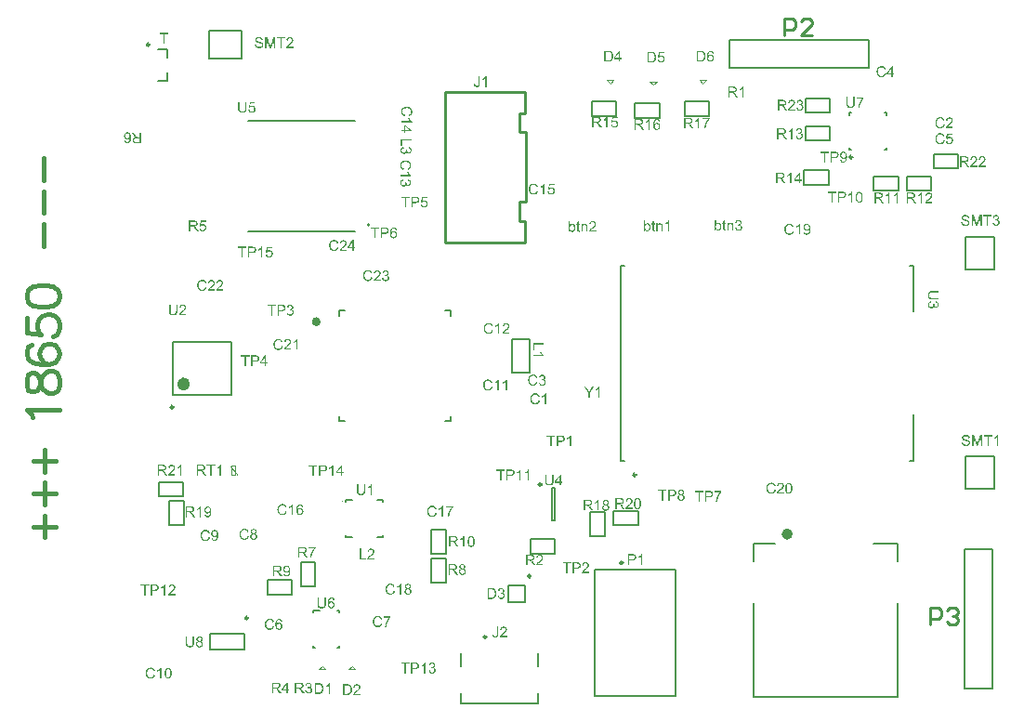
<source format=gto>
G04*
G04 #@! TF.GenerationSoftware,Altium Limited,Altium Designer,20.0.13 (296)*
G04*
G04 Layer_Color=65535*
%FSLAX25Y25*%
%MOIN*%
G70*
G01*
G75*
%ADD10C,0.00984*%
%ADD11C,0.01968*%
%ADD12C,0.01575*%
%ADD13C,0.00394*%
%ADD14C,0.02362*%
%ADD15C,0.00787*%
%ADD16C,0.00500*%
%ADD17C,0.01000*%
%ADD18C,0.00602*%
%ADD19C,0.00315*%
%ADD20C,0.00039*%
G36*
X234915Y174126D02*
Y174121D01*
Y174101D01*
Y174071D01*
Y174031D01*
X234910Y173981D01*
Y173926D01*
X234905Y173861D01*
X234900Y173796D01*
X234880Y173646D01*
X234860Y173491D01*
X234825Y173341D01*
X234805Y173271D01*
X234780Y173206D01*
Y173201D01*
X234775Y173191D01*
X234765Y173171D01*
X234755Y173151D01*
X234740Y173121D01*
X234720Y173086D01*
X234670Y173011D01*
X234605Y172921D01*
X234525Y172831D01*
X234425Y172736D01*
X234365Y172691D01*
X234305Y172651D01*
X234300D01*
X234290Y172641D01*
X234270Y172631D01*
X234245Y172616D01*
X234210Y172601D01*
X234170Y172586D01*
X234120Y172566D01*
X234065Y172546D01*
X234005Y172526D01*
X233935Y172506D01*
X233865Y172491D01*
X233785Y172476D01*
X233700Y172461D01*
X233610Y172451D01*
X233510Y172446D01*
X233410Y172441D01*
X233360D01*
X233320Y172446D01*
X233275D01*
X233220Y172451D01*
X233160Y172456D01*
X233095Y172466D01*
X232955Y172486D01*
X232810Y172521D01*
X232660Y172566D01*
X232525Y172626D01*
X232520D01*
X232510Y172636D01*
X232490Y172646D01*
X232470Y172661D01*
X232410Y172701D01*
X232335Y172761D01*
X232255Y172836D01*
X232175Y172931D01*
X232100Y173036D01*
X232035Y173161D01*
Y173166D01*
X232030Y173176D01*
X232020Y173196D01*
X232015Y173226D01*
X232000Y173261D01*
X231990Y173306D01*
X231975Y173356D01*
X231965Y173416D01*
X231950Y173481D01*
X231935Y173551D01*
X231925Y173631D01*
X231915Y173716D01*
X231905Y173811D01*
X231895Y173911D01*
X231890Y174016D01*
Y174126D01*
Y176351D01*
X232400D01*
Y174131D01*
Y174126D01*
Y174111D01*
Y174081D01*
Y174051D01*
X232405Y174006D01*
Y173961D01*
X232410Y173906D01*
Y173851D01*
X232420Y173731D01*
X232440Y173606D01*
X232460Y173491D01*
X232475Y173441D01*
X232490Y173391D01*
Y173386D01*
X232495Y173381D01*
X232510Y173351D01*
X232530Y173311D01*
X232565Y173256D01*
X232610Y173201D01*
X232665Y173136D01*
X232730Y173081D01*
X232810Y173026D01*
X232815D01*
X232820Y173021D01*
X232850Y173006D01*
X232900Y172986D01*
X232965Y172966D01*
X233045Y172941D01*
X233140Y172921D01*
X233245Y172906D01*
X233365Y172901D01*
X233420D01*
X233455Y172906D01*
X233500Y172911D01*
X233555Y172916D01*
X233615Y172921D01*
X233675Y172931D01*
X233805Y172961D01*
X233940Y173006D01*
X234000Y173036D01*
X234060Y173071D01*
X234115Y173106D01*
X234165Y173151D01*
X234170Y173156D01*
X234175Y173166D01*
X234185Y173181D01*
X234205Y173201D01*
X234220Y173231D01*
X234240Y173271D01*
X234265Y173316D01*
X234285Y173371D01*
X234310Y173431D01*
X234330Y173501D01*
X234350Y173581D01*
X234370Y173671D01*
X234385Y173771D01*
X234395Y173881D01*
X234400Y174001D01*
X234405Y174131D01*
Y176351D01*
X234915D01*
Y174126D01*
D02*
G37*
G36*
X237350Y172506D02*
X236880D01*
Y175511D01*
X236870Y175506D01*
X236850Y175486D01*
X236810Y175451D01*
X236760Y175411D01*
X236695Y175361D01*
X236615Y175306D01*
X236530Y175246D01*
X236430Y175186D01*
X236425D01*
X236420Y175181D01*
X236405Y175171D01*
X236385Y175161D01*
X236330Y175131D01*
X236265Y175096D01*
X236190Y175056D01*
X236105Y175016D01*
X236020Y174976D01*
X235935Y174941D01*
Y175401D01*
X235940D01*
X235955Y175411D01*
X235975Y175421D01*
X236000Y175436D01*
X236035Y175451D01*
X236075Y175476D01*
X236170Y175526D01*
X236275Y175591D01*
X236395Y175671D01*
X236510Y175756D01*
X236625Y175851D01*
X236630Y175856D01*
X236640Y175861D01*
X236655Y175876D01*
X236675Y175896D01*
X236725Y175946D01*
X236790Y176016D01*
X236855Y176091D01*
X236925Y176181D01*
X236990Y176271D01*
X237045Y176366D01*
X237350D01*
Y172506D01*
D02*
G37*
G36*
X201537Y261093D02*
X200002D01*
X199797Y260053D01*
X199802Y260058D01*
X199812Y260063D01*
X199832Y260078D01*
X199857Y260093D01*
X199887Y260108D01*
X199927Y260133D01*
X199967Y260153D01*
X200017Y260178D01*
X200127Y260223D01*
X200247Y260258D01*
X200382Y260288D01*
X200452Y260293D01*
X200522Y260298D01*
X200572D01*
X200607Y260293D01*
X200647Y260288D01*
X200697Y260278D01*
X200752Y260268D01*
X200817Y260253D01*
X200882Y260238D01*
X200947Y260213D01*
X201017Y260183D01*
X201092Y260153D01*
X201162Y260108D01*
X201232Y260063D01*
X201302Y260008D01*
X201367Y259948D01*
X201372Y259943D01*
X201382Y259933D01*
X201397Y259913D01*
X201422Y259883D01*
X201447Y259848D01*
X201477Y259808D01*
X201512Y259758D01*
X201542Y259703D01*
X201577Y259643D01*
X201607Y259573D01*
X201637Y259503D01*
X201662Y259423D01*
X201687Y259333D01*
X201702Y259243D01*
X201712Y259148D01*
X201717Y259048D01*
Y259043D01*
Y259023D01*
Y258998D01*
X201712Y258963D01*
X201707Y258918D01*
X201702Y258863D01*
X201692Y258803D01*
X201677Y258743D01*
X201642Y258598D01*
X201617Y258523D01*
X201587Y258448D01*
X201552Y258373D01*
X201512Y258298D01*
X201467Y258223D01*
X201412Y258148D01*
X201407Y258143D01*
X201397Y258128D01*
X201372Y258103D01*
X201342Y258078D01*
X201307Y258038D01*
X201262Y258003D01*
X201207Y257958D01*
X201147Y257918D01*
X201077Y257873D01*
X201002Y257828D01*
X200922Y257793D01*
X200832Y257758D01*
X200732Y257728D01*
X200627Y257703D01*
X200517Y257688D01*
X200402Y257683D01*
X200352D01*
X200317Y257688D01*
X200272Y257693D01*
X200217Y257698D01*
X200162Y257708D01*
X200097Y257718D01*
X199962Y257753D01*
X199892Y257778D01*
X199822Y257808D01*
X199747Y257838D01*
X199677Y257878D01*
X199612Y257923D01*
X199547Y257973D01*
X199542Y257978D01*
X199532Y257988D01*
X199517Y258003D01*
X199497Y258028D01*
X199467Y258058D01*
X199442Y258093D01*
X199407Y258133D01*
X199377Y258183D01*
X199342Y258233D01*
X199312Y258293D01*
X199277Y258358D01*
X199252Y258428D01*
X199222Y258503D01*
X199202Y258578D01*
X199182Y258663D01*
X199172Y258753D01*
X199667Y258788D01*
Y258783D01*
X199672Y258773D01*
Y258753D01*
X199677Y258728D01*
X199687Y258698D01*
X199697Y258663D01*
X199717Y258588D01*
X199752Y258498D01*
X199797Y258408D01*
X199852Y258323D01*
X199917Y258248D01*
X199927Y258243D01*
X199952Y258223D01*
X199997Y258193D01*
X200052Y258163D01*
X200122Y258128D01*
X200207Y258103D01*
X200297Y258083D01*
X200402Y258073D01*
X200437D01*
X200462Y258078D01*
X200487Y258083D01*
X200522Y258088D01*
X200602Y258103D01*
X200697Y258133D01*
X200792Y258183D01*
X200842Y258208D01*
X200892Y258243D01*
X200937Y258283D01*
X200982Y258328D01*
X200987Y258333D01*
X200992Y258338D01*
X201002Y258353D01*
X201017Y258373D01*
X201037Y258398D01*
X201057Y258433D01*
X201077Y258468D01*
X201102Y258508D01*
X201142Y258608D01*
X201182Y258723D01*
X201207Y258858D01*
X201217Y258928D01*
Y259008D01*
Y259013D01*
Y259028D01*
Y259048D01*
X201212Y259073D01*
Y259108D01*
X201207Y259148D01*
X201187Y259238D01*
X201162Y259343D01*
X201122Y259448D01*
X201067Y259553D01*
X201032Y259603D01*
X200992Y259648D01*
Y259653D01*
X200982Y259658D01*
X200967Y259668D01*
X200952Y259683D01*
X200902Y259723D01*
X200832Y259768D01*
X200747Y259808D01*
X200647Y259848D01*
X200527Y259873D01*
X200467Y259883D01*
X200357D01*
X200317Y259878D01*
X200257Y259868D01*
X200197Y259858D01*
X200127Y259838D01*
X200052Y259808D01*
X199982Y259773D01*
X199972Y259768D01*
X199952Y259753D01*
X199922Y259733D01*
X199882Y259698D01*
X199837Y259663D01*
X199787Y259613D01*
X199742Y259563D01*
X199702Y259503D01*
X199257Y259568D01*
X199627Y261543D01*
X201537D01*
Y261093D01*
D02*
G37*
G36*
X197962Y257748D02*
X197492D01*
Y260753D01*
X197482Y260748D01*
X197462Y260728D01*
X197422Y260693D01*
X197372Y260653D01*
X197307Y260603D01*
X197227Y260548D01*
X197142Y260488D01*
X197042Y260428D01*
X197037D01*
X197032Y260423D01*
X197017Y260413D01*
X196997Y260403D01*
X196942Y260373D01*
X196877Y260338D01*
X196802Y260298D01*
X196717Y260258D01*
X196632Y260218D01*
X196547Y260183D01*
Y260643D01*
X196552D01*
X196567Y260653D01*
X196587Y260663D01*
X196612Y260678D01*
X196647Y260693D01*
X196687Y260718D01*
X196782Y260768D01*
X196887Y260833D01*
X197007Y260913D01*
X197122Y260998D01*
X197237Y261093D01*
X197242Y261098D01*
X197252Y261103D01*
X197267Y261118D01*
X197287Y261138D01*
X197337Y261188D01*
X197402Y261258D01*
X197467Y261333D01*
X197537Y261423D01*
X197602Y261513D01*
X197657Y261608D01*
X197962D01*
Y257748D01*
D02*
G37*
G36*
X194462Y261588D02*
X194552Y261583D01*
X194652Y261578D01*
X194747Y261568D01*
X194827Y261553D01*
X194842D01*
X194852Y261548D01*
X194872Y261543D01*
X194927Y261533D01*
X194992Y261513D01*
X195067Y261488D01*
X195142Y261458D01*
X195222Y261418D01*
X195297Y261373D01*
X195307Y261368D01*
X195327Y261348D01*
X195367Y261318D01*
X195407Y261278D01*
X195457Y261228D01*
X195512Y261163D01*
X195562Y261088D01*
X195607Y261003D01*
Y260998D01*
X195612Y260993D01*
X195617Y260978D01*
X195627Y260963D01*
X195647Y260913D01*
X195667Y260848D01*
X195687Y260768D01*
X195707Y260678D01*
X195722Y260583D01*
X195727Y260478D01*
Y260473D01*
Y260458D01*
Y260433D01*
X195722Y260398D01*
X195717Y260353D01*
X195712Y260303D01*
X195702Y260248D01*
X195687Y260193D01*
X195652Y260058D01*
X195627Y259993D01*
X195592Y259923D01*
X195557Y259853D01*
X195517Y259783D01*
X195467Y259713D01*
X195412Y259648D01*
X195407Y259643D01*
X195397Y259633D01*
X195377Y259618D01*
X195352Y259593D01*
X195317Y259568D01*
X195272Y259543D01*
X195217Y259508D01*
X195157Y259478D01*
X195082Y259448D01*
X195002Y259418D01*
X194907Y259388D01*
X194807Y259363D01*
X194692Y259338D01*
X194567Y259323D01*
X194432Y259313D01*
X194287Y259308D01*
X193307D01*
Y257748D01*
X192797D01*
Y261593D01*
X194377D01*
X194462Y261588D01*
D02*
G37*
G36*
X192267Y261138D02*
X191002D01*
Y257748D01*
X190492D01*
Y261138D01*
X189227D01*
Y261593D01*
X192267D01*
Y261138D01*
D02*
G37*
G36*
X226569Y180724D02*
X227089D01*
Y180289D01*
X226569D01*
Y179369D01*
X226099D01*
Y180289D01*
X224429D01*
Y180724D01*
X226184Y183214D01*
X226569D01*
Y180724D01*
D02*
G37*
G36*
X223379Y179369D02*
X222909D01*
Y182374D01*
X222899Y182369D01*
X222879Y182349D01*
X222839Y182314D01*
X222789Y182274D01*
X222724Y182224D01*
X222644Y182169D01*
X222559Y182109D01*
X222459Y182049D01*
X222454D01*
X222449Y182044D01*
X222434Y182034D01*
X222414Y182024D01*
X222359Y181994D01*
X222294Y181959D01*
X222219Y181919D01*
X222134Y181879D01*
X222049Y181839D01*
X221964Y181804D01*
Y182264D01*
X221969D01*
X221984Y182274D01*
X222004Y182284D01*
X222029Y182299D01*
X222064Y182314D01*
X222104Y182339D01*
X222199Y182389D01*
X222304Y182454D01*
X222424Y182534D01*
X222539Y182619D01*
X222654Y182714D01*
X222659Y182719D01*
X222669Y182724D01*
X222684Y182739D01*
X222704Y182759D01*
X222754Y182809D01*
X222819Y182879D01*
X222884Y182954D01*
X222954Y183044D01*
X223019Y183134D01*
X223074Y183229D01*
X223379D01*
Y179369D01*
D02*
G37*
G36*
X219879Y183209D02*
X219969Y183204D01*
X220069Y183199D01*
X220164Y183189D01*
X220244Y183174D01*
X220259D01*
X220269Y183169D01*
X220289Y183164D01*
X220344Y183154D01*
X220409Y183134D01*
X220484Y183109D01*
X220559Y183079D01*
X220639Y183039D01*
X220714Y182994D01*
X220724Y182989D01*
X220744Y182969D01*
X220784Y182939D01*
X220824Y182899D01*
X220874Y182849D01*
X220929Y182784D01*
X220979Y182709D01*
X221024Y182624D01*
Y182619D01*
X221029Y182614D01*
X221034Y182599D01*
X221044Y182584D01*
X221064Y182534D01*
X221084Y182469D01*
X221104Y182389D01*
X221124Y182299D01*
X221139Y182204D01*
X221144Y182099D01*
Y182094D01*
Y182079D01*
Y182054D01*
X221139Y182019D01*
X221134Y181974D01*
X221129Y181924D01*
X221119Y181869D01*
X221104Y181814D01*
X221069Y181679D01*
X221044Y181614D01*
X221009Y181544D01*
X220974Y181474D01*
X220934Y181404D01*
X220884Y181334D01*
X220829Y181269D01*
X220824Y181264D01*
X220814Y181254D01*
X220794Y181239D01*
X220769Y181214D01*
X220734Y181189D01*
X220689Y181164D01*
X220634Y181129D01*
X220574Y181099D01*
X220499Y181069D01*
X220419Y181039D01*
X220324Y181009D01*
X220224Y180984D01*
X220109Y180959D01*
X219984Y180944D01*
X219849Y180934D01*
X219704Y180929D01*
X218724D01*
Y179369D01*
X218214D01*
Y183214D01*
X219794D01*
X219879Y183209D01*
D02*
G37*
G36*
X217684Y182759D02*
X216419D01*
Y179369D01*
X215909D01*
Y182759D01*
X214644D01*
Y183214D01*
X217684D01*
Y182759D01*
D02*
G37*
G36*
X258932Y112391D02*
X258967D01*
X259042Y112381D01*
X259132Y112361D01*
X259227Y112341D01*
X259327Y112306D01*
X259427Y112261D01*
X259432D01*
X259437Y112256D01*
X259452Y112246D01*
X259472Y112236D01*
X259517Y112206D01*
X259577Y112166D01*
X259642Y112111D01*
X259712Y112046D01*
X259777Y111976D01*
X259832Y111891D01*
Y111886D01*
X259837Y111881D01*
X259857Y111851D01*
X259877Y111801D01*
X259907Y111741D01*
X259932Y111666D01*
X259957Y111581D01*
X259972Y111491D01*
X259977Y111396D01*
Y111391D01*
Y111386D01*
Y111356D01*
X259972Y111306D01*
X259962Y111246D01*
X259942Y111176D01*
X259922Y111101D01*
X259887Y111021D01*
X259842Y110941D01*
X259837Y110931D01*
X259817Y110906D01*
X259787Y110871D01*
X259742Y110826D01*
X259687Y110771D01*
X259617Y110716D01*
X259537Y110666D01*
X259447Y110616D01*
X259452D01*
X259462Y110611D01*
X259482Y110606D01*
X259502Y110601D01*
X259532Y110591D01*
X259567Y110576D01*
X259642Y110546D01*
X259727Y110501D01*
X259812Y110441D01*
X259902Y110371D01*
X259977Y110286D01*
Y110281D01*
X259987Y110276D01*
X259997Y110261D01*
X260007Y110241D01*
X260022Y110216D01*
X260037Y110191D01*
X260072Y110116D01*
X260107Y110026D01*
X260137Y109921D01*
X260157Y109806D01*
X260167Y109671D01*
Y109666D01*
Y109651D01*
Y109621D01*
X260162Y109586D01*
X260157Y109541D01*
X260147Y109491D01*
X260137Y109436D01*
X260122Y109376D01*
X260102Y109311D01*
X260077Y109241D01*
X260047Y109171D01*
X260012Y109096D01*
X259967Y109026D01*
X259917Y108951D01*
X259862Y108881D01*
X259797Y108816D01*
X259792Y108811D01*
X259782Y108801D01*
X259762Y108786D01*
X259732Y108761D01*
X259697Y108736D01*
X259652Y108706D01*
X259602Y108676D01*
X259547Y108646D01*
X259482Y108611D01*
X259412Y108581D01*
X259337Y108551D01*
X259252Y108526D01*
X259167Y108501D01*
X259072Y108486D01*
X258977Y108476D01*
X258872Y108471D01*
X258822D01*
X258787Y108476D01*
X258747Y108481D01*
X258697Y108486D01*
X258637Y108496D01*
X258577Y108511D01*
X258447Y108546D01*
X258377Y108571D01*
X258307Y108596D01*
X258232Y108631D01*
X258162Y108671D01*
X258097Y108716D01*
X258032Y108771D01*
X258027Y108776D01*
X258017Y108786D01*
X258002Y108801D01*
X257977Y108826D01*
X257952Y108856D01*
X257922Y108891D01*
X257892Y108936D01*
X257857Y108981D01*
X257827Y109036D01*
X257792Y109096D01*
X257762Y109161D01*
X257732Y109231D01*
X257702Y109306D01*
X257682Y109381D01*
X257662Y109466D01*
X257652Y109556D01*
X258122Y109621D01*
Y109616D01*
X258127Y109601D01*
X258132Y109581D01*
X258137Y109556D01*
X258147Y109521D01*
X258157Y109486D01*
X258187Y109396D01*
X258222Y109301D01*
X258272Y109206D01*
X258327Y109111D01*
X258357Y109071D01*
X258392Y109036D01*
X258402Y109031D01*
X258427Y109011D01*
X258467Y108981D01*
X258527Y108951D01*
X258597Y108916D01*
X258677Y108891D01*
X258772Y108871D01*
X258872Y108861D01*
X258907D01*
X258927Y108866D01*
X258957D01*
X258992Y108871D01*
X259067Y108891D01*
X259157Y108916D01*
X259252Y108956D01*
X259347Y109016D01*
X259392Y109051D01*
X259437Y109091D01*
X259442Y109096D01*
X259447Y109101D01*
X259457Y109116D01*
X259472Y109131D01*
X259512Y109181D01*
X259552Y109251D01*
X259592Y109331D01*
X259632Y109431D01*
X259657Y109541D01*
X259667Y109601D01*
Y109661D01*
Y109666D01*
Y109676D01*
Y109691D01*
X259662Y109716D01*
Y109741D01*
X259657Y109776D01*
X259642Y109851D01*
X259617Y109936D01*
X259577Y110026D01*
X259522Y110111D01*
X259492Y110156D01*
X259452Y110196D01*
X259442Y110206D01*
X259412Y110231D01*
X259367Y110261D01*
X259307Y110301D01*
X259227Y110341D01*
X259137Y110371D01*
X259032Y110396D01*
X258912Y110406D01*
X258857D01*
X258822Y110401D01*
X258772Y110396D01*
X258712Y110386D01*
X258647Y110371D01*
X258577Y110356D01*
X258632Y110771D01*
X258642D01*
X258657Y110766D01*
X258682Y110761D01*
X258737D01*
X258757Y110766D01*
X258817Y110771D01*
X258887Y110781D01*
X258972Y110801D01*
X259062Y110826D01*
X259157Y110866D01*
X259247Y110916D01*
X259252D01*
X259257Y110926D01*
X259287Y110946D01*
X259327Y110986D01*
X259372Y111036D01*
X259417Y111106D01*
X259452Y111191D01*
X259482Y111291D01*
X259487Y111346D01*
X259492Y111406D01*
Y111411D01*
Y111416D01*
X259487Y111451D01*
X259482Y111496D01*
X259472Y111556D01*
X259447Y111621D01*
X259417Y111691D01*
X259372Y111766D01*
X259312Y111831D01*
X259302Y111841D01*
X259282Y111861D01*
X259242Y111886D01*
X259192Y111921D01*
X259127Y111951D01*
X259047Y111981D01*
X258962Y112001D01*
X258862Y112006D01*
X258837D01*
X258817Y112001D01*
X258762Y111996D01*
X258697Y111986D01*
X258627Y111961D01*
X258547Y111931D01*
X258472Y111891D01*
X258397Y111831D01*
X258387Y111821D01*
X258367Y111801D01*
X258337Y111761D01*
X258302Y111701D01*
X258262Y111631D01*
X258222Y111541D01*
X258192Y111436D01*
X258167Y111316D01*
X257697Y111401D01*
Y111406D01*
X257702Y111421D01*
X257707Y111446D01*
X257717Y111481D01*
X257727Y111516D01*
X257742Y111566D01*
X257757Y111616D01*
X257777Y111671D01*
X257832Y111786D01*
X257897Y111906D01*
X257982Y112026D01*
X258032Y112081D01*
X258087Y112131D01*
X258092Y112136D01*
X258102Y112141D01*
X258117Y112156D01*
X258142Y112171D01*
X258172Y112191D01*
X258207Y112216D01*
X258252Y112241D01*
X258297Y112266D01*
X258352Y112286D01*
X258407Y112311D01*
X258537Y112356D01*
X258687Y112386D01*
X258767Y112391D01*
X258852Y112396D01*
X258907D01*
X258932Y112391D01*
D02*
G37*
G36*
X256442Y108536D02*
X255972D01*
Y111541D01*
X255962Y111536D01*
X255942Y111516D01*
X255902Y111481D01*
X255852Y111441D01*
X255787Y111391D01*
X255707Y111336D01*
X255622Y111276D01*
X255522Y111216D01*
X255517D01*
X255512Y111211D01*
X255497Y111201D01*
X255477Y111191D01*
X255422Y111161D01*
X255357Y111126D01*
X255282Y111086D01*
X255197Y111046D01*
X255112Y111006D01*
X255027Y110971D01*
Y111431D01*
X255032D01*
X255047Y111441D01*
X255067Y111451D01*
X255092Y111466D01*
X255127Y111481D01*
X255167Y111506D01*
X255262Y111556D01*
X255367Y111621D01*
X255487Y111701D01*
X255602Y111786D01*
X255717Y111881D01*
X255722Y111886D01*
X255732Y111891D01*
X255747Y111906D01*
X255767Y111926D01*
X255817Y111976D01*
X255882Y112046D01*
X255947Y112121D01*
X256017Y112211D01*
X256082Y112301D01*
X256137Y112396D01*
X256442D01*
Y108536D01*
D02*
G37*
G36*
X252942Y112376D02*
X253032Y112371D01*
X253132Y112366D01*
X253227Y112356D01*
X253307Y112341D01*
X253322D01*
X253332Y112336D01*
X253352Y112331D01*
X253407Y112321D01*
X253472Y112301D01*
X253547Y112276D01*
X253622Y112246D01*
X253702Y112206D01*
X253777Y112161D01*
X253787Y112156D01*
X253807Y112136D01*
X253847Y112106D01*
X253887Y112066D01*
X253937Y112016D01*
X253992Y111951D01*
X254042Y111876D01*
X254087Y111791D01*
Y111786D01*
X254092Y111781D01*
X254097Y111766D01*
X254107Y111751D01*
X254127Y111701D01*
X254147Y111636D01*
X254167Y111556D01*
X254187Y111466D01*
X254202Y111371D01*
X254207Y111266D01*
Y111261D01*
Y111246D01*
Y111221D01*
X254202Y111186D01*
X254197Y111141D01*
X254192Y111091D01*
X254182Y111036D01*
X254167Y110981D01*
X254132Y110846D01*
X254107Y110781D01*
X254072Y110711D01*
X254037Y110641D01*
X253997Y110571D01*
X253947Y110501D01*
X253892Y110436D01*
X253887Y110431D01*
X253877Y110421D01*
X253857Y110406D01*
X253832Y110381D01*
X253797Y110356D01*
X253752Y110331D01*
X253697Y110296D01*
X253637Y110266D01*
X253562Y110236D01*
X253482Y110206D01*
X253387Y110176D01*
X253287Y110151D01*
X253172Y110126D01*
X253047Y110111D01*
X252912Y110101D01*
X252767Y110096D01*
X251787D01*
Y108536D01*
X251277D01*
Y112381D01*
X252857D01*
X252942Y112376D01*
D02*
G37*
G36*
X250747Y111926D02*
X249482D01*
Y108536D01*
X248972D01*
Y111926D01*
X247707D01*
Y112381D01*
X250747D01*
Y111926D01*
D02*
G37*
G36*
X165625Y140409D02*
X165675Y140404D01*
X165730Y140399D01*
X165790Y140389D01*
X165855Y140374D01*
X165995Y140339D01*
X166065Y140314D01*
X166140Y140284D01*
X166215Y140249D01*
X166285Y140204D01*
X166350Y140159D01*
X166415Y140104D01*
X166420Y140099D01*
X166430Y140089D01*
X166445Y140074D01*
X166465Y140049D01*
X166490Y140019D01*
X166520Y139984D01*
X166545Y139944D01*
X166580Y139894D01*
X166610Y139844D01*
X166635Y139784D01*
X166690Y139654D01*
X166710Y139584D01*
X166725Y139509D01*
X166735Y139429D01*
X166740Y139344D01*
Y139334D01*
Y139304D01*
X166735Y139259D01*
X166730Y139199D01*
X166715Y139134D01*
X166700Y139054D01*
X166675Y138974D01*
X166645Y138889D01*
X166640Y138879D01*
X166625Y138849D01*
X166605Y138804D01*
X166570Y138749D01*
X166525Y138679D01*
X166470Y138599D01*
X166405Y138509D01*
X166330Y138419D01*
Y138414D01*
X166320Y138409D01*
X166305Y138394D01*
X166290Y138374D01*
X166265Y138349D01*
X166235Y138319D01*
X166200Y138284D01*
X166155Y138244D01*
X166110Y138199D01*
X166055Y138149D01*
X165995Y138089D01*
X165930Y138029D01*
X165855Y137964D01*
X165780Y137899D01*
X165690Y137824D01*
X165600Y137744D01*
X165595Y137739D01*
X165580Y137729D01*
X165560Y137709D01*
X165530Y137689D01*
X165500Y137659D01*
X165460Y137624D01*
X165375Y137549D01*
X165280Y137469D01*
X165190Y137389D01*
X165150Y137354D01*
X165115Y137319D01*
X165080Y137284D01*
X165055Y137259D01*
X165050Y137254D01*
X165035Y137239D01*
X165015Y137214D01*
X164985Y137179D01*
X164955Y137144D01*
X164920Y137099D01*
X164855Y137009D01*
X166745D01*
Y136554D01*
X164200D01*
Y136564D01*
Y136584D01*
Y136614D01*
X164205Y136659D01*
X164210Y136709D01*
X164220Y136764D01*
X164235Y136819D01*
X164255Y136879D01*
Y136884D01*
X164260Y136889D01*
X164265Y136904D01*
X164275Y136924D01*
X164295Y136974D01*
X164330Y137039D01*
X164375Y137119D01*
X164425Y137204D01*
X164490Y137294D01*
X164565Y137389D01*
X164570Y137394D01*
X164575Y137399D01*
X164590Y137414D01*
X164605Y137434D01*
X164655Y137489D01*
X164725Y137559D01*
X164810Y137644D01*
X164915Y137744D01*
X165040Y137854D01*
X165185Y137974D01*
X165190Y137979D01*
X165210Y137999D01*
X165245Y138024D01*
X165285Y138059D01*
X165335Y138104D01*
X165395Y138154D01*
X165460Y138209D01*
X165525Y138269D01*
X165665Y138399D01*
X165805Y138534D01*
X165870Y138604D01*
X165930Y138669D01*
X165985Y138729D01*
X166030Y138789D01*
X166035Y138794D01*
X166040Y138804D01*
X166050Y138819D01*
X166065Y138839D01*
X166080Y138869D01*
X166100Y138899D01*
X166145Y138974D01*
X166185Y139059D01*
X166220Y139154D01*
X166245Y139259D01*
X166255Y139309D01*
Y139359D01*
Y139364D01*
Y139374D01*
Y139384D01*
X166250Y139404D01*
X166245Y139459D01*
X166230Y139524D01*
X166205Y139599D01*
X166170Y139674D01*
X166120Y139754D01*
X166050Y139829D01*
X166040Y139839D01*
X166015Y139859D01*
X165970Y139889D01*
X165910Y139929D01*
X165835Y139964D01*
X165745Y139994D01*
X165640Y140014D01*
X165525Y140024D01*
X165490D01*
X165470Y140019D01*
X165440D01*
X165405Y140014D01*
X165330Y139999D01*
X165245Y139974D01*
X165150Y139939D01*
X165060Y139889D01*
X164980Y139819D01*
X164970Y139809D01*
X164950Y139784D01*
X164915Y139734D01*
X164880Y139674D01*
X164840Y139589D01*
X164805Y139494D01*
X164785Y139384D01*
X164775Y139254D01*
X164290Y139304D01*
Y139309D01*
X164295Y139329D01*
Y139354D01*
X164300Y139394D01*
X164310Y139439D01*
X164320Y139489D01*
X164335Y139549D01*
X164355Y139609D01*
X164400Y139744D01*
X164430Y139814D01*
X164465Y139879D01*
X164505Y139949D01*
X164550Y140014D01*
X164600Y140074D01*
X164660Y140129D01*
X164665Y140134D01*
X164675Y140139D01*
X164695Y140154D01*
X164720Y140174D01*
X164755Y140194D01*
X164795Y140219D01*
X164840Y140244D01*
X164895Y140274D01*
X164955Y140299D01*
X165020Y140324D01*
X165090Y140349D01*
X165170Y140369D01*
X165250Y140389D01*
X165340Y140404D01*
X165435Y140409D01*
X165535Y140414D01*
X165590D01*
X165625Y140409D01*
D02*
G37*
G36*
X163060Y136554D02*
X162590D01*
Y139559D01*
X162580Y139554D01*
X162560Y139534D01*
X162520Y139499D01*
X162470Y139459D01*
X162405Y139409D01*
X162325Y139354D01*
X162240Y139294D01*
X162140Y139234D01*
X162135D01*
X162130Y139229D01*
X162115Y139219D01*
X162095Y139209D01*
X162040Y139179D01*
X161975Y139144D01*
X161900Y139104D01*
X161815Y139064D01*
X161730Y139024D01*
X161645Y138989D01*
Y139449D01*
X161650D01*
X161665Y139459D01*
X161685Y139469D01*
X161710Y139484D01*
X161745Y139499D01*
X161785Y139524D01*
X161880Y139574D01*
X161985Y139639D01*
X162105Y139719D01*
X162220Y139804D01*
X162335Y139899D01*
X162340Y139904D01*
X162350Y139909D01*
X162365Y139924D01*
X162385Y139944D01*
X162435Y139994D01*
X162500Y140064D01*
X162565Y140139D01*
X162635Y140229D01*
X162700Y140319D01*
X162755Y140414D01*
X163060D01*
Y136554D01*
D02*
G37*
G36*
X159560Y140394D02*
X159650Y140389D01*
X159750Y140384D01*
X159845Y140374D01*
X159925Y140359D01*
X159940D01*
X159950Y140354D01*
X159970Y140349D01*
X160025Y140339D01*
X160090Y140319D01*
X160165Y140294D01*
X160240Y140264D01*
X160320Y140224D01*
X160395Y140179D01*
X160405Y140174D01*
X160425Y140154D01*
X160465Y140124D01*
X160505Y140084D01*
X160555Y140034D01*
X160610Y139969D01*
X160660Y139894D01*
X160705Y139809D01*
Y139804D01*
X160710Y139799D01*
X160715Y139784D01*
X160725Y139769D01*
X160745Y139719D01*
X160765Y139654D01*
X160785Y139574D01*
X160805Y139484D01*
X160820Y139389D01*
X160825Y139284D01*
Y139279D01*
Y139264D01*
Y139239D01*
X160820Y139204D01*
X160815Y139159D01*
X160810Y139109D01*
X160800Y139054D01*
X160785Y138999D01*
X160750Y138864D01*
X160725Y138799D01*
X160690Y138729D01*
X160655Y138659D01*
X160615Y138589D01*
X160565Y138519D01*
X160510Y138454D01*
X160505Y138449D01*
X160495Y138439D01*
X160475Y138424D01*
X160450Y138399D01*
X160415Y138374D01*
X160370Y138349D01*
X160315Y138314D01*
X160255Y138284D01*
X160180Y138254D01*
X160100Y138224D01*
X160005Y138194D01*
X159905Y138169D01*
X159790Y138144D01*
X159665Y138129D01*
X159530Y138119D01*
X159385Y138114D01*
X158405D01*
Y136554D01*
X157895D01*
Y140399D01*
X159475D01*
X159560Y140394D01*
D02*
G37*
G36*
X157365Y139944D02*
X156100D01*
Y136554D01*
X155590D01*
Y139944D01*
X154325D01*
Y140399D01*
X157365D01*
Y139944D01*
D02*
G37*
G36*
X293655Y177794D02*
X293185D01*
Y180799D01*
X293175Y180794D01*
X293155Y180774D01*
X293115Y180739D01*
X293065Y180699D01*
X293000Y180649D01*
X292920Y180594D01*
X292835Y180534D01*
X292735Y180474D01*
X292730D01*
X292725Y180469D01*
X292710Y180459D01*
X292690Y180449D01*
X292635Y180419D01*
X292570Y180384D01*
X292495Y180344D01*
X292410Y180304D01*
X292325Y180264D01*
X292240Y180229D01*
Y180689D01*
X292245D01*
X292260Y180699D01*
X292280Y180709D01*
X292305Y180724D01*
X292340Y180739D01*
X292380Y180764D01*
X292475Y180814D01*
X292580Y180879D01*
X292700Y180959D01*
X292815Y181044D01*
X292930Y181139D01*
X292935Y181144D01*
X292945Y181149D01*
X292960Y181164D01*
X292980Y181184D01*
X293030Y181234D01*
X293095Y181304D01*
X293160Y181379D01*
X293230Y181469D01*
X293295Y181559D01*
X293350Y181654D01*
X293655D01*
Y177794D01*
D02*
G37*
G36*
X290670D02*
X290200D01*
Y180799D01*
X290190Y180794D01*
X290170Y180774D01*
X290130Y180739D01*
X290080Y180699D01*
X290015Y180649D01*
X289935Y180594D01*
X289850Y180534D01*
X289750Y180474D01*
X289745D01*
X289740Y180469D01*
X289725Y180459D01*
X289705Y180449D01*
X289650Y180419D01*
X289585Y180384D01*
X289510Y180344D01*
X289425Y180304D01*
X289340Y180264D01*
X289255Y180229D01*
Y180689D01*
X289260D01*
X289275Y180699D01*
X289295Y180709D01*
X289320Y180724D01*
X289355Y180739D01*
X289395Y180764D01*
X289490Y180814D01*
X289595Y180879D01*
X289715Y180959D01*
X289830Y181044D01*
X289945Y181139D01*
X289950Y181144D01*
X289960Y181149D01*
X289975Y181164D01*
X289995Y181184D01*
X290045Y181234D01*
X290110Y181304D01*
X290175Y181379D01*
X290245Y181469D01*
X290310Y181559D01*
X290365Y181654D01*
X290670D01*
Y177794D01*
D02*
G37*
G36*
X287170Y181634D02*
X287260Y181629D01*
X287360Y181624D01*
X287455Y181614D01*
X287535Y181599D01*
X287550D01*
X287560Y181594D01*
X287580Y181589D01*
X287635Y181579D01*
X287700Y181559D01*
X287775Y181534D01*
X287850Y181504D01*
X287930Y181464D01*
X288005Y181419D01*
X288015Y181414D01*
X288035Y181394D01*
X288075Y181364D01*
X288115Y181324D01*
X288165Y181274D01*
X288220Y181209D01*
X288270Y181134D01*
X288315Y181049D01*
Y181044D01*
X288320Y181039D01*
X288325Y181024D01*
X288335Y181009D01*
X288355Y180959D01*
X288375Y180894D01*
X288395Y180814D01*
X288415Y180724D01*
X288430Y180629D01*
X288435Y180524D01*
Y180519D01*
Y180504D01*
Y180479D01*
X288430Y180444D01*
X288425Y180399D01*
X288420Y180349D01*
X288410Y180294D01*
X288395Y180239D01*
X288360Y180104D01*
X288335Y180039D01*
X288300Y179969D01*
X288265Y179899D01*
X288225Y179829D01*
X288175Y179759D01*
X288120Y179694D01*
X288115Y179689D01*
X288105Y179679D01*
X288085Y179664D01*
X288060Y179639D01*
X288025Y179614D01*
X287980Y179589D01*
X287925Y179554D01*
X287865Y179524D01*
X287790Y179494D01*
X287710Y179464D01*
X287615Y179434D01*
X287515Y179409D01*
X287400Y179384D01*
X287275Y179369D01*
X287140Y179359D01*
X286995Y179354D01*
X286015D01*
Y177794D01*
X285505D01*
Y181639D01*
X287085D01*
X287170Y181634D01*
D02*
G37*
G36*
X284975Y181184D02*
X283710D01*
Y177794D01*
X283200D01*
Y181184D01*
X281935D01*
Y181639D01*
X284975D01*
Y181184D01*
D02*
G37*
G36*
X314031Y148382D02*
X314081Y148377D01*
X314136Y148372D01*
X314196Y148362D01*
X314261Y148347D01*
X314401Y148312D01*
X314471Y148287D01*
X314546Y148257D01*
X314621Y148222D01*
X314691Y148177D01*
X314756Y148132D01*
X314821Y148077D01*
X314826Y148072D01*
X314836Y148062D01*
X314851Y148047D01*
X314871Y148022D01*
X314896Y147992D01*
X314926Y147957D01*
X314951Y147917D01*
X314986Y147867D01*
X315016Y147817D01*
X315041Y147757D01*
X315096Y147627D01*
X315116Y147557D01*
X315131Y147482D01*
X315141Y147402D01*
X315146Y147317D01*
Y147307D01*
Y147277D01*
X315141Y147232D01*
X315136Y147172D01*
X315121Y147107D01*
X315106Y147027D01*
X315081Y146947D01*
X315051Y146862D01*
X315046Y146852D01*
X315031Y146822D01*
X315011Y146777D01*
X314976Y146722D01*
X314931Y146652D01*
X314876Y146572D01*
X314811Y146482D01*
X314736Y146392D01*
Y146387D01*
X314726Y146382D01*
X314711Y146367D01*
X314696Y146347D01*
X314671Y146322D01*
X314641Y146292D01*
X314606Y146257D01*
X314561Y146217D01*
X314516Y146172D01*
X314461Y146122D01*
X314401Y146062D01*
X314336Y146002D01*
X314261Y145937D01*
X314186Y145872D01*
X314096Y145797D01*
X314006Y145717D01*
X314001Y145712D01*
X313986Y145702D01*
X313966Y145682D01*
X313936Y145662D01*
X313906Y145632D01*
X313866Y145597D01*
X313781Y145522D01*
X313686Y145442D01*
X313596Y145362D01*
X313556Y145327D01*
X313521Y145292D01*
X313486Y145257D01*
X313461Y145232D01*
X313456Y145227D01*
X313441Y145212D01*
X313421Y145187D01*
X313391Y145152D01*
X313361Y145117D01*
X313326Y145072D01*
X313261Y144982D01*
X315151D01*
Y144527D01*
X312606D01*
Y144537D01*
Y144557D01*
Y144587D01*
X312611Y144632D01*
X312616Y144682D01*
X312626Y144737D01*
X312641Y144792D01*
X312661Y144852D01*
Y144857D01*
X312666Y144862D01*
X312671Y144877D01*
X312681Y144897D01*
X312701Y144947D01*
X312736Y145012D01*
X312781Y145092D01*
X312831Y145177D01*
X312896Y145267D01*
X312971Y145362D01*
X312976Y145367D01*
X312981Y145372D01*
X312996Y145387D01*
X313011Y145407D01*
X313061Y145462D01*
X313131Y145532D01*
X313216Y145617D01*
X313321Y145717D01*
X313446Y145827D01*
X313591Y145947D01*
X313596Y145952D01*
X313616Y145972D01*
X313651Y145997D01*
X313691Y146032D01*
X313741Y146077D01*
X313801Y146127D01*
X313866Y146182D01*
X313931Y146242D01*
X314071Y146372D01*
X314211Y146507D01*
X314276Y146577D01*
X314336Y146642D01*
X314391Y146702D01*
X314436Y146762D01*
X314441Y146767D01*
X314446Y146777D01*
X314456Y146792D01*
X314471Y146812D01*
X314486Y146842D01*
X314506Y146872D01*
X314551Y146947D01*
X314591Y147032D01*
X314626Y147127D01*
X314651Y147232D01*
X314661Y147282D01*
Y147332D01*
Y147337D01*
Y147347D01*
Y147357D01*
X314656Y147377D01*
X314651Y147432D01*
X314636Y147497D01*
X314611Y147572D01*
X314576Y147647D01*
X314526Y147727D01*
X314456Y147802D01*
X314446Y147812D01*
X314421Y147832D01*
X314376Y147862D01*
X314316Y147902D01*
X314241Y147937D01*
X314151Y147967D01*
X314046Y147987D01*
X313931Y147997D01*
X313896D01*
X313876Y147992D01*
X313846D01*
X313811Y147987D01*
X313736Y147972D01*
X313651Y147947D01*
X313556Y147912D01*
X313466Y147862D01*
X313386Y147792D01*
X313376Y147782D01*
X313356Y147757D01*
X313321Y147707D01*
X313286Y147647D01*
X313246Y147562D01*
X313211Y147467D01*
X313191Y147357D01*
X313181Y147227D01*
X312696Y147277D01*
Y147282D01*
X312701Y147302D01*
Y147327D01*
X312706Y147367D01*
X312716Y147412D01*
X312726Y147462D01*
X312741Y147522D01*
X312761Y147582D01*
X312806Y147717D01*
X312836Y147787D01*
X312871Y147852D01*
X312911Y147922D01*
X312956Y147987D01*
X313006Y148047D01*
X313066Y148102D01*
X313071Y148107D01*
X313081Y148112D01*
X313101Y148127D01*
X313126Y148147D01*
X313161Y148167D01*
X313201Y148192D01*
X313246Y148217D01*
X313301Y148247D01*
X313361Y148272D01*
X313426Y148297D01*
X313496Y148322D01*
X313576Y148342D01*
X313656Y148362D01*
X313746Y148377D01*
X313841Y148382D01*
X313941Y148387D01*
X313996D01*
X314031Y148382D01*
D02*
G37*
G36*
X310951Y148367D02*
X311041Y148362D01*
X311141Y148357D01*
X311236Y148347D01*
X311316Y148332D01*
X311331D01*
X311341Y148327D01*
X311361Y148322D01*
X311416Y148312D01*
X311481Y148292D01*
X311556Y148267D01*
X311631Y148237D01*
X311711Y148197D01*
X311786Y148152D01*
X311796Y148147D01*
X311816Y148127D01*
X311856Y148097D01*
X311896Y148057D01*
X311946Y148007D01*
X312001Y147942D01*
X312051Y147867D01*
X312096Y147782D01*
Y147777D01*
X312101Y147772D01*
X312106Y147757D01*
X312116Y147742D01*
X312136Y147692D01*
X312156Y147627D01*
X312176Y147547D01*
X312196Y147457D01*
X312211Y147362D01*
X312216Y147257D01*
Y147252D01*
Y147237D01*
Y147212D01*
X312211Y147177D01*
X312206Y147132D01*
X312201Y147082D01*
X312191Y147027D01*
X312176Y146972D01*
X312141Y146837D01*
X312116Y146772D01*
X312081Y146702D01*
X312046Y146632D01*
X312006Y146562D01*
X311956Y146492D01*
X311901Y146427D01*
X311896Y146422D01*
X311886Y146412D01*
X311866Y146397D01*
X311841Y146372D01*
X311806Y146347D01*
X311761Y146322D01*
X311706Y146287D01*
X311646Y146257D01*
X311571Y146227D01*
X311491Y146197D01*
X311396Y146167D01*
X311296Y146142D01*
X311181Y146117D01*
X311056Y146102D01*
X310921Y146092D01*
X310776Y146087D01*
X309796D01*
Y144527D01*
X309286D01*
Y148372D01*
X310866D01*
X310951Y148367D01*
D02*
G37*
G36*
X308756Y147917D02*
X307491D01*
Y144527D01*
X306981D01*
Y147917D01*
X305716D01*
Y148372D01*
X308756D01*
Y147917D01*
D02*
G37*
G36*
X257132Y279014D02*
X255597D01*
X255392Y277974D01*
X255397Y277979D01*
X255407Y277984D01*
X255427Y277999D01*
X255452Y278014D01*
X255482Y278029D01*
X255522Y278054D01*
X255562Y278074D01*
X255612Y278099D01*
X255722Y278144D01*
X255842Y278179D01*
X255977Y278209D01*
X256047Y278214D01*
X256117Y278219D01*
X256167D01*
X256202Y278214D01*
X256242Y278209D01*
X256292Y278199D01*
X256347Y278189D01*
X256412Y278174D01*
X256477Y278159D01*
X256542Y278134D01*
X256612Y278104D01*
X256687Y278074D01*
X256757Y278029D01*
X256827Y277984D01*
X256897Y277929D01*
X256962Y277869D01*
X256967Y277864D01*
X256977Y277854D01*
X256992Y277834D01*
X257017Y277804D01*
X257042Y277769D01*
X257072Y277729D01*
X257107Y277679D01*
X257137Y277624D01*
X257172Y277564D01*
X257202Y277494D01*
X257232Y277424D01*
X257257Y277344D01*
X257282Y277254D01*
X257297Y277164D01*
X257307Y277069D01*
X257312Y276969D01*
Y276964D01*
Y276944D01*
Y276919D01*
X257307Y276884D01*
X257302Y276839D01*
X257297Y276784D01*
X257287Y276724D01*
X257272Y276664D01*
X257237Y276519D01*
X257212Y276444D01*
X257182Y276369D01*
X257147Y276294D01*
X257107Y276219D01*
X257062Y276144D01*
X257007Y276069D01*
X257002Y276064D01*
X256992Y276049D01*
X256967Y276024D01*
X256937Y275999D01*
X256902Y275959D01*
X256857Y275924D01*
X256802Y275879D01*
X256742Y275839D01*
X256672Y275794D01*
X256597Y275749D01*
X256517Y275714D01*
X256427Y275679D01*
X256327Y275649D01*
X256222Y275624D01*
X256112Y275609D01*
X255997Y275604D01*
X255947D01*
X255912Y275609D01*
X255867Y275614D01*
X255812Y275619D01*
X255757Y275629D01*
X255692Y275639D01*
X255557Y275674D01*
X255487Y275699D01*
X255417Y275729D01*
X255342Y275759D01*
X255272Y275799D01*
X255207Y275844D01*
X255142Y275894D01*
X255137Y275899D01*
X255127Y275909D01*
X255112Y275924D01*
X255092Y275949D01*
X255062Y275979D01*
X255037Y276014D01*
X255002Y276054D01*
X254972Y276104D01*
X254937Y276154D01*
X254907Y276214D01*
X254872Y276279D01*
X254847Y276349D01*
X254817Y276424D01*
X254797Y276499D01*
X254777Y276584D01*
X254767Y276674D01*
X255262Y276709D01*
Y276704D01*
X255267Y276694D01*
Y276674D01*
X255272Y276649D01*
X255282Y276619D01*
X255292Y276584D01*
X255312Y276509D01*
X255347Y276419D01*
X255392Y276329D01*
X255447Y276244D01*
X255512Y276169D01*
X255522Y276164D01*
X255547Y276144D01*
X255592Y276114D01*
X255647Y276084D01*
X255717Y276049D01*
X255802Y276024D01*
X255892Y276004D01*
X255997Y275994D01*
X256032D01*
X256057Y275999D01*
X256082Y276004D01*
X256117Y276009D01*
X256197Y276024D01*
X256292Y276054D01*
X256387Y276104D01*
X256437Y276129D01*
X256487Y276164D01*
X256532Y276204D01*
X256577Y276249D01*
X256582Y276254D01*
X256587Y276259D01*
X256597Y276274D01*
X256612Y276294D01*
X256632Y276319D01*
X256652Y276354D01*
X256672Y276389D01*
X256697Y276429D01*
X256737Y276529D01*
X256777Y276644D01*
X256802Y276779D01*
X256812Y276849D01*
Y276929D01*
Y276934D01*
Y276949D01*
Y276969D01*
X256807Y276994D01*
Y277029D01*
X256802Y277069D01*
X256782Y277159D01*
X256757Y277264D01*
X256717Y277369D01*
X256662Y277474D01*
X256627Y277524D01*
X256587Y277569D01*
Y277574D01*
X256577Y277579D01*
X256562Y277589D01*
X256547Y277604D01*
X256497Y277644D01*
X256427Y277689D01*
X256342Y277729D01*
X256242Y277769D01*
X256122Y277794D01*
X256062Y277804D01*
X255952D01*
X255912Y277799D01*
X255852Y277789D01*
X255792Y277779D01*
X255722Y277759D01*
X255647Y277729D01*
X255577Y277694D01*
X255567Y277689D01*
X255547Y277674D01*
X255517Y277654D01*
X255477Y277619D01*
X255432Y277584D01*
X255382Y277534D01*
X255337Y277484D01*
X255297Y277424D01*
X254852Y277489D01*
X255222Y279464D01*
X257132D01*
Y279014D01*
D02*
G37*
G36*
X253042Y279509D02*
X253132Y279504D01*
X253232Y279499D01*
X253327Y279489D01*
X253407Y279474D01*
X253422D01*
X253432Y279469D01*
X253452Y279464D01*
X253507Y279454D01*
X253572Y279434D01*
X253647Y279409D01*
X253722Y279379D01*
X253802Y279339D01*
X253877Y279294D01*
X253887Y279289D01*
X253907Y279269D01*
X253947Y279239D01*
X253987Y279199D01*
X254037Y279149D01*
X254092Y279084D01*
X254142Y279009D01*
X254187Y278924D01*
Y278919D01*
X254192Y278914D01*
X254197Y278899D01*
X254207Y278884D01*
X254227Y278834D01*
X254247Y278769D01*
X254267Y278689D01*
X254287Y278599D01*
X254302Y278504D01*
X254307Y278399D01*
Y278394D01*
Y278379D01*
Y278354D01*
X254302Y278319D01*
X254297Y278274D01*
X254292Y278224D01*
X254282Y278169D01*
X254267Y278114D01*
X254232Y277979D01*
X254207Y277914D01*
X254172Y277844D01*
X254137Y277774D01*
X254097Y277704D01*
X254047Y277634D01*
X253992Y277569D01*
X253987Y277564D01*
X253977Y277554D01*
X253957Y277539D01*
X253932Y277514D01*
X253897Y277489D01*
X253852Y277464D01*
X253797Y277429D01*
X253737Y277399D01*
X253662Y277369D01*
X253582Y277339D01*
X253487Y277309D01*
X253387Y277284D01*
X253272Y277259D01*
X253147Y277244D01*
X253012Y277234D01*
X252867Y277229D01*
X251887D01*
Y275669D01*
X251377D01*
Y279514D01*
X252957D01*
X253042Y279509D01*
D02*
G37*
G36*
X250847Y279059D02*
X249582D01*
Y275669D01*
X249072D01*
Y279059D01*
X247807D01*
Y279514D01*
X250847D01*
Y279059D01*
D02*
G37*
G36*
X406440Y295658D02*
X406470D01*
X406510Y295653D01*
X406600Y295638D01*
X406705Y295613D01*
X406820Y295578D01*
X406940Y295528D01*
X407060Y295458D01*
X407065D01*
X407075Y295448D01*
X407090Y295438D01*
X407110Y295423D01*
X407165Y295373D01*
X407235Y295313D01*
X407310Y295228D01*
X407390Y295133D01*
X407465Y295018D01*
X407530Y294883D01*
Y294878D01*
X407535Y294868D01*
X407545Y294843D01*
X407555Y294813D01*
X407570Y294773D01*
X407580Y294728D01*
X407595Y294673D01*
X407615Y294608D01*
X407630Y294533D01*
X407645Y294453D01*
X407655Y294368D01*
X407670Y294268D01*
X407680Y294163D01*
X407690Y294053D01*
X407695Y293933D01*
Y293803D01*
Y293793D01*
Y293773D01*
Y293733D01*
Y293683D01*
X407690Y293618D01*
X407685Y293548D01*
X407680Y293468D01*
X407675Y293378D01*
X407665Y293288D01*
X407655Y293193D01*
X407630Y292993D01*
X407590Y292803D01*
X407565Y292713D01*
X407535Y292628D01*
Y292623D01*
X407530Y292608D01*
X407520Y292588D01*
X407505Y292558D01*
X407490Y292518D01*
X407470Y292478D01*
X407415Y292383D01*
X407350Y292273D01*
X407265Y292163D01*
X407170Y292058D01*
X407055Y291963D01*
X407050D01*
X407040Y291953D01*
X407025Y291943D01*
X407000Y291928D01*
X406970Y291913D01*
X406935Y291893D01*
X406890Y291873D01*
X406845Y291853D01*
X406735Y291808D01*
X406610Y291773D01*
X406470Y291748D01*
X406395Y291743D01*
X406315Y291738D01*
X406270D01*
X406240Y291743D01*
X406200Y291748D01*
X406160Y291753D01*
X406110Y291758D01*
X406055Y291768D01*
X405940Y291798D01*
X405815Y291843D01*
X405755Y291873D01*
X405695Y291908D01*
X405635Y291943D01*
X405580Y291988D01*
X405575Y291993D01*
X405570Y291998D01*
X405555Y292013D01*
X405535Y292033D01*
X405510Y292058D01*
X405485Y292093D01*
X405460Y292128D01*
X405430Y292168D01*
X405400Y292218D01*
X405370Y292268D01*
X405345Y292328D01*
X405315Y292393D01*
X405290Y292458D01*
X405270Y292533D01*
X405255Y292608D01*
X405240Y292693D01*
X405695Y292728D01*
Y292723D01*
X405700Y292713D01*
Y292698D01*
X405705Y292678D01*
X405720Y292618D01*
X405745Y292553D01*
X405770Y292473D01*
X405810Y292398D01*
X405855Y292328D01*
X405910Y292268D01*
X405920Y292263D01*
X405940Y292248D01*
X405975Y292223D01*
X406025Y292198D01*
X406085Y292173D01*
X406155Y292148D01*
X406240Y292133D01*
X406330Y292128D01*
X406365D01*
X406405Y292133D01*
X406460Y292138D01*
X406515Y292153D01*
X406580Y292168D01*
X406645Y292193D01*
X406710Y292223D01*
X406715Y292228D01*
X406740Y292243D01*
X406770Y292263D01*
X406805Y292293D01*
X406850Y292333D01*
X406895Y292378D01*
X406940Y292428D01*
X406980Y292488D01*
X406985Y292498D01*
X407000Y292518D01*
X407015Y292558D01*
X407040Y292608D01*
X407070Y292673D01*
X407100Y292748D01*
X407130Y292838D01*
X407155Y292938D01*
Y292943D01*
X407160Y292953D01*
Y292968D01*
X407165Y292988D01*
X407170Y293013D01*
X407175Y293043D01*
X407190Y293118D01*
X407205Y293203D01*
X407215Y293303D01*
X407220Y293408D01*
X407225Y293518D01*
Y293523D01*
Y293543D01*
Y293573D01*
Y293613D01*
X407220Y293603D01*
X407200Y293578D01*
X407165Y293533D01*
X407120Y293483D01*
X407065Y293423D01*
X407000Y293363D01*
X406920Y293303D01*
X406835Y293248D01*
X406830D01*
X406825Y293243D01*
X406810Y293233D01*
X406790Y293228D01*
X406745Y293203D01*
X406675Y293178D01*
X406600Y293153D01*
X406510Y293128D01*
X406410Y293113D01*
X406305Y293108D01*
X406260D01*
X406225Y293113D01*
X406185Y293118D01*
X406135Y293128D01*
X406085Y293138D01*
X406025Y293153D01*
X405965Y293168D01*
X405900Y293193D01*
X405835Y293218D01*
X405765Y293253D01*
X405695Y293293D01*
X405630Y293338D01*
X405565Y293393D01*
X405500Y293453D01*
X405495Y293458D01*
X405485Y293468D01*
X405470Y293488D01*
X405450Y293518D01*
X405425Y293548D01*
X405395Y293593D01*
X405365Y293643D01*
X405335Y293698D01*
X405305Y293758D01*
X405275Y293828D01*
X405245Y293903D01*
X405220Y293983D01*
X405200Y294068D01*
X405185Y294163D01*
X405175Y294258D01*
X405170Y294363D01*
Y294368D01*
Y294388D01*
Y294418D01*
X405175Y294458D01*
X405180Y294508D01*
X405190Y294568D01*
X405200Y294633D01*
X405215Y294698D01*
X405255Y294848D01*
X405280Y294928D01*
X405315Y295008D01*
X405355Y295083D01*
X405400Y295163D01*
X405450Y295233D01*
X405510Y295303D01*
X405515Y295308D01*
X405525Y295318D01*
X405545Y295338D01*
X405570Y295358D01*
X405605Y295388D01*
X405645Y295418D01*
X405695Y295448D01*
X405750Y295483D01*
X405805Y295518D01*
X405875Y295548D01*
X405945Y295578D01*
X406020Y295608D01*
X406100Y295628D01*
X406190Y295648D01*
X406280Y295658D01*
X406375Y295663D01*
X406410D01*
X406440Y295658D01*
D02*
G37*
G36*
X403445Y295643D02*
X403535Y295638D01*
X403635Y295633D01*
X403730Y295623D01*
X403810Y295608D01*
X403825D01*
X403835Y295603D01*
X403855Y295598D01*
X403910Y295588D01*
X403975Y295568D01*
X404050Y295543D01*
X404125Y295513D01*
X404205Y295473D01*
X404280Y295428D01*
X404290Y295423D01*
X404310Y295403D01*
X404350Y295373D01*
X404390Y295333D01*
X404440Y295283D01*
X404495Y295218D01*
X404545Y295143D01*
X404590Y295058D01*
Y295053D01*
X404595Y295048D01*
X404600Y295033D01*
X404610Y295018D01*
X404630Y294968D01*
X404650Y294903D01*
X404670Y294823D01*
X404690Y294733D01*
X404705Y294638D01*
X404710Y294533D01*
Y294528D01*
Y294513D01*
Y294488D01*
X404705Y294453D01*
X404700Y294408D01*
X404695Y294358D01*
X404685Y294303D01*
X404670Y294248D01*
X404635Y294113D01*
X404610Y294048D01*
X404575Y293978D01*
X404540Y293908D01*
X404500Y293838D01*
X404450Y293768D01*
X404395Y293703D01*
X404390Y293698D01*
X404380Y293688D01*
X404360Y293673D01*
X404335Y293648D01*
X404300Y293623D01*
X404255Y293598D01*
X404200Y293563D01*
X404140Y293533D01*
X404065Y293503D01*
X403985Y293473D01*
X403890Y293443D01*
X403790Y293418D01*
X403675Y293393D01*
X403550Y293378D01*
X403415Y293368D01*
X403270Y293363D01*
X402290D01*
Y291803D01*
X401780D01*
Y295648D01*
X403360D01*
X403445Y295643D01*
D02*
G37*
G36*
X401250Y295193D02*
X399985D01*
Y291803D01*
X399475D01*
Y295193D01*
X398210D01*
Y295648D01*
X401250D01*
Y295193D01*
D02*
G37*
G36*
X199289Y220102D02*
X199809D01*
Y219667D01*
X199289D01*
Y218747D01*
X198819D01*
Y219667D01*
X197149D01*
Y220102D01*
X198904Y222592D01*
X199289D01*
Y220102D01*
D02*
G37*
G36*
X195584Y222587D02*
X195674Y222582D01*
X195774Y222577D01*
X195869Y222567D01*
X195949Y222552D01*
X195964D01*
X195974Y222547D01*
X195994Y222542D01*
X196049Y222532D01*
X196114Y222512D01*
X196189Y222487D01*
X196264Y222457D01*
X196344Y222417D01*
X196419Y222372D01*
X196429Y222367D01*
X196449Y222347D01*
X196489Y222317D01*
X196529Y222277D01*
X196579Y222227D01*
X196634Y222162D01*
X196684Y222087D01*
X196729Y222002D01*
Y221997D01*
X196734Y221992D01*
X196739Y221977D01*
X196749Y221962D01*
X196769Y221912D01*
X196789Y221847D01*
X196809Y221767D01*
X196829Y221677D01*
X196844Y221582D01*
X196849Y221477D01*
Y221472D01*
Y221457D01*
Y221432D01*
X196844Y221397D01*
X196839Y221352D01*
X196834Y221302D01*
X196824Y221247D01*
X196809Y221192D01*
X196774Y221057D01*
X196749Y220992D01*
X196714Y220922D01*
X196679Y220852D01*
X196639Y220782D01*
X196589Y220712D01*
X196534Y220647D01*
X196529Y220642D01*
X196519Y220632D01*
X196499Y220617D01*
X196474Y220592D01*
X196439Y220567D01*
X196394Y220542D01*
X196339Y220507D01*
X196279Y220477D01*
X196204Y220447D01*
X196124Y220417D01*
X196029Y220387D01*
X195929Y220362D01*
X195814Y220337D01*
X195689Y220322D01*
X195554Y220312D01*
X195409Y220307D01*
X194429D01*
Y218747D01*
X193919D01*
Y222592D01*
X195499D01*
X195584Y222587D01*
D02*
G37*
G36*
X193389Y222137D02*
X192124D01*
Y218747D01*
X191614D01*
Y222137D01*
X190349D01*
Y222592D01*
X193389D01*
Y222137D01*
D02*
G37*
G36*
X245188Y268493D02*
X245228Y268488D01*
X245273Y268483D01*
X245323Y268478D01*
X245378Y268468D01*
X245493Y268438D01*
X245618Y268393D01*
X245683Y268363D01*
X245743Y268328D01*
X245803Y268288D01*
X245858Y268243D01*
X245863Y268238D01*
X245873Y268233D01*
X245883Y268218D01*
X245903Y268198D01*
X245928Y268168D01*
X245953Y268138D01*
X245983Y268103D01*
X246013Y268058D01*
X246043Y268013D01*
X246073Y267958D01*
X246098Y267903D01*
X246128Y267838D01*
X246178Y267703D01*
X246193Y267623D01*
X246208Y267543D01*
X245738Y267508D01*
Y267513D01*
X245733Y267518D01*
Y267533D01*
X245728Y267553D01*
X245713Y267603D01*
X245693Y267663D01*
X245668Y267728D01*
X245633Y267793D01*
X245598Y267853D01*
X245558Y267908D01*
X245548Y267918D01*
X245523Y267938D01*
X245483Y267973D01*
X245428Y268008D01*
X245358Y268043D01*
X245278Y268078D01*
X245183Y268098D01*
X245083Y268108D01*
X245043D01*
X245003Y268103D01*
X244948Y268093D01*
X244888Y268078D01*
X244818Y268053D01*
X244753Y268023D01*
X244683Y267978D01*
X244673Y267973D01*
X244648Y267948D01*
X244608Y267913D01*
X244558Y267858D01*
X244503Y267793D01*
X244443Y267713D01*
X244388Y267618D01*
X244333Y267508D01*
Y267503D01*
X244328Y267493D01*
X244323Y267478D01*
X244313Y267453D01*
X244303Y267418D01*
X244293Y267378D01*
X244283Y267333D01*
X244268Y267283D01*
X244258Y267223D01*
X244248Y267153D01*
X244238Y267083D01*
X244228Y267003D01*
X244218Y266918D01*
X244208Y266823D01*
X244203Y266723D01*
Y266623D01*
X244213Y266628D01*
X244233Y266663D01*
X244268Y266708D01*
X244318Y266763D01*
X244378Y266828D01*
X244448Y266888D01*
X244528Y266953D01*
X244618Y267003D01*
X244623D01*
X244628Y267008D01*
X244643Y267013D01*
X244663Y267023D01*
X244708Y267043D01*
X244773Y267068D01*
X244853Y267093D01*
X244938Y267113D01*
X245033Y267128D01*
X245133Y267133D01*
X245178D01*
X245213Y267128D01*
X245253Y267123D01*
X245303Y267113D01*
X245353Y267103D01*
X245413Y267088D01*
X245473Y267073D01*
X245538Y267048D01*
X245603Y267018D01*
X245673Y266988D01*
X245743Y266943D01*
X245808Y266898D01*
X245873Y266843D01*
X245938Y266783D01*
X245943Y266778D01*
X245953Y266768D01*
X245968Y266748D01*
X245993Y266718D01*
X246018Y266683D01*
X246043Y266643D01*
X246073Y266593D01*
X246108Y266538D01*
X246138Y266478D01*
X246168Y266408D01*
X246193Y266338D01*
X246223Y266258D01*
X246243Y266168D01*
X246258Y266078D01*
X246268Y265983D01*
X246273Y265883D01*
Y265878D01*
Y265868D01*
Y265848D01*
Y265823D01*
X246268Y265788D01*
X246263Y265753D01*
X246253Y265663D01*
X246233Y265563D01*
X246208Y265448D01*
X246168Y265333D01*
X246113Y265213D01*
Y265208D01*
X246108Y265198D01*
X246098Y265183D01*
X246083Y265163D01*
X246048Y265108D01*
X246003Y265038D01*
X245938Y264963D01*
X245868Y264883D01*
X245783Y264808D01*
X245683Y264738D01*
X245678D01*
X245673Y264733D01*
X245658Y264723D01*
X245638Y264713D01*
X245608Y264698D01*
X245578Y264688D01*
X245503Y264658D01*
X245413Y264623D01*
X245308Y264598D01*
X245193Y264578D01*
X245068Y264573D01*
X245043D01*
X245013Y264578D01*
X244968D01*
X244918Y264588D01*
X244863Y264598D01*
X244798Y264608D01*
X244728Y264628D01*
X244653Y264648D01*
X244573Y264678D01*
X244493Y264713D01*
X244413Y264753D01*
X244333Y264803D01*
X244253Y264863D01*
X244178Y264928D01*
X244103Y265003D01*
X244098Y265008D01*
X244088Y265023D01*
X244068Y265048D01*
X244043Y265088D01*
X244018Y265133D01*
X243988Y265193D01*
X243953Y265263D01*
X243918Y265343D01*
X243883Y265438D01*
X243848Y265543D01*
X243818Y265663D01*
X243793Y265788D01*
X243768Y265933D01*
X243748Y266088D01*
X243738Y266253D01*
X243733Y266433D01*
Y266438D01*
Y266448D01*
Y266463D01*
Y266483D01*
Y266508D01*
X243738Y266538D01*
Y266613D01*
X243748Y266708D01*
X243753Y266813D01*
X243768Y266928D01*
X243783Y267053D01*
X243808Y267183D01*
X243833Y267318D01*
X243868Y267453D01*
X243908Y267588D01*
X243953Y267718D01*
X244008Y267838D01*
X244073Y267953D01*
X244143Y268053D01*
X244148Y268058D01*
X244158Y268073D01*
X244178Y268093D01*
X244208Y268123D01*
X244243Y268158D01*
X244288Y268193D01*
X244343Y268233D01*
X244398Y268278D01*
X244463Y268318D01*
X244538Y268358D01*
X244618Y268393D01*
X244703Y268428D01*
X244798Y268458D01*
X244898Y268478D01*
X245003Y268493D01*
X245113Y268498D01*
X245158D01*
X245188Y268493D01*
D02*
G37*
G36*
X242033Y268478D02*
X242123Y268473D01*
X242223Y268468D01*
X242318Y268458D01*
X242398Y268443D01*
X242413D01*
X242423Y268438D01*
X242443Y268433D01*
X242498Y268423D01*
X242563Y268403D01*
X242638Y268378D01*
X242713Y268348D01*
X242793Y268308D01*
X242868Y268263D01*
X242878Y268258D01*
X242898Y268238D01*
X242938Y268208D01*
X242978Y268168D01*
X243028Y268118D01*
X243083Y268053D01*
X243133Y267978D01*
X243178Y267893D01*
Y267888D01*
X243183Y267883D01*
X243188Y267868D01*
X243198Y267853D01*
X243218Y267803D01*
X243238Y267738D01*
X243258Y267658D01*
X243278Y267568D01*
X243293Y267473D01*
X243298Y267368D01*
Y267363D01*
Y267348D01*
Y267323D01*
X243293Y267288D01*
X243288Y267243D01*
X243283Y267193D01*
X243273Y267138D01*
X243258Y267083D01*
X243223Y266948D01*
X243198Y266883D01*
X243163Y266813D01*
X243128Y266743D01*
X243088Y266673D01*
X243038Y266603D01*
X242983Y266538D01*
X242978Y266533D01*
X242968Y266523D01*
X242948Y266508D01*
X242923Y266483D01*
X242888Y266458D01*
X242843Y266433D01*
X242788Y266398D01*
X242728Y266368D01*
X242653Y266338D01*
X242573Y266308D01*
X242478Y266278D01*
X242378Y266253D01*
X242263Y266228D01*
X242138Y266213D01*
X242003Y266203D01*
X241858Y266198D01*
X240878D01*
Y264638D01*
X240368D01*
Y268483D01*
X241948D01*
X242033Y268478D01*
D02*
G37*
G36*
X239838Y268028D02*
X238573D01*
Y264638D01*
X238063D01*
Y268028D01*
X236798D01*
Y268483D01*
X239838D01*
Y268028D01*
D02*
G37*
G36*
X409597Y277433D02*
X409127D01*
Y280438D01*
X409117Y280433D01*
X409097Y280413D01*
X409057Y280378D01*
X409007Y280338D01*
X408942Y280288D01*
X408862Y280233D01*
X408777Y280173D01*
X408677Y280113D01*
X408672D01*
X408667Y280108D01*
X408652Y280098D01*
X408632Y280088D01*
X408577Y280058D01*
X408512Y280023D01*
X408437Y279983D01*
X408352Y279943D01*
X408267Y279903D01*
X408182Y279868D01*
Y280328D01*
X408187D01*
X408202Y280338D01*
X408222Y280348D01*
X408247Y280363D01*
X408282Y280378D01*
X408322Y280403D01*
X408417Y280453D01*
X408522Y280518D01*
X408642Y280598D01*
X408757Y280683D01*
X408872Y280778D01*
X408877Y280783D01*
X408887Y280788D01*
X408902Y280803D01*
X408922Y280823D01*
X408972Y280873D01*
X409037Y280943D01*
X409102Y281018D01*
X409172Y281108D01*
X409237Y281198D01*
X409292Y281293D01*
X409597D01*
Y277433D01*
D02*
G37*
G36*
X406097Y281273D02*
X406187Y281268D01*
X406287Y281263D01*
X406382Y281253D01*
X406462Y281238D01*
X406477D01*
X406487Y281233D01*
X406507Y281228D01*
X406562Y281218D01*
X406627Y281198D01*
X406702Y281173D01*
X406777Y281143D01*
X406857Y281103D01*
X406932Y281058D01*
X406942Y281053D01*
X406962Y281033D01*
X407002Y281003D01*
X407042Y280963D01*
X407092Y280913D01*
X407147Y280848D01*
X407197Y280773D01*
X407242Y280688D01*
Y280683D01*
X407247Y280678D01*
X407252Y280663D01*
X407262Y280648D01*
X407282Y280598D01*
X407302Y280533D01*
X407322Y280453D01*
X407342Y280363D01*
X407357Y280268D01*
X407362Y280163D01*
Y280158D01*
Y280143D01*
Y280118D01*
X407357Y280083D01*
X407352Y280038D01*
X407347Y279988D01*
X407337Y279933D01*
X407322Y279878D01*
X407287Y279743D01*
X407262Y279678D01*
X407227Y279608D01*
X407192Y279538D01*
X407152Y279468D01*
X407102Y279398D01*
X407047Y279333D01*
X407042Y279328D01*
X407032Y279318D01*
X407012Y279303D01*
X406987Y279278D01*
X406952Y279253D01*
X406907Y279228D01*
X406852Y279193D01*
X406792Y279163D01*
X406717Y279133D01*
X406637Y279103D01*
X406542Y279073D01*
X406442Y279048D01*
X406327Y279023D01*
X406202Y279008D01*
X406067Y278998D01*
X405922Y278993D01*
X404942D01*
Y277433D01*
X404432D01*
Y281278D01*
X406012D01*
X406097Y281273D01*
D02*
G37*
G36*
X403902Y280823D02*
X402637D01*
Y277433D01*
X402127D01*
Y280823D01*
X400862D01*
Y281278D01*
X403902D01*
Y280823D01*
D02*
G37*
G36*
X412137Y281288D02*
X412167D01*
X412242Y281278D01*
X412327Y281263D01*
X412417Y281238D01*
X412512Y281208D01*
X412602Y281168D01*
X412607D01*
X412612Y281163D01*
X412642Y281143D01*
X412682Y281118D01*
X412737Y281078D01*
X412797Y281023D01*
X412862Y280963D01*
X412927Y280893D01*
X412987Y280808D01*
Y280803D01*
X412992Y280798D01*
X413002Y280783D01*
X413012Y280768D01*
X413037Y280718D01*
X413072Y280648D01*
X413112Y280563D01*
X413152Y280468D01*
X413187Y280353D01*
X413222Y280233D01*
Y280228D01*
X413227Y280218D01*
X413232Y280198D01*
X413237Y280173D01*
X413242Y280138D01*
X413252Y280098D01*
X413257Y280048D01*
X413267Y279993D01*
X413277Y279933D01*
X413282Y279863D01*
X413292Y279793D01*
X413297Y279708D01*
X413302Y279623D01*
X413307Y279533D01*
X413312Y279433D01*
Y279328D01*
Y279318D01*
Y279298D01*
Y279263D01*
Y279213D01*
X413307Y279158D01*
Y279093D01*
X413302Y279018D01*
X413297Y278938D01*
X413277Y278763D01*
X413252Y278578D01*
X413217Y278398D01*
X413197Y278313D01*
X413172Y278233D01*
Y278228D01*
X413167Y278213D01*
X413157Y278193D01*
X413147Y278163D01*
X413132Y278128D01*
X413112Y278088D01*
X413067Y277998D01*
X413007Y277893D01*
X412937Y277788D01*
X412852Y277683D01*
X412752Y277593D01*
X412747D01*
X412742Y277583D01*
X412722Y277573D01*
X412702Y277558D01*
X412677Y277543D01*
X412642Y277523D01*
X412607Y277503D01*
X412562Y277483D01*
X412462Y277438D01*
X412342Y277403D01*
X412207Y277378D01*
X412132Y277373D01*
X412057Y277368D01*
X412032D01*
X412002Y277373D01*
X411967D01*
X411917Y277378D01*
X411867Y277388D01*
X411807Y277403D01*
X411742Y277418D01*
X411672Y277438D01*
X411602Y277463D01*
X411527Y277498D01*
X411452Y277533D01*
X411382Y277578D01*
X411312Y277633D01*
X411247Y277693D01*
X411182Y277763D01*
X411177Y277768D01*
X411167Y277788D01*
X411147Y277813D01*
X411122Y277853D01*
X411097Y277908D01*
X411062Y277973D01*
X411032Y278048D01*
X410997Y278138D01*
X410962Y278243D01*
X410927Y278358D01*
X410892Y278483D01*
X410867Y278628D01*
X410842Y278783D01*
X410822Y278948D01*
X410812Y279133D01*
X410807Y279328D01*
Y279338D01*
Y279358D01*
Y279393D01*
Y279443D01*
X410812Y279498D01*
X410817Y279563D01*
Y279638D01*
X410827Y279718D01*
X410842Y279893D01*
X410867Y280078D01*
X410902Y280258D01*
X410922Y280343D01*
X410947Y280423D01*
Y280428D01*
X410952Y280443D01*
X410962Y280463D01*
X410972Y280493D01*
X410987Y280528D01*
X411007Y280568D01*
X411052Y280663D01*
X411112Y280763D01*
X411182Y280873D01*
X411267Y280978D01*
X411362Y281068D01*
X411367Y281073D01*
X411377Y281078D01*
X411392Y281088D01*
X411412Y281103D01*
X411437Y281118D01*
X411472Y281138D01*
X411507Y281158D01*
X411552Y281183D01*
X411652Y281223D01*
X411772Y281258D01*
X411907Y281283D01*
X411982Y281293D01*
X412107D01*
X412137Y281288D01*
D02*
G37*
G36*
X345178Y174383D02*
X345268Y174378D01*
X345368Y174373D01*
X345462Y174363D01*
X345543Y174348D01*
X345557D01*
X345567Y174343D01*
X345587Y174338D01*
X345642Y174328D01*
X345708Y174308D01*
X345782Y174283D01*
X345858Y174253D01*
X345937Y174213D01*
X346012Y174168D01*
X346023Y174163D01*
X346042Y174143D01*
X346082Y174113D01*
X346123Y174073D01*
X346172Y174023D01*
X346228Y173958D01*
X346277Y173883D01*
X346322Y173798D01*
Y173793D01*
X346327Y173788D01*
X346333Y173773D01*
X346342Y173758D01*
X346362Y173708D01*
X346382Y173643D01*
X346403Y173563D01*
X346423Y173473D01*
X346438Y173378D01*
X346443Y173273D01*
Y173268D01*
Y173253D01*
Y173228D01*
X346438Y173193D01*
X346432Y173148D01*
X346427Y173098D01*
X346417Y173043D01*
X346403Y172988D01*
X346368Y172853D01*
X346342Y172788D01*
X346307Y172718D01*
X346272Y172648D01*
X346233Y172578D01*
X346182Y172508D01*
X346128Y172443D01*
X346123Y172438D01*
X346112Y172428D01*
X346093Y172413D01*
X346068Y172388D01*
X346033Y172363D01*
X345988Y172338D01*
X345933Y172303D01*
X345872Y172273D01*
X345797Y172243D01*
X345718Y172213D01*
X345622Y172183D01*
X345522Y172158D01*
X345408Y172133D01*
X345283Y172118D01*
X345147Y172108D01*
X345003Y172103D01*
X344022D01*
Y170543D01*
X343513D01*
Y174388D01*
X345093D01*
X345178Y174383D01*
D02*
G37*
G36*
X342983Y173933D02*
X341718D01*
Y170543D01*
X341208D01*
Y173933D01*
X339943D01*
Y174388D01*
X342983D01*
Y173933D01*
D02*
G37*
G36*
X348237Y174398D02*
X348277Y174393D01*
X348327Y174388D01*
X348382Y174378D01*
X348443Y174368D01*
X348572Y174333D01*
X348638Y174308D01*
X348708Y174278D01*
X348773Y174243D01*
X348843Y174208D01*
X348903Y174158D01*
X348962Y174108D01*
X348968Y174103D01*
X348977Y174093D01*
X348992Y174078D01*
X349012Y174058D01*
X349032Y174028D01*
X349062Y173993D01*
X349088Y173953D01*
X349117Y173913D01*
X349172Y173808D01*
X349222Y173688D01*
X349242Y173618D01*
X349257Y173548D01*
X349268Y173473D01*
X349272Y173398D01*
Y173393D01*
Y173388D01*
Y173373D01*
Y173353D01*
X349268Y173303D01*
X349253Y173238D01*
X349237Y173163D01*
X349213Y173088D01*
X349178Y173008D01*
X349128Y172928D01*
X349123Y172918D01*
X349102Y172898D01*
X349067Y172863D01*
X349023Y172818D01*
X348962Y172768D01*
X348887Y172718D01*
X348802Y172668D01*
X348703Y172623D01*
X348708D01*
X348717Y172618D01*
X348738Y172613D01*
X348762Y172603D01*
X348793Y172588D01*
X348822Y172573D01*
X348903Y172533D01*
X348992Y172483D01*
X349082Y172418D01*
X349167Y172343D01*
X349242Y172253D01*
Y172248D01*
X349253Y172243D01*
X349257Y172228D01*
X349272Y172208D01*
X349288Y172183D01*
X349303Y172153D01*
X349338Y172083D01*
X349367Y171993D01*
X349397Y171888D01*
X349417Y171768D01*
X349428Y171638D01*
Y171633D01*
Y171618D01*
Y171593D01*
X349423Y171558D01*
X349417Y171513D01*
X349408Y171463D01*
X349397Y171413D01*
X349382Y171353D01*
X349367Y171288D01*
X349342Y171223D01*
X349312Y171153D01*
X349283Y171083D01*
X349237Y171013D01*
X349193Y170943D01*
X349137Y170878D01*
X349078Y170813D01*
X349073Y170808D01*
X349062Y170798D01*
X349043Y170783D01*
X349012Y170763D01*
X348977Y170733D01*
X348938Y170708D01*
X348887Y170678D01*
X348833Y170648D01*
X348767Y170613D01*
X348703Y170583D01*
X348627Y170558D01*
X348542Y170533D01*
X348458Y170508D01*
X348362Y170493D01*
X348268Y170483D01*
X348163Y170478D01*
X348108D01*
X348067Y170483D01*
X348018Y170488D01*
X347962Y170498D01*
X347902Y170508D01*
X347832Y170518D01*
X347688Y170558D01*
X347613Y170588D01*
X347533Y170618D01*
X347458Y170658D01*
X347382Y170703D01*
X347312Y170753D01*
X347242Y170813D01*
X347237Y170818D01*
X347228Y170828D01*
X347213Y170848D01*
X347187Y170873D01*
X347163Y170908D01*
X347132Y170948D01*
X347102Y170993D01*
X347073Y171043D01*
X347038Y171103D01*
X347007Y171163D01*
X346977Y171233D01*
X346953Y171308D01*
X346927Y171388D01*
X346913Y171473D01*
X346902Y171563D01*
X346898Y171653D01*
Y171658D01*
Y171668D01*
Y171688D01*
X346902Y171718D01*
Y171748D01*
X346907Y171783D01*
X346922Y171873D01*
X346942Y171973D01*
X346977Y172073D01*
X347023Y172178D01*
X347088Y172278D01*
Y172283D01*
X347097Y172288D01*
X347123Y172318D01*
X347167Y172363D01*
X347228Y172418D01*
X347303Y172473D01*
X347397Y172533D01*
X347502Y172583D01*
X347627Y172623D01*
X347622D01*
X347613Y172628D01*
X347598Y172633D01*
X347578Y172643D01*
X347528Y172668D01*
X347463Y172703D01*
X347393Y172748D01*
X347318Y172798D01*
X347252Y172863D01*
X347193Y172933D01*
X347187Y172943D01*
X347172Y172968D01*
X347147Y173013D01*
X347123Y173068D01*
X347097Y173138D01*
X347073Y173218D01*
X347058Y173308D01*
X347053Y173408D01*
Y173413D01*
Y173428D01*
Y173448D01*
X347058Y173478D01*
X347062Y173513D01*
X347067Y173558D01*
X347093Y173653D01*
X347128Y173763D01*
X347152Y173823D01*
X347178Y173883D01*
X347213Y173943D01*
X347252Y174003D01*
X347298Y174058D01*
X347353Y174113D01*
X347358Y174118D01*
X347368Y174128D01*
X347382Y174138D01*
X347408Y174158D01*
X347438Y174178D01*
X347473Y174203D01*
X347517Y174233D01*
X347568Y174258D01*
X347618Y174283D01*
X347677Y174313D01*
X347747Y174338D01*
X347817Y174358D01*
X347892Y174378D01*
X347972Y174393D01*
X348062Y174398D01*
X348152Y174403D01*
X348202D01*
X348237Y174398D01*
D02*
G37*
G36*
X362612Y173550D02*
X362607Y173545D01*
X362597Y173530D01*
X362577Y173510D01*
X362546Y173480D01*
X362516Y173440D01*
X362476Y173390D01*
X362432Y173335D01*
X362382Y173275D01*
X362327Y173205D01*
X362271Y173125D01*
X362211Y173040D01*
X362146Y172945D01*
X362082Y172850D01*
X362017Y172740D01*
X361951Y172630D01*
X361881Y172510D01*
X361877Y172505D01*
X361866Y172480D01*
X361846Y172445D01*
X361822Y172400D01*
X361791Y172340D01*
X361761Y172270D01*
X361721Y172190D01*
X361682Y172100D01*
X361636Y172005D01*
X361592Y171900D01*
X361546Y171790D01*
X361502Y171675D01*
X361411Y171435D01*
X361332Y171180D01*
Y171175D01*
X361327Y171160D01*
X361316Y171130D01*
X361307Y171095D01*
X361297Y171050D01*
X361281Y170995D01*
X361272Y170935D01*
X361257Y170865D01*
X361242Y170790D01*
X361222Y170710D01*
X361207Y170620D01*
X361196Y170530D01*
X361172Y170335D01*
X361152Y170125D01*
X360666D01*
Y170130D01*
Y170145D01*
Y170170D01*
X360671Y170205D01*
Y170250D01*
X360677Y170300D01*
X360682Y170360D01*
X360691Y170430D01*
X360701Y170505D01*
X360712Y170590D01*
X360726Y170680D01*
X360741Y170775D01*
X360761Y170875D01*
X360787Y170985D01*
X360811Y171095D01*
X360841Y171215D01*
Y171225D01*
X360852Y171245D01*
X360861Y171280D01*
X360872Y171325D01*
X360892Y171385D01*
X360911Y171450D01*
X360936Y171525D01*
X360966Y171610D01*
X360997Y171705D01*
X361036Y171800D01*
X361117Y172010D01*
X361216Y172230D01*
X361327Y172455D01*
X361332Y172460D01*
X361342Y172480D01*
X361356Y172515D01*
X361382Y172555D01*
X361411Y172605D01*
X361446Y172665D01*
X361487Y172735D01*
X361531Y172805D01*
X361631Y172965D01*
X361747Y173135D01*
X361877Y173305D01*
X362006Y173465D01*
X360126D01*
Y173920D01*
X362612D01*
Y173550D01*
D02*
G37*
G36*
X358371Y173965D02*
X358461Y173960D01*
X358561Y173955D01*
X358657Y173945D01*
X358736Y173930D01*
X358752D01*
X358762Y173925D01*
X358782Y173920D01*
X358837Y173910D01*
X358902Y173890D01*
X358977Y173865D01*
X359051Y173835D01*
X359132Y173795D01*
X359207Y173750D01*
X359216Y173745D01*
X359237Y173725D01*
X359277Y173695D01*
X359316Y173655D01*
X359366Y173605D01*
X359421Y173540D01*
X359472Y173465D01*
X359517Y173380D01*
Y173375D01*
X359522Y173370D01*
X359526Y173355D01*
X359537Y173340D01*
X359557Y173290D01*
X359577Y173225D01*
X359596Y173145D01*
X359616Y173055D01*
X359631Y172960D01*
X359636Y172855D01*
Y172850D01*
Y172835D01*
Y172810D01*
X359631Y172775D01*
X359627Y172730D01*
X359622Y172680D01*
X359612Y172625D01*
X359596Y172570D01*
X359561Y172435D01*
X359537Y172370D01*
X359502Y172300D01*
X359467Y172230D01*
X359426Y172160D01*
X359377Y172090D01*
X359321Y172025D01*
X359316Y172020D01*
X359307Y172010D01*
X359286Y171995D01*
X359261Y171970D01*
X359226Y171945D01*
X359181Y171920D01*
X359126Y171885D01*
X359067Y171855D01*
X358992Y171825D01*
X358911Y171795D01*
X358817Y171765D01*
X358717Y171740D01*
X358601Y171715D01*
X358476Y171700D01*
X358342Y171690D01*
X358196Y171685D01*
X357217D01*
Y170125D01*
X356707D01*
Y173970D01*
X358286D01*
X358371Y173965D01*
D02*
G37*
G36*
X356176Y173515D02*
X354911D01*
Y170125D01*
X354401D01*
Y173515D01*
X353136D01*
Y173970D01*
X356176D01*
Y173515D01*
D02*
G37*
G36*
X308698Y189999D02*
X308228D01*
Y193004D01*
X308218Y192999D01*
X308198Y192979D01*
X308158Y192944D01*
X308108Y192904D01*
X308043Y192854D01*
X307963Y192799D01*
X307878Y192739D01*
X307778Y192679D01*
X307773D01*
X307768Y192674D01*
X307753Y192664D01*
X307733Y192654D01*
X307678Y192624D01*
X307613Y192589D01*
X307538Y192549D01*
X307453Y192509D01*
X307368Y192469D01*
X307283Y192434D01*
Y192894D01*
X307288D01*
X307303Y192904D01*
X307323Y192914D01*
X307348Y192929D01*
X307383Y192944D01*
X307423Y192969D01*
X307518Y193019D01*
X307623Y193084D01*
X307743Y193164D01*
X307858Y193249D01*
X307973Y193344D01*
X307978Y193349D01*
X307988Y193354D01*
X308003Y193369D01*
X308023Y193389D01*
X308073Y193439D01*
X308138Y193509D01*
X308203Y193584D01*
X308273Y193674D01*
X308338Y193764D01*
X308393Y193859D01*
X308698D01*
Y189999D01*
D02*
G37*
G36*
X305198Y193839D02*
X305288Y193834D01*
X305388Y193829D01*
X305483Y193819D01*
X305563Y193804D01*
X305578D01*
X305588Y193799D01*
X305608Y193794D01*
X305663Y193784D01*
X305728Y193764D01*
X305803Y193739D01*
X305878Y193709D01*
X305958Y193669D01*
X306033Y193624D01*
X306043Y193619D01*
X306063Y193599D01*
X306103Y193569D01*
X306143Y193529D01*
X306193Y193479D01*
X306248Y193414D01*
X306298Y193339D01*
X306343Y193254D01*
Y193249D01*
X306348Y193244D01*
X306353Y193229D01*
X306363Y193214D01*
X306383Y193164D01*
X306403Y193099D01*
X306423Y193019D01*
X306443Y192929D01*
X306458Y192834D01*
X306463Y192729D01*
Y192724D01*
Y192709D01*
Y192684D01*
X306458Y192649D01*
X306453Y192604D01*
X306448Y192554D01*
X306438Y192499D01*
X306423Y192444D01*
X306388Y192309D01*
X306363Y192244D01*
X306328Y192174D01*
X306293Y192104D01*
X306253Y192034D01*
X306203Y191964D01*
X306148Y191899D01*
X306143Y191894D01*
X306133Y191884D01*
X306113Y191869D01*
X306088Y191844D01*
X306053Y191819D01*
X306008Y191794D01*
X305953Y191759D01*
X305893Y191729D01*
X305818Y191699D01*
X305738Y191669D01*
X305643Y191639D01*
X305543Y191614D01*
X305428Y191589D01*
X305303Y191574D01*
X305168Y191564D01*
X305023Y191559D01*
X304043D01*
Y189999D01*
X303533D01*
Y193844D01*
X305113D01*
X305198Y193839D01*
D02*
G37*
G36*
X303003Y193389D02*
X301738D01*
Y189999D01*
X301228D01*
Y193389D01*
X299963D01*
Y193844D01*
X303003D01*
Y193389D01*
D02*
G37*
G36*
X208030Y240737D02*
X208065D01*
X208140Y240727D01*
X208230Y240707D01*
X208325Y240687D01*
X208425Y240652D01*
X208525Y240607D01*
X208530D01*
X208535Y240602D01*
X208550Y240592D01*
X208570Y240582D01*
X208615Y240552D01*
X208675Y240512D01*
X208740Y240457D01*
X208810Y240392D01*
X208875Y240322D01*
X208930Y240237D01*
Y240232D01*
X208935Y240227D01*
X208955Y240197D01*
X208975Y240147D01*
X209005Y240087D01*
X209030Y240012D01*
X209055Y239927D01*
X209070Y239837D01*
X209075Y239742D01*
Y239737D01*
Y239732D01*
Y239702D01*
X209070Y239652D01*
X209060Y239592D01*
X209040Y239522D01*
X209020Y239447D01*
X208985Y239367D01*
X208940Y239287D01*
X208935Y239277D01*
X208915Y239252D01*
X208885Y239217D01*
X208840Y239172D01*
X208785Y239117D01*
X208715Y239062D01*
X208635Y239012D01*
X208545Y238962D01*
X208550D01*
X208560Y238957D01*
X208580Y238952D01*
X208600Y238947D01*
X208630Y238937D01*
X208665Y238922D01*
X208740Y238892D01*
X208825Y238847D01*
X208910Y238787D01*
X209000Y238717D01*
X209075Y238632D01*
Y238627D01*
X209085Y238622D01*
X209095Y238607D01*
X209105Y238587D01*
X209120Y238562D01*
X209135Y238537D01*
X209170Y238462D01*
X209205Y238372D01*
X209235Y238267D01*
X209255Y238152D01*
X209265Y238017D01*
Y238012D01*
Y237997D01*
Y237967D01*
X209260Y237932D01*
X209255Y237887D01*
X209245Y237837D01*
X209235Y237782D01*
X209220Y237722D01*
X209200Y237657D01*
X209175Y237587D01*
X209145Y237517D01*
X209110Y237442D01*
X209065Y237372D01*
X209015Y237297D01*
X208960Y237227D01*
X208895Y237162D01*
X208890Y237157D01*
X208880Y237147D01*
X208860Y237132D01*
X208830Y237107D01*
X208795Y237082D01*
X208750Y237052D01*
X208700Y237022D01*
X208645Y236992D01*
X208580Y236957D01*
X208510Y236927D01*
X208435Y236897D01*
X208350Y236872D01*
X208265Y236847D01*
X208170Y236832D01*
X208075Y236822D01*
X207970Y236817D01*
X207920D01*
X207885Y236822D01*
X207845Y236827D01*
X207795Y236832D01*
X207735Y236842D01*
X207675Y236857D01*
X207545Y236892D01*
X207475Y236917D01*
X207405Y236942D01*
X207330Y236977D01*
X207260Y237017D01*
X207195Y237062D01*
X207130Y237117D01*
X207125Y237122D01*
X207115Y237132D01*
X207100Y237147D01*
X207075Y237172D01*
X207050Y237202D01*
X207020Y237237D01*
X206990Y237282D01*
X206955Y237327D01*
X206925Y237382D01*
X206890Y237442D01*
X206860Y237507D01*
X206830Y237577D01*
X206800Y237652D01*
X206780Y237727D01*
X206760Y237812D01*
X206750Y237902D01*
X207220Y237967D01*
Y237962D01*
X207225Y237947D01*
X207230Y237927D01*
X207235Y237902D01*
X207245Y237867D01*
X207255Y237832D01*
X207285Y237742D01*
X207320Y237647D01*
X207370Y237552D01*
X207425Y237457D01*
X207455Y237417D01*
X207490Y237382D01*
X207500Y237377D01*
X207525Y237357D01*
X207565Y237327D01*
X207625Y237297D01*
X207695Y237262D01*
X207775Y237237D01*
X207870Y237217D01*
X207970Y237207D01*
X208005D01*
X208025Y237212D01*
X208055D01*
X208090Y237217D01*
X208165Y237237D01*
X208255Y237262D01*
X208350Y237302D01*
X208445Y237362D01*
X208490Y237397D01*
X208535Y237437D01*
X208540Y237442D01*
X208545Y237447D01*
X208555Y237462D01*
X208570Y237477D01*
X208610Y237527D01*
X208650Y237597D01*
X208690Y237677D01*
X208730Y237777D01*
X208755Y237887D01*
X208765Y237947D01*
Y238007D01*
Y238012D01*
Y238022D01*
Y238037D01*
X208760Y238062D01*
Y238087D01*
X208755Y238122D01*
X208740Y238197D01*
X208715Y238282D01*
X208675Y238372D01*
X208620Y238457D01*
X208590Y238502D01*
X208550Y238542D01*
X208540Y238552D01*
X208510Y238577D01*
X208465Y238607D01*
X208405Y238647D01*
X208325Y238687D01*
X208235Y238717D01*
X208130Y238742D01*
X208010Y238752D01*
X207955D01*
X207920Y238747D01*
X207870Y238742D01*
X207810Y238732D01*
X207745Y238717D01*
X207675Y238702D01*
X207730Y239117D01*
X207740D01*
X207755Y239112D01*
X207780Y239107D01*
X207835D01*
X207855Y239112D01*
X207915Y239117D01*
X207985Y239127D01*
X208070Y239147D01*
X208160Y239172D01*
X208255Y239212D01*
X208345Y239262D01*
X208350D01*
X208355Y239272D01*
X208385Y239292D01*
X208425Y239332D01*
X208470Y239382D01*
X208515Y239452D01*
X208550Y239537D01*
X208580Y239637D01*
X208585Y239692D01*
X208590Y239752D01*
Y239757D01*
Y239762D01*
X208585Y239797D01*
X208580Y239842D01*
X208570Y239902D01*
X208545Y239967D01*
X208515Y240037D01*
X208470Y240112D01*
X208410Y240177D01*
X208400Y240187D01*
X208380Y240207D01*
X208340Y240232D01*
X208290Y240267D01*
X208225Y240297D01*
X208145Y240327D01*
X208060Y240347D01*
X207960Y240352D01*
X207935D01*
X207915Y240347D01*
X207860Y240342D01*
X207795Y240332D01*
X207725Y240307D01*
X207645Y240277D01*
X207570Y240237D01*
X207495Y240177D01*
X207485Y240167D01*
X207465Y240147D01*
X207435Y240107D01*
X207400Y240047D01*
X207360Y239977D01*
X207320Y239887D01*
X207290Y239782D01*
X207265Y239662D01*
X206795Y239747D01*
Y239752D01*
X206800Y239767D01*
X206805Y239792D01*
X206815Y239827D01*
X206825Y239862D01*
X206840Y239912D01*
X206855Y239962D01*
X206875Y240017D01*
X206930Y240132D01*
X206995Y240252D01*
X207080Y240372D01*
X207130Y240427D01*
X207185Y240477D01*
X207190Y240482D01*
X207200Y240487D01*
X207215Y240502D01*
X207240Y240517D01*
X207270Y240537D01*
X207305Y240562D01*
X207350Y240587D01*
X207395Y240612D01*
X207450Y240632D01*
X207505Y240657D01*
X207635Y240702D01*
X207785Y240732D01*
X207865Y240737D01*
X207950Y240742D01*
X208005D01*
X208030Y240737D01*
D02*
G37*
G36*
X205025Y240722D02*
X205115Y240717D01*
X205215Y240712D01*
X205310Y240702D01*
X205390Y240687D01*
X205405D01*
X205415Y240682D01*
X205435Y240677D01*
X205490Y240667D01*
X205555Y240647D01*
X205630Y240622D01*
X205705Y240592D01*
X205785Y240552D01*
X205860Y240507D01*
X205870Y240502D01*
X205890Y240482D01*
X205930Y240452D01*
X205970Y240412D01*
X206020Y240362D01*
X206075Y240297D01*
X206125Y240222D01*
X206170Y240137D01*
Y240132D01*
X206175Y240127D01*
X206180Y240112D01*
X206190Y240097D01*
X206210Y240047D01*
X206230Y239982D01*
X206250Y239902D01*
X206270Y239812D01*
X206285Y239717D01*
X206290Y239612D01*
Y239607D01*
Y239592D01*
Y239567D01*
X206285Y239532D01*
X206280Y239487D01*
X206275Y239437D01*
X206265Y239382D01*
X206250Y239327D01*
X206215Y239192D01*
X206190Y239127D01*
X206155Y239057D01*
X206120Y238987D01*
X206080Y238917D01*
X206030Y238847D01*
X205975Y238782D01*
X205970Y238777D01*
X205960Y238767D01*
X205940Y238752D01*
X205915Y238727D01*
X205880Y238702D01*
X205835Y238677D01*
X205780Y238642D01*
X205720Y238612D01*
X205645Y238582D01*
X205565Y238552D01*
X205470Y238522D01*
X205370Y238497D01*
X205255Y238472D01*
X205130Y238457D01*
X204995Y238447D01*
X204850Y238442D01*
X203870D01*
Y236882D01*
X203360D01*
Y240727D01*
X204940D01*
X205025Y240722D01*
D02*
G37*
G36*
X202830Y240272D02*
X201565D01*
Y236882D01*
X201055D01*
Y240272D01*
X199790D01*
Y240727D01*
X202830D01*
Y240272D01*
D02*
G37*
G36*
X223822Y263990D02*
X223872Y263985D01*
X223932Y263980D01*
X223997Y263970D01*
X224067Y263960D01*
X224217Y263925D01*
X224297Y263900D01*
X224382Y263870D01*
X224462Y263835D01*
X224542Y263800D01*
X224622Y263750D01*
X224697Y263700D01*
X224702Y263695D01*
X224712Y263685D01*
X224737Y263670D01*
X224762Y263645D01*
X224792Y263615D01*
X224832Y263580D01*
X224872Y263535D01*
X224917Y263485D01*
X224962Y263430D01*
X225007Y263370D01*
X225052Y263300D01*
X225097Y263230D01*
X225142Y263150D01*
X225182Y263065D01*
X225222Y262970D01*
X225252Y262875D01*
X224752Y262755D01*
Y262760D01*
X224747Y262775D01*
X224737Y262795D01*
X224727Y262825D01*
X224712Y262860D01*
X224697Y262900D01*
X224652Y262990D01*
X224597Y263090D01*
X224532Y263190D01*
X224452Y263285D01*
X224407Y263325D01*
X224362Y263365D01*
X224357D01*
X224352Y263375D01*
X224337Y263385D01*
X224317Y263395D01*
X224292Y263410D01*
X224262Y263425D01*
X224187Y263465D01*
X224092Y263500D01*
X223982Y263530D01*
X223857Y263550D01*
X223717Y263560D01*
X223672D01*
X223642Y263555D01*
X223607D01*
X223562Y263550D01*
X223512Y263540D01*
X223457Y263535D01*
X223342Y263510D01*
X223217Y263470D01*
X223092Y263415D01*
X223032Y263385D01*
X222972Y263345D01*
X222967D01*
X222957Y263335D01*
X222942Y263325D01*
X222922Y263305D01*
X222872Y263260D01*
X222812Y263195D01*
X222742Y263115D01*
X222672Y263015D01*
X222607Y262905D01*
X222557Y262775D01*
Y262770D01*
X222552Y262760D01*
X222547Y262740D01*
X222537Y262715D01*
X222527Y262680D01*
X222517Y262640D01*
X222507Y262595D01*
X222497Y262550D01*
X222477Y262435D01*
X222457Y262310D01*
X222442Y262175D01*
X222437Y262035D01*
Y262030D01*
Y262015D01*
Y261990D01*
Y261955D01*
X222442Y261910D01*
X222447Y261860D01*
Y261805D01*
X222457Y261745D01*
X222472Y261610D01*
X222497Y261470D01*
X222532Y261320D01*
X222577Y261180D01*
Y261175D01*
X222582Y261165D01*
X222592Y261145D01*
X222607Y261120D01*
X222622Y261090D01*
X222637Y261055D01*
X222687Y260975D01*
X222752Y260885D01*
X222827Y260795D01*
X222917Y260710D01*
X223022Y260635D01*
X223027D01*
X223037Y260625D01*
X223052Y260620D01*
X223077Y260605D01*
X223102Y260595D01*
X223137Y260580D01*
X223217Y260545D01*
X223317Y260510D01*
X223427Y260485D01*
X223547Y260465D01*
X223677Y260455D01*
X223717D01*
X223747Y260460D01*
X223787Y260465D01*
X223827Y260470D01*
X223877Y260475D01*
X223927Y260485D01*
X224042Y260515D01*
X224162Y260560D01*
X224227Y260585D01*
X224287Y260620D01*
X224347Y260655D01*
X224402Y260700D01*
X224407Y260705D01*
X224417Y260710D01*
X224432Y260725D01*
X224452Y260745D01*
X224472Y260770D01*
X224502Y260805D01*
X224532Y260840D01*
X224562Y260885D01*
X224597Y260930D01*
X224632Y260985D01*
X224662Y261045D01*
X224697Y261110D01*
X224727Y261185D01*
X224757Y261260D01*
X224782Y261340D01*
X224807Y261430D01*
X225317Y261300D01*
Y261295D01*
X225307Y261275D01*
X225297Y261240D01*
X225287Y261195D01*
X225267Y261145D01*
X225242Y261085D01*
X225217Y261020D01*
X225182Y260945D01*
X225147Y260870D01*
X225102Y260790D01*
X225057Y260715D01*
X225002Y260635D01*
X224947Y260555D01*
X224882Y260480D01*
X224812Y260410D01*
X224737Y260345D01*
X224732Y260340D01*
X224717Y260330D01*
X224697Y260315D01*
X224662Y260295D01*
X224622Y260270D01*
X224572Y260240D01*
X224517Y260215D01*
X224457Y260185D01*
X224382Y260150D01*
X224307Y260125D01*
X224222Y260095D01*
X224132Y260070D01*
X224037Y260050D01*
X223937Y260035D01*
X223832Y260025D01*
X223722Y260020D01*
X223662D01*
X223617Y260025D01*
X223567Y260030D01*
X223502Y260035D01*
X223437Y260040D01*
X223362Y260050D01*
X223202Y260080D01*
X223032Y260125D01*
X222947Y260155D01*
X222862Y260190D01*
X222782Y260225D01*
X222707Y260270D01*
X222702Y260275D01*
X222692Y260280D01*
X222672Y260295D01*
X222642Y260320D01*
X222612Y260345D01*
X222572Y260375D01*
X222532Y260415D01*
X222487Y260460D01*
X222437Y260505D01*
X222392Y260560D01*
X222342Y260620D01*
X222292Y260690D01*
X222242Y260760D01*
X222197Y260835D01*
X222152Y260920D01*
X222112Y261005D01*
Y261010D01*
X222102Y261025D01*
X222092Y261055D01*
X222082Y261090D01*
X222067Y261135D01*
X222047Y261185D01*
X222032Y261245D01*
X222012Y261315D01*
X221992Y261390D01*
X221977Y261470D01*
X221957Y261555D01*
X221942Y261640D01*
X221922Y261835D01*
X221912Y262035D01*
Y262040D01*
Y262060D01*
Y262095D01*
X221917Y262135D01*
Y262190D01*
X221922Y262250D01*
X221932Y262315D01*
X221942Y262390D01*
X221952Y262470D01*
X221967Y262555D01*
X222007Y262730D01*
X222062Y262905D01*
X222097Y262995D01*
X222137Y263080D01*
X222142Y263085D01*
X222147Y263100D01*
X222162Y263125D01*
X222182Y263155D01*
X222202Y263190D01*
X222232Y263235D01*
X222267Y263280D01*
X222307Y263335D01*
X222397Y263445D01*
X222512Y263555D01*
X222642Y263665D01*
X222717Y263715D01*
X222792Y263760D01*
X222797Y263765D01*
X222812Y263770D01*
X222837Y263780D01*
X222867Y263795D01*
X222907Y263815D01*
X222952Y263835D01*
X223007Y263855D01*
X223067Y263880D01*
X223137Y263900D01*
X223207Y263920D01*
X223367Y263960D01*
X223542Y263985D01*
X223632Y263995D01*
X223782D01*
X223822Y263990D01*
D02*
G37*
G36*
X230717Y261440D02*
X231237D01*
Y261005D01*
X230717D01*
Y260085D01*
X230247D01*
Y261005D01*
X228577D01*
Y261440D01*
X230332Y263930D01*
X230717D01*
Y261440D01*
D02*
G37*
G36*
X227107Y263940D02*
X227157Y263935D01*
X227212Y263930D01*
X227272Y263920D01*
X227337Y263905D01*
X227477Y263870D01*
X227547Y263845D01*
X227622Y263815D01*
X227697Y263780D01*
X227767Y263735D01*
X227832Y263690D01*
X227897Y263635D01*
X227902Y263630D01*
X227912Y263620D01*
X227927Y263605D01*
X227947Y263580D01*
X227972Y263550D01*
X228002Y263515D01*
X228027Y263475D01*
X228062Y263425D01*
X228092Y263375D01*
X228117Y263315D01*
X228172Y263185D01*
X228192Y263115D01*
X228207Y263040D01*
X228217Y262960D01*
X228222Y262875D01*
Y262865D01*
Y262835D01*
X228217Y262790D01*
X228212Y262730D01*
X228197Y262665D01*
X228182Y262585D01*
X228157Y262505D01*
X228127Y262420D01*
X228122Y262410D01*
X228107Y262380D01*
X228087Y262335D01*
X228052Y262280D01*
X228007Y262210D01*
X227952Y262130D01*
X227887Y262040D01*
X227812Y261950D01*
Y261945D01*
X227802Y261940D01*
X227787Y261925D01*
X227772Y261905D01*
X227747Y261880D01*
X227717Y261850D01*
X227682Y261815D01*
X227637Y261775D01*
X227592Y261730D01*
X227537Y261680D01*
X227477Y261620D01*
X227412Y261560D01*
X227337Y261495D01*
X227262Y261430D01*
X227172Y261355D01*
X227082Y261275D01*
X227077Y261270D01*
X227062Y261260D01*
X227042Y261240D01*
X227012Y261220D01*
X226982Y261190D01*
X226942Y261155D01*
X226857Y261080D01*
X226762Y261000D01*
X226672Y260920D01*
X226632Y260885D01*
X226597Y260850D01*
X226562Y260815D01*
X226537Y260790D01*
X226532Y260785D01*
X226517Y260770D01*
X226497Y260745D01*
X226467Y260710D01*
X226437Y260675D01*
X226402Y260630D01*
X226337Y260540D01*
X228227D01*
Y260085D01*
X225682D01*
Y260095D01*
Y260115D01*
Y260145D01*
X225687Y260190D01*
X225692Y260240D01*
X225702Y260295D01*
X225717Y260350D01*
X225737Y260410D01*
Y260415D01*
X225742Y260420D01*
X225747Y260435D01*
X225757Y260455D01*
X225777Y260505D01*
X225812Y260570D01*
X225857Y260650D01*
X225907Y260735D01*
X225972Y260825D01*
X226047Y260920D01*
X226052Y260925D01*
X226057Y260930D01*
X226072Y260945D01*
X226087Y260965D01*
X226137Y261020D01*
X226207Y261090D01*
X226292Y261175D01*
X226397Y261275D01*
X226522Y261385D01*
X226667Y261505D01*
X226672Y261510D01*
X226692Y261530D01*
X226727Y261555D01*
X226767Y261590D01*
X226817Y261635D01*
X226877Y261685D01*
X226942Y261740D01*
X227007Y261800D01*
X227147Y261930D01*
X227287Y262065D01*
X227352Y262135D01*
X227412Y262200D01*
X227467Y262260D01*
X227512Y262320D01*
X227517Y262325D01*
X227522Y262335D01*
X227532Y262350D01*
X227547Y262370D01*
X227562Y262400D01*
X227582Y262430D01*
X227627Y262505D01*
X227667Y262590D01*
X227702Y262685D01*
X227727Y262790D01*
X227737Y262840D01*
Y262890D01*
Y262895D01*
Y262905D01*
Y262915D01*
X227732Y262935D01*
X227727Y262990D01*
X227712Y263055D01*
X227687Y263130D01*
X227652Y263205D01*
X227602Y263285D01*
X227532Y263360D01*
X227522Y263370D01*
X227497Y263390D01*
X227452Y263420D01*
X227392Y263460D01*
X227317Y263495D01*
X227227Y263525D01*
X227122Y263545D01*
X227007Y263555D01*
X226972D01*
X226952Y263550D01*
X226922D01*
X226887Y263545D01*
X226812Y263530D01*
X226727Y263505D01*
X226632Y263470D01*
X226542Y263420D01*
X226462Y263350D01*
X226452Y263340D01*
X226432Y263315D01*
X226397Y263265D01*
X226362Y263205D01*
X226322Y263120D01*
X226287Y263025D01*
X226267Y262915D01*
X226257Y262785D01*
X225772Y262835D01*
Y262840D01*
X225777Y262860D01*
Y262885D01*
X225782Y262925D01*
X225792Y262970D01*
X225802Y263020D01*
X225817Y263080D01*
X225837Y263140D01*
X225882Y263275D01*
X225912Y263345D01*
X225947Y263410D01*
X225987Y263480D01*
X226032Y263545D01*
X226082Y263605D01*
X226142Y263660D01*
X226147Y263665D01*
X226157Y263670D01*
X226177Y263685D01*
X226202Y263705D01*
X226237Y263725D01*
X226277Y263750D01*
X226322Y263775D01*
X226377Y263805D01*
X226437Y263830D01*
X226502Y263855D01*
X226572Y263880D01*
X226652Y263900D01*
X226732Y263920D01*
X226822Y263935D01*
X226917Y263940D01*
X227017Y263945D01*
X227072D01*
X227107Y263940D01*
D02*
G37*
G36*
X236019Y253164D02*
X236069Y253159D01*
X236129Y253154D01*
X236194Y253144D01*
X236264Y253134D01*
X236415Y253099D01*
X236494Y253074D01*
X236579Y253044D01*
X236660Y253009D01*
X236739Y252974D01*
X236820Y252924D01*
X236894Y252874D01*
X236899Y252869D01*
X236910Y252859D01*
X236934Y252844D01*
X236960Y252819D01*
X236989Y252789D01*
X237030Y252754D01*
X237070Y252709D01*
X237115Y252659D01*
X237159Y252604D01*
X237205Y252544D01*
X237249Y252474D01*
X237295Y252404D01*
X237339Y252324D01*
X237380Y252239D01*
X237420Y252144D01*
X237450Y252049D01*
X236949Y251929D01*
Y251934D01*
X236945Y251949D01*
X236934Y251969D01*
X236925Y251999D01*
X236910Y252034D01*
X236894Y252074D01*
X236849Y252164D01*
X236794Y252264D01*
X236730Y252364D01*
X236649Y252459D01*
X236604Y252499D01*
X236560Y252539D01*
X236555D01*
X236549Y252549D01*
X236535Y252559D01*
X236514Y252569D01*
X236490Y252584D01*
X236459Y252599D01*
X236385Y252639D01*
X236290Y252674D01*
X236179Y252704D01*
X236054Y252724D01*
X235914Y252734D01*
X235870D01*
X235840Y252729D01*
X235805D01*
X235759Y252724D01*
X235710Y252714D01*
X235654Y252709D01*
X235540Y252684D01*
X235415Y252644D01*
X235290Y252589D01*
X235229Y252559D01*
X235170Y252519D01*
X235164D01*
X235155Y252509D01*
X235139Y252499D01*
X235120Y252479D01*
X235069Y252434D01*
X235010Y252369D01*
X234940Y252289D01*
X234870Y252189D01*
X234805Y252079D01*
X234754Y251949D01*
Y251944D01*
X234750Y251934D01*
X234745Y251914D01*
X234735Y251889D01*
X234724Y251854D01*
X234715Y251814D01*
X234704Y251769D01*
X234695Y251724D01*
X234675Y251609D01*
X234654Y251484D01*
X234640Y251349D01*
X234634Y251209D01*
Y251204D01*
Y251189D01*
Y251164D01*
Y251129D01*
X234640Y251084D01*
X234645Y251034D01*
Y250979D01*
X234654Y250919D01*
X234669Y250784D01*
X234695Y250644D01*
X234730Y250494D01*
X234774Y250354D01*
Y250349D01*
X234780Y250339D01*
X234789Y250319D01*
X234805Y250294D01*
X234820Y250264D01*
X234835Y250229D01*
X234885Y250149D01*
X234949Y250059D01*
X235024Y249969D01*
X235115Y249884D01*
X235220Y249809D01*
X235225D01*
X235234Y249799D01*
X235249Y249794D01*
X235275Y249779D01*
X235299Y249769D01*
X235334Y249754D01*
X235415Y249719D01*
X235514Y249684D01*
X235625Y249659D01*
X235745Y249639D01*
X235875Y249629D01*
X235914D01*
X235945Y249634D01*
X235984Y249639D01*
X236024Y249644D01*
X236074Y249649D01*
X236124Y249659D01*
X236240Y249689D01*
X236360Y249734D01*
X236424Y249759D01*
X236485Y249794D01*
X236544Y249829D01*
X236599Y249874D01*
X236604Y249879D01*
X236614Y249884D01*
X236630Y249899D01*
X236649Y249919D01*
X236669Y249944D01*
X236700Y249979D01*
X236730Y250014D01*
X236759Y250059D01*
X236794Y250104D01*
X236829Y250159D01*
X236859Y250219D01*
X236894Y250284D01*
X236925Y250359D01*
X236954Y250434D01*
X236980Y250514D01*
X237004Y250604D01*
X237514Y250474D01*
Y250469D01*
X237505Y250449D01*
X237494Y250414D01*
X237485Y250369D01*
X237464Y250319D01*
X237439Y250259D01*
X237415Y250194D01*
X237380Y250119D01*
X237345Y250044D01*
X237299Y249964D01*
X237255Y249889D01*
X237199Y249809D01*
X237144Y249729D01*
X237080Y249654D01*
X237010Y249584D01*
X236934Y249519D01*
X236929Y249514D01*
X236914Y249504D01*
X236894Y249489D01*
X236859Y249469D01*
X236820Y249444D01*
X236770Y249414D01*
X236715Y249389D01*
X236654Y249359D01*
X236579Y249324D01*
X236505Y249299D01*
X236420Y249269D01*
X236330Y249244D01*
X236234Y249224D01*
X236135Y249209D01*
X236030Y249199D01*
X235919Y249194D01*
X235859D01*
X235814Y249199D01*
X235765Y249204D01*
X235700Y249209D01*
X235634Y249214D01*
X235560Y249224D01*
X235400Y249254D01*
X235229Y249299D01*
X235144Y249329D01*
X235059Y249364D01*
X234980Y249399D01*
X234905Y249444D01*
X234899Y249449D01*
X234890Y249454D01*
X234870Y249469D01*
X234840Y249494D01*
X234809Y249519D01*
X234770Y249549D01*
X234730Y249589D01*
X234684Y249634D01*
X234634Y249679D01*
X234590Y249734D01*
X234540Y249794D01*
X234489Y249864D01*
X234439Y249934D01*
X234395Y250009D01*
X234349Y250094D01*
X234310Y250179D01*
Y250184D01*
X234299Y250199D01*
X234290Y250229D01*
X234279Y250264D01*
X234264Y250309D01*
X234244Y250359D01*
X234229Y250419D01*
X234209Y250489D01*
X234190Y250564D01*
X234174Y250644D01*
X234155Y250729D01*
X234139Y250814D01*
X234120Y251009D01*
X234109Y251209D01*
Y251214D01*
Y251234D01*
Y251269D01*
X234115Y251309D01*
Y251364D01*
X234120Y251424D01*
X234130Y251489D01*
X234139Y251564D01*
X234150Y251644D01*
X234165Y251729D01*
X234205Y251904D01*
X234260Y252079D01*
X234295Y252169D01*
X234334Y252254D01*
X234339Y252259D01*
X234345Y252274D01*
X234360Y252299D01*
X234380Y252329D01*
X234400Y252364D01*
X234430Y252409D01*
X234465Y252454D01*
X234505Y252509D01*
X234594Y252619D01*
X234710Y252729D01*
X234840Y252839D01*
X234914Y252889D01*
X234990Y252934D01*
X234995Y252939D01*
X235010Y252944D01*
X235034Y252954D01*
X235065Y252969D01*
X235104Y252989D01*
X235150Y253009D01*
X235205Y253029D01*
X235264Y253054D01*
X235334Y253074D01*
X235404Y253094D01*
X235564Y253134D01*
X235739Y253159D01*
X235829Y253169D01*
X235980D01*
X236019Y253164D01*
D02*
G37*
G36*
X242214Y253114D02*
X242249D01*
X242324Y253104D01*
X242414Y253084D01*
X242510Y253064D01*
X242610Y253029D01*
X242709Y252984D01*
X242715D01*
X242720Y252979D01*
X242735Y252969D01*
X242755Y252959D01*
X242799Y252929D01*
X242860Y252889D01*
X242924Y252834D01*
X242994Y252769D01*
X243059Y252699D01*
X243114Y252614D01*
Y252609D01*
X243120Y252604D01*
X243140Y252574D01*
X243160Y252524D01*
X243190Y252464D01*
X243215Y252389D01*
X243239Y252304D01*
X243254Y252214D01*
X243260Y252119D01*
Y252114D01*
Y252109D01*
Y252079D01*
X243254Y252029D01*
X243245Y251969D01*
X243225Y251899D01*
X243204Y251824D01*
X243169Y251744D01*
X243125Y251664D01*
X243120Y251654D01*
X243099Y251629D01*
X243070Y251594D01*
X243024Y251549D01*
X242969Y251494D01*
X242899Y251439D01*
X242819Y251389D01*
X242729Y251339D01*
X242735D01*
X242744Y251334D01*
X242764Y251329D01*
X242785Y251324D01*
X242814Y251314D01*
X242849Y251299D01*
X242924Y251269D01*
X243009Y251224D01*
X243094Y251164D01*
X243184Y251094D01*
X243260Y251009D01*
Y251004D01*
X243269Y250999D01*
X243280Y250984D01*
X243289Y250964D01*
X243304Y250939D01*
X243320Y250914D01*
X243355Y250839D01*
X243390Y250749D01*
X243420Y250644D01*
X243440Y250529D01*
X243449Y250394D01*
Y250389D01*
Y250374D01*
Y250344D01*
X243444Y250309D01*
X243440Y250264D01*
X243429Y250214D01*
X243420Y250159D01*
X243405Y250099D01*
X243385Y250034D01*
X243359Y249964D01*
X243330Y249894D01*
X243295Y249819D01*
X243250Y249749D01*
X243199Y249674D01*
X243144Y249604D01*
X243079Y249539D01*
X243074Y249534D01*
X243064Y249524D01*
X243044Y249509D01*
X243015Y249484D01*
X242980Y249459D01*
X242934Y249429D01*
X242884Y249399D01*
X242829Y249369D01*
X242764Y249334D01*
X242694Y249304D01*
X242619Y249274D01*
X242534Y249249D01*
X242449Y249224D01*
X242354Y249209D01*
X242260Y249199D01*
X242155Y249194D01*
X242105D01*
X242070Y249199D01*
X242030Y249204D01*
X241980Y249209D01*
X241919Y249219D01*
X241860Y249234D01*
X241729Y249269D01*
X241659Y249294D01*
X241589Y249319D01*
X241514Y249354D01*
X241444Y249394D01*
X241379Y249439D01*
X241315Y249494D01*
X241309Y249499D01*
X241300Y249509D01*
X241284Y249524D01*
X241260Y249549D01*
X241234Y249579D01*
X241205Y249614D01*
X241175Y249659D01*
X241140Y249704D01*
X241109Y249759D01*
X241074Y249819D01*
X241044Y249884D01*
X241015Y249954D01*
X240985Y250029D01*
X240965Y250104D01*
X240945Y250189D01*
X240934Y250279D01*
X241405Y250344D01*
Y250339D01*
X241409Y250324D01*
X241414Y250304D01*
X241420Y250279D01*
X241429Y250244D01*
X241440Y250209D01*
X241470Y250119D01*
X241505Y250024D01*
X241554Y249929D01*
X241610Y249834D01*
X241639Y249794D01*
X241674Y249759D01*
X241685Y249754D01*
X241709Y249734D01*
X241750Y249704D01*
X241810Y249674D01*
X241880Y249639D01*
X241960Y249614D01*
X242055Y249594D01*
X242155Y249584D01*
X242190D01*
X242210Y249589D01*
X242239D01*
X242274Y249594D01*
X242350Y249614D01*
X242440Y249639D01*
X242534Y249679D01*
X242630Y249739D01*
X242674Y249774D01*
X242720Y249814D01*
X242724Y249819D01*
X242729Y249824D01*
X242740Y249839D01*
X242755Y249854D01*
X242794Y249904D01*
X242834Y249974D01*
X242875Y250054D01*
X242915Y250154D01*
X242939Y250264D01*
X242950Y250324D01*
Y250384D01*
Y250389D01*
Y250399D01*
Y250414D01*
X242945Y250439D01*
Y250464D01*
X242939Y250499D01*
X242924Y250574D01*
X242899Y250659D01*
X242860Y250749D01*
X242805Y250834D01*
X242775Y250879D01*
X242735Y250919D01*
X242724Y250929D01*
X242694Y250954D01*
X242650Y250984D01*
X242589Y251024D01*
X242510Y251064D01*
X242420Y251094D01*
X242315Y251119D01*
X242195Y251129D01*
X242140D01*
X242105Y251124D01*
X242055Y251119D01*
X241995Y251109D01*
X241930Y251094D01*
X241860Y251079D01*
X241915Y251494D01*
X241925D01*
X241939Y251489D01*
X241965Y251484D01*
X242020D01*
X242039Y251489D01*
X242099Y251494D01*
X242169Y251504D01*
X242254Y251524D01*
X242344Y251549D01*
X242440Y251589D01*
X242530Y251639D01*
X242534D01*
X242540Y251649D01*
X242569Y251669D01*
X242610Y251709D01*
X242654Y251759D01*
X242700Y251829D01*
X242735Y251914D01*
X242764Y252014D01*
X242770Y252069D01*
X242775Y252129D01*
Y252134D01*
Y252139D01*
X242770Y252174D01*
X242764Y252219D01*
X242755Y252279D01*
X242729Y252344D01*
X242700Y252414D01*
X242654Y252489D01*
X242595Y252554D01*
X242584Y252564D01*
X242565Y252584D01*
X242525Y252609D01*
X242475Y252644D01*
X242409Y252674D01*
X242330Y252704D01*
X242245Y252724D01*
X242144Y252729D01*
X242120D01*
X242099Y252724D01*
X242044Y252719D01*
X241980Y252709D01*
X241910Y252684D01*
X241829Y252654D01*
X241755Y252614D01*
X241680Y252554D01*
X241670Y252544D01*
X241650Y252524D01*
X241619Y252484D01*
X241584Y252424D01*
X241545Y252354D01*
X241505Y252264D01*
X241475Y252159D01*
X241449Y252039D01*
X240980Y252124D01*
Y252129D01*
X240985Y252144D01*
X240989Y252169D01*
X241000Y252204D01*
X241009Y252239D01*
X241024Y252289D01*
X241039Y252339D01*
X241059Y252394D01*
X241114Y252509D01*
X241179Y252629D01*
X241265Y252749D01*
X241315Y252804D01*
X241370Y252854D01*
X241374Y252859D01*
X241385Y252864D01*
X241400Y252879D01*
X241424Y252894D01*
X241455Y252914D01*
X241490Y252939D01*
X241534Y252964D01*
X241580Y252989D01*
X241634Y253009D01*
X241689Y253034D01*
X241820Y253079D01*
X241969Y253109D01*
X242050Y253114D01*
X242134Y253119D01*
X242190D01*
X242214Y253114D01*
D02*
G37*
G36*
X239304D02*
X239354Y253109D01*
X239409Y253104D01*
X239470Y253094D01*
X239534Y253079D01*
X239674Y253044D01*
X239744Y253019D01*
X239820Y252989D01*
X239895Y252954D01*
X239965Y252909D01*
X240030Y252864D01*
X240094Y252809D01*
X240100Y252804D01*
X240109Y252794D01*
X240125Y252779D01*
X240144Y252754D01*
X240170Y252724D01*
X240199Y252689D01*
X240225Y252649D01*
X240260Y252599D01*
X240289Y252549D01*
X240315Y252489D01*
X240370Y252359D01*
X240389Y252289D01*
X240405Y252214D01*
X240415Y252134D01*
X240420Y252049D01*
Y252039D01*
Y252009D01*
X240415Y251964D01*
X240409Y251904D01*
X240394Y251839D01*
X240380Y251759D01*
X240354Y251679D01*
X240324Y251594D01*
X240319Y251584D01*
X240304Y251554D01*
X240284Y251509D01*
X240249Y251454D01*
X240205Y251384D01*
X240149Y251304D01*
X240085Y251214D01*
X240009Y251124D01*
Y251119D01*
X240000Y251114D01*
X239984Y251099D01*
X239969Y251079D01*
X239945Y251054D01*
X239914Y251024D01*
X239879Y250989D01*
X239834Y250949D01*
X239790Y250904D01*
X239735Y250854D01*
X239674Y250794D01*
X239610Y250734D01*
X239534Y250669D01*
X239459Y250604D01*
X239370Y250529D01*
X239280Y250449D01*
X239275Y250444D01*
X239260Y250434D01*
X239240Y250414D01*
X239210Y250394D01*
X239179Y250364D01*
X239140Y250329D01*
X239054Y250254D01*
X238960Y250174D01*
X238870Y250094D01*
X238829Y250059D01*
X238794Y250024D01*
X238759Y249989D01*
X238735Y249964D01*
X238730Y249959D01*
X238715Y249944D01*
X238695Y249919D01*
X238665Y249884D01*
X238634Y249849D01*
X238599Y249804D01*
X238534Y249714D01*
X240424D01*
Y249259D01*
X237879D01*
Y249269D01*
Y249289D01*
Y249319D01*
X237884Y249364D01*
X237890Y249414D01*
X237899Y249469D01*
X237914Y249524D01*
X237934Y249584D01*
Y249589D01*
X237940Y249594D01*
X237945Y249609D01*
X237954Y249629D01*
X237975Y249679D01*
X238010Y249744D01*
X238054Y249824D01*
X238105Y249909D01*
X238170Y249999D01*
X238245Y250094D01*
X238249Y250099D01*
X238254Y250104D01*
X238269Y250119D01*
X238284Y250139D01*
X238334Y250194D01*
X238404Y250264D01*
X238490Y250349D01*
X238595Y250449D01*
X238720Y250559D01*
X238864Y250679D01*
X238870Y250684D01*
X238890Y250704D01*
X238925Y250729D01*
X238965Y250764D01*
X239015Y250809D01*
X239074Y250859D01*
X239140Y250914D01*
X239205Y250974D01*
X239345Y251104D01*
X239485Y251239D01*
X239549Y251309D01*
X239610Y251374D01*
X239665Y251434D01*
X239709Y251494D01*
X239715Y251499D01*
X239720Y251509D01*
X239729Y251524D01*
X239744Y251544D01*
X239759Y251574D01*
X239779Y251604D01*
X239825Y251679D01*
X239864Y251764D01*
X239899Y251859D01*
X239925Y251964D01*
X239934Y252014D01*
Y252064D01*
Y252069D01*
Y252079D01*
Y252089D01*
X239930Y252109D01*
X239925Y252164D01*
X239910Y252229D01*
X239884Y252304D01*
X239849Y252379D01*
X239799Y252459D01*
X239729Y252534D01*
X239720Y252544D01*
X239694Y252564D01*
X239650Y252594D01*
X239590Y252634D01*
X239514Y252669D01*
X239424Y252699D01*
X239319Y252719D01*
X239205Y252729D01*
X239170D01*
X239149Y252724D01*
X239120D01*
X239085Y252719D01*
X239009Y252704D01*
X238925Y252679D01*
X238829Y252644D01*
X238739Y252594D01*
X238660Y252524D01*
X238650Y252514D01*
X238630Y252489D01*
X238595Y252439D01*
X238560Y252379D01*
X238520Y252294D01*
X238485Y252199D01*
X238464Y252089D01*
X238455Y251959D01*
X237969Y252009D01*
Y252014D01*
X237975Y252034D01*
Y252059D01*
X237980Y252099D01*
X237989Y252144D01*
X238000Y252194D01*
X238015Y252254D01*
X238035Y252314D01*
X238080Y252449D01*
X238109Y252519D01*
X238144Y252584D01*
X238184Y252654D01*
X238229Y252719D01*
X238280Y252779D01*
X238339Y252834D01*
X238345Y252839D01*
X238354Y252844D01*
X238374Y252859D01*
X238400Y252879D01*
X238435Y252899D01*
X238474Y252924D01*
X238520Y252949D01*
X238575Y252979D01*
X238634Y253004D01*
X238700Y253029D01*
X238770Y253054D01*
X238849Y253074D01*
X238930Y253094D01*
X239019Y253109D01*
X239114Y253114D01*
X239214Y253119D01*
X239269D01*
X239304Y253114D01*
D02*
G37*
G36*
X390876Y285646D02*
X391396D01*
Y285210D01*
X390876D01*
Y284291D01*
X390406D01*
Y285210D01*
X388736D01*
Y285646D01*
X390491Y288136D01*
X390876D01*
Y285646D01*
D02*
G37*
G36*
X387686Y284291D02*
X387216D01*
Y287296D01*
X387206Y287291D01*
X387186Y287270D01*
X387146Y287235D01*
X387096Y287195D01*
X387031Y287145D01*
X386951Y287090D01*
X386866Y287031D01*
X386766Y286970D01*
X386761D01*
X386756Y286965D01*
X386741Y286955D01*
X386721Y286946D01*
X386666Y286915D01*
X386601Y286880D01*
X386526Y286841D01*
X386441Y286801D01*
X386356Y286760D01*
X386271Y286725D01*
Y287186D01*
X386276D01*
X386291Y287195D01*
X386311Y287206D01*
X386336Y287221D01*
X386371Y287235D01*
X386411Y287261D01*
X386506Y287311D01*
X386611Y287375D01*
X386731Y287456D01*
X386846Y287541D01*
X386961Y287635D01*
X386966Y287641D01*
X386976Y287646D01*
X386991Y287661D01*
X387011Y287681D01*
X387061Y287731D01*
X387126Y287801D01*
X387191Y287876D01*
X387261Y287965D01*
X387326Y288055D01*
X387381Y288151D01*
X387686D01*
Y284291D01*
D02*
G37*
G36*
X384061Y288130D02*
X384106D01*
X384161Y288125D01*
X384221Y288121D01*
X384346Y288110D01*
X384476Y288090D01*
X384601Y288066D01*
X384661Y288051D01*
X384711Y288031D01*
X384716D01*
X384721Y288025D01*
X384736Y288020D01*
X384756Y288011D01*
X384806Y287985D01*
X384866Y287946D01*
X384936Y287895D01*
X385006Y287830D01*
X385076Y287751D01*
X385141Y287661D01*
Y287655D01*
X385146Y287650D01*
X385156Y287635D01*
X385166Y287615D01*
X385191Y287561D01*
X385221Y287491D01*
X385251Y287405D01*
X385276Y287305D01*
X385296Y287195D01*
X385301Y287081D01*
Y287075D01*
Y287060D01*
Y287040D01*
X385296Y287011D01*
X385291Y286976D01*
X385286Y286935D01*
X385266Y286841D01*
X385236Y286731D01*
X385191Y286615D01*
X385161Y286561D01*
X385126Y286501D01*
X385081Y286445D01*
X385036Y286390D01*
X385031Y286385D01*
X385026Y286381D01*
X385006Y286366D01*
X384986Y286346D01*
X384956Y286326D01*
X384921Y286300D01*
X384881Y286270D01*
X384836Y286241D01*
X384781Y286210D01*
X384721Y286180D01*
X384651Y286151D01*
X384576Y286121D01*
X384496Y286095D01*
X384411Y286070D01*
X384316Y286051D01*
X384216Y286035D01*
X384226Y286031D01*
X384251Y286020D01*
X384286Y286000D01*
X384331Y285976D01*
X384431Y285911D01*
X384476Y285876D01*
X384521Y285841D01*
X384526D01*
X384531Y285830D01*
X384561Y285806D01*
X384601Y285760D01*
X384661Y285700D01*
X384726Y285630D01*
X384796Y285541D01*
X384871Y285440D01*
X384946Y285331D01*
X385611Y284291D01*
X384971D01*
X384466Y285086D01*
Y285090D01*
X384456Y285101D01*
X384446Y285121D01*
X384431Y285140D01*
X384411Y285171D01*
X384386Y285206D01*
X384336Y285280D01*
X384276Y285366D01*
X384216Y285451D01*
X384156Y285536D01*
X384096Y285611D01*
X384091Y285620D01*
X384071Y285641D01*
X384046Y285676D01*
X384011Y285711D01*
X383971Y285755D01*
X383926Y285801D01*
X383881Y285836D01*
X383836Y285871D01*
X383831Y285876D01*
X383816Y285880D01*
X383796Y285895D01*
X383766Y285911D01*
X383731Y285930D01*
X383691Y285946D01*
X383606Y285976D01*
X383601D01*
X383591Y285981D01*
X383571D01*
X383541Y285985D01*
X383501Y285991D01*
X383451D01*
X383396Y285996D01*
X382736D01*
Y284291D01*
X382226D01*
Y288136D01*
X384016D01*
X384061Y288130D01*
D02*
G37*
G36*
X390824Y314288D02*
X390859D01*
X390934Y314278D01*
X391024Y314258D01*
X391119Y314238D01*
X391219Y314203D01*
X391319Y314158D01*
X391324D01*
X391329Y314153D01*
X391344Y314143D01*
X391364Y314133D01*
X391409Y314103D01*
X391469Y314063D01*
X391534Y314008D01*
X391604Y313943D01*
X391669Y313873D01*
X391724Y313788D01*
Y313783D01*
X391729Y313778D01*
X391749Y313748D01*
X391769Y313698D01*
X391799Y313638D01*
X391824Y313563D01*
X391849Y313478D01*
X391864Y313388D01*
X391869Y313293D01*
Y313288D01*
Y313283D01*
Y313253D01*
X391864Y313203D01*
X391854Y313143D01*
X391834Y313073D01*
X391814Y312998D01*
X391779Y312918D01*
X391734Y312838D01*
X391729Y312828D01*
X391709Y312803D01*
X391679Y312768D01*
X391634Y312723D01*
X391579Y312668D01*
X391509Y312613D01*
X391429Y312563D01*
X391339Y312513D01*
X391344D01*
X391354Y312508D01*
X391374Y312503D01*
X391394Y312498D01*
X391424Y312488D01*
X391459Y312473D01*
X391534Y312443D01*
X391619Y312398D01*
X391704Y312338D01*
X391794Y312268D01*
X391869Y312183D01*
Y312178D01*
X391879Y312173D01*
X391889Y312158D01*
X391899Y312138D01*
X391914Y312113D01*
X391929Y312088D01*
X391964Y312013D01*
X391999Y311923D01*
X392029Y311818D01*
X392049Y311703D01*
X392059Y311568D01*
Y311563D01*
Y311548D01*
Y311518D01*
X392054Y311483D01*
X392049Y311438D01*
X392039Y311388D01*
X392029Y311333D01*
X392014Y311273D01*
X391994Y311208D01*
X391969Y311138D01*
X391939Y311068D01*
X391904Y310993D01*
X391859Y310923D01*
X391809Y310848D01*
X391754Y310778D01*
X391689Y310713D01*
X391684Y310708D01*
X391674Y310698D01*
X391654Y310683D01*
X391624Y310658D01*
X391589Y310633D01*
X391544Y310603D01*
X391494Y310573D01*
X391439Y310543D01*
X391374Y310508D01*
X391304Y310478D01*
X391229Y310448D01*
X391144Y310423D01*
X391059Y310398D01*
X390964Y310383D01*
X390869Y310373D01*
X390764Y310368D01*
X390714D01*
X390679Y310373D01*
X390639Y310378D01*
X390589Y310383D01*
X390529Y310393D01*
X390469Y310408D01*
X390339Y310443D01*
X390269Y310468D01*
X390199Y310493D01*
X390124Y310528D01*
X390054Y310568D01*
X389989Y310613D01*
X389924Y310668D01*
X389919Y310673D01*
X389909Y310683D01*
X389894Y310698D01*
X389869Y310723D01*
X389844Y310753D01*
X389814Y310788D01*
X389784Y310833D01*
X389749Y310878D01*
X389719Y310933D01*
X389684Y310993D01*
X389654Y311058D01*
X389624Y311128D01*
X389594Y311203D01*
X389574Y311278D01*
X389554Y311363D01*
X389544Y311453D01*
X390014Y311518D01*
Y311513D01*
X390019Y311498D01*
X390024Y311478D01*
X390029Y311453D01*
X390039Y311418D01*
X390049Y311383D01*
X390079Y311293D01*
X390114Y311198D01*
X390164Y311103D01*
X390219Y311008D01*
X390249Y310968D01*
X390284Y310933D01*
X390294Y310928D01*
X390319Y310908D01*
X390359Y310878D01*
X390419Y310848D01*
X390489Y310813D01*
X390569Y310788D01*
X390664Y310768D01*
X390764Y310758D01*
X390799D01*
X390819Y310763D01*
X390849D01*
X390884Y310768D01*
X390959Y310788D01*
X391049Y310813D01*
X391144Y310853D01*
X391239Y310913D01*
X391284Y310948D01*
X391329Y310988D01*
X391334Y310993D01*
X391339Y310998D01*
X391349Y311013D01*
X391364Y311028D01*
X391404Y311078D01*
X391444Y311148D01*
X391484Y311228D01*
X391524Y311328D01*
X391549Y311438D01*
X391559Y311498D01*
Y311558D01*
Y311563D01*
Y311573D01*
Y311588D01*
X391554Y311613D01*
Y311638D01*
X391549Y311673D01*
X391534Y311748D01*
X391509Y311833D01*
X391469Y311923D01*
X391414Y312008D01*
X391384Y312053D01*
X391344Y312093D01*
X391334Y312103D01*
X391304Y312128D01*
X391259Y312158D01*
X391199Y312198D01*
X391119Y312238D01*
X391029Y312268D01*
X390924Y312293D01*
X390804Y312303D01*
X390749D01*
X390714Y312298D01*
X390664Y312293D01*
X390604Y312283D01*
X390539Y312268D01*
X390469Y312253D01*
X390524Y312668D01*
X390534D01*
X390549Y312663D01*
X390574Y312658D01*
X390629D01*
X390649Y312663D01*
X390709Y312668D01*
X390779Y312678D01*
X390864Y312698D01*
X390954Y312723D01*
X391049Y312763D01*
X391139Y312813D01*
X391144D01*
X391149Y312823D01*
X391179Y312843D01*
X391219Y312883D01*
X391264Y312933D01*
X391309Y313003D01*
X391344Y313088D01*
X391374Y313188D01*
X391379Y313243D01*
X391384Y313303D01*
Y313308D01*
Y313313D01*
X391379Y313348D01*
X391374Y313393D01*
X391364Y313453D01*
X391339Y313518D01*
X391309Y313588D01*
X391264Y313663D01*
X391204Y313728D01*
X391194Y313738D01*
X391174Y313758D01*
X391134Y313783D01*
X391084Y313818D01*
X391019Y313848D01*
X390939Y313878D01*
X390854Y313898D01*
X390754Y313903D01*
X390729D01*
X390709Y313898D01*
X390654Y313893D01*
X390589Y313883D01*
X390519Y313858D01*
X390439Y313828D01*
X390364Y313788D01*
X390289Y313728D01*
X390279Y313718D01*
X390259Y313698D01*
X390229Y313658D01*
X390194Y313598D01*
X390154Y313528D01*
X390114Y313438D01*
X390084Y313333D01*
X390059Y313213D01*
X389589Y313298D01*
Y313303D01*
X389594Y313318D01*
X389599Y313343D01*
X389609Y313378D01*
X389619Y313413D01*
X389634Y313463D01*
X389649Y313513D01*
X389669Y313568D01*
X389724Y313683D01*
X389789Y313803D01*
X389874Y313923D01*
X389924Y313978D01*
X389979Y314028D01*
X389984Y314033D01*
X389994Y314038D01*
X390009Y314053D01*
X390034Y314068D01*
X390064Y314088D01*
X390099Y314113D01*
X390144Y314138D01*
X390189Y314163D01*
X390244Y314183D01*
X390299Y314208D01*
X390429Y314253D01*
X390579Y314283D01*
X390659Y314288D01*
X390744Y314293D01*
X390799D01*
X390824Y314288D01*
D02*
G37*
G36*
X387914D02*
X387964Y314283D01*
X388019Y314278D01*
X388079Y314268D01*
X388144Y314253D01*
X388284Y314218D01*
X388354Y314193D01*
X388429Y314163D01*
X388504Y314128D01*
X388574Y314083D01*
X388639Y314038D01*
X388704Y313983D01*
X388709Y313978D01*
X388719Y313968D01*
X388734Y313953D01*
X388754Y313928D01*
X388779Y313898D01*
X388809Y313863D01*
X388834Y313823D01*
X388869Y313773D01*
X388899Y313723D01*
X388924Y313663D01*
X388979Y313533D01*
X388999Y313463D01*
X389014Y313388D01*
X389024Y313308D01*
X389029Y313223D01*
Y313213D01*
Y313183D01*
X389024Y313138D01*
X389019Y313078D01*
X389004Y313013D01*
X388989Y312933D01*
X388964Y312853D01*
X388934Y312768D01*
X388929Y312758D01*
X388914Y312728D01*
X388894Y312683D01*
X388859Y312628D01*
X388814Y312558D01*
X388759Y312478D01*
X388694Y312388D01*
X388619Y312298D01*
Y312293D01*
X388609Y312288D01*
X388594Y312273D01*
X388579Y312253D01*
X388554Y312228D01*
X388524Y312198D01*
X388489Y312163D01*
X388444Y312123D01*
X388399Y312078D01*
X388344Y312028D01*
X388284Y311968D01*
X388219Y311908D01*
X388144Y311843D01*
X388069Y311778D01*
X387979Y311703D01*
X387889Y311623D01*
X387884Y311618D01*
X387869Y311608D01*
X387849Y311588D01*
X387819Y311568D01*
X387789Y311538D01*
X387749Y311503D01*
X387664Y311428D01*
X387569Y311348D01*
X387479Y311268D01*
X387439Y311233D01*
X387404Y311198D01*
X387369Y311163D01*
X387344Y311138D01*
X387339Y311133D01*
X387324Y311118D01*
X387304Y311093D01*
X387274Y311058D01*
X387244Y311023D01*
X387209Y310978D01*
X387144Y310888D01*
X389034D01*
Y310433D01*
X386489D01*
Y310443D01*
Y310463D01*
Y310493D01*
X386494Y310538D01*
X386499Y310588D01*
X386509Y310643D01*
X386524Y310698D01*
X386544Y310758D01*
Y310763D01*
X386549Y310768D01*
X386554Y310783D01*
X386564Y310803D01*
X386584Y310853D01*
X386619Y310918D01*
X386664Y310998D01*
X386714Y311083D01*
X386779Y311173D01*
X386854Y311268D01*
X386859Y311273D01*
X386864Y311278D01*
X386879Y311293D01*
X386894Y311313D01*
X386944Y311368D01*
X387014Y311438D01*
X387099Y311523D01*
X387204Y311623D01*
X387329Y311733D01*
X387474Y311853D01*
X387479Y311858D01*
X387499Y311878D01*
X387534Y311903D01*
X387574Y311938D01*
X387624Y311983D01*
X387684Y312033D01*
X387749Y312088D01*
X387814Y312148D01*
X387954Y312278D01*
X388094Y312413D01*
X388159Y312483D01*
X388219Y312548D01*
X388274Y312608D01*
X388319Y312668D01*
X388324Y312673D01*
X388329Y312683D01*
X388339Y312698D01*
X388354Y312718D01*
X388369Y312748D01*
X388389Y312778D01*
X388434Y312853D01*
X388474Y312938D01*
X388509Y313033D01*
X388534Y313138D01*
X388544Y313188D01*
Y313238D01*
Y313243D01*
Y313253D01*
Y313263D01*
X388539Y313283D01*
X388534Y313338D01*
X388519Y313403D01*
X388494Y313478D01*
X388459Y313553D01*
X388409Y313633D01*
X388339Y313708D01*
X388329Y313718D01*
X388304Y313738D01*
X388259Y313768D01*
X388199Y313808D01*
X388124Y313843D01*
X388034Y313873D01*
X387929Y313893D01*
X387814Y313903D01*
X387779D01*
X387759Y313898D01*
X387729D01*
X387694Y313893D01*
X387619Y313878D01*
X387534Y313853D01*
X387439Y313818D01*
X387349Y313768D01*
X387269Y313698D01*
X387259Y313688D01*
X387239Y313663D01*
X387204Y313613D01*
X387169Y313553D01*
X387129Y313468D01*
X387094Y313373D01*
X387074Y313263D01*
X387064Y313133D01*
X386579Y313183D01*
Y313188D01*
X386584Y313208D01*
Y313233D01*
X386589Y313273D01*
X386599Y313318D01*
X386609Y313368D01*
X386624Y313428D01*
X386644Y313488D01*
X386689Y313623D01*
X386719Y313693D01*
X386754Y313758D01*
X386794Y313828D01*
X386839Y313893D01*
X386889Y313953D01*
X386949Y314008D01*
X386954Y314013D01*
X386964Y314018D01*
X386984Y314033D01*
X387009Y314053D01*
X387044Y314073D01*
X387084Y314098D01*
X387129Y314123D01*
X387184Y314153D01*
X387244Y314178D01*
X387309Y314203D01*
X387379Y314228D01*
X387459Y314248D01*
X387539Y314268D01*
X387629Y314283D01*
X387724Y314288D01*
X387824Y314293D01*
X387879D01*
X387914Y314288D01*
D02*
G37*
G36*
X384709Y314273D02*
X384754D01*
X384809Y314268D01*
X384869Y314263D01*
X384994Y314253D01*
X385124Y314233D01*
X385249Y314208D01*
X385309Y314193D01*
X385359Y314173D01*
X385364D01*
X385369Y314168D01*
X385384Y314163D01*
X385404Y314153D01*
X385454Y314128D01*
X385514Y314088D01*
X385584Y314038D01*
X385654Y313973D01*
X385724Y313893D01*
X385789Y313803D01*
Y313798D01*
X385794Y313793D01*
X385804Y313778D01*
X385814Y313758D01*
X385839Y313703D01*
X385869Y313633D01*
X385899Y313548D01*
X385924Y313448D01*
X385944Y313338D01*
X385949Y313223D01*
Y313218D01*
Y313203D01*
Y313183D01*
X385944Y313153D01*
X385939Y313118D01*
X385934Y313078D01*
X385914Y312983D01*
X385884Y312873D01*
X385839Y312758D01*
X385809Y312703D01*
X385774Y312643D01*
X385729Y312588D01*
X385684Y312533D01*
X385679Y312528D01*
X385674Y312523D01*
X385654Y312508D01*
X385634Y312488D01*
X385604Y312468D01*
X385569Y312443D01*
X385529Y312413D01*
X385484Y312383D01*
X385429Y312353D01*
X385369Y312323D01*
X385299Y312293D01*
X385224Y312263D01*
X385144Y312238D01*
X385059Y312213D01*
X384964Y312193D01*
X384864Y312178D01*
X384874Y312173D01*
X384899Y312163D01*
X384934Y312143D01*
X384979Y312118D01*
X385079Y312053D01*
X385124Y312018D01*
X385169Y311983D01*
X385174D01*
X385179Y311973D01*
X385209Y311948D01*
X385249Y311903D01*
X385309Y311843D01*
X385374Y311773D01*
X385444Y311683D01*
X385519Y311583D01*
X385594Y311473D01*
X386259Y310433D01*
X385619D01*
X385114Y311228D01*
Y311233D01*
X385104Y311243D01*
X385094Y311263D01*
X385079Y311283D01*
X385059Y311313D01*
X385034Y311348D01*
X384984Y311423D01*
X384924Y311508D01*
X384864Y311593D01*
X384804Y311678D01*
X384744Y311753D01*
X384739Y311763D01*
X384719Y311783D01*
X384694Y311818D01*
X384659Y311853D01*
X384619Y311898D01*
X384574Y311943D01*
X384529Y311978D01*
X384484Y312013D01*
X384479Y312018D01*
X384464Y312023D01*
X384444Y312038D01*
X384414Y312053D01*
X384379Y312073D01*
X384339Y312088D01*
X384254Y312118D01*
X384249D01*
X384239Y312123D01*
X384219D01*
X384189Y312128D01*
X384149Y312133D01*
X384099D01*
X384044Y312138D01*
X383384D01*
Y310433D01*
X382874D01*
Y314278D01*
X384664D01*
X384709Y314273D01*
D02*
G37*
G36*
X456253Y294012D02*
X456303Y294007D01*
X456358Y294003D01*
X456418Y293992D01*
X456483Y293977D01*
X456623Y293942D01*
X456693Y293917D01*
X456768Y293887D01*
X456843Y293852D01*
X456913Y293808D01*
X456978Y293762D01*
X457043Y293707D01*
X457048Y293703D01*
X457058Y293692D01*
X457073Y293677D01*
X457093Y293653D01*
X457118Y293622D01*
X457148Y293587D01*
X457173Y293548D01*
X457208Y293497D01*
X457238Y293447D01*
X457263Y293388D01*
X457318Y293257D01*
X457338Y293187D01*
X457353Y293112D01*
X457363Y293033D01*
X457368Y292948D01*
Y292937D01*
Y292908D01*
X457363Y292863D01*
X457358Y292803D01*
X457343Y292738D01*
X457328Y292657D01*
X457303Y292578D01*
X457273Y292493D01*
X457268Y292482D01*
X457253Y292453D01*
X457233Y292407D01*
X457198Y292353D01*
X457153Y292283D01*
X457098Y292202D01*
X457033Y292112D01*
X456958Y292022D01*
Y292018D01*
X456948Y292013D01*
X456933Y291998D01*
X456918Y291978D01*
X456893Y291952D01*
X456863Y291922D01*
X456828Y291887D01*
X456783Y291847D01*
X456738Y291803D01*
X456683Y291753D01*
X456623Y291692D01*
X456558Y291633D01*
X456483Y291567D01*
X456408Y291502D01*
X456318Y291427D01*
X456228Y291348D01*
X456223Y291342D01*
X456208Y291333D01*
X456188Y291313D01*
X456158Y291293D01*
X456128Y291263D01*
X456088Y291228D01*
X456003Y291153D01*
X455908Y291073D01*
X455818Y290992D01*
X455778Y290957D01*
X455743Y290922D01*
X455708Y290887D01*
X455683Y290862D01*
X455678Y290858D01*
X455663Y290843D01*
X455643Y290817D01*
X455613Y290782D01*
X455583Y290747D01*
X455548Y290703D01*
X455483Y290613D01*
X457373D01*
Y290158D01*
X454828D01*
Y290167D01*
Y290188D01*
Y290217D01*
X454833Y290263D01*
X454838Y290313D01*
X454848Y290368D01*
X454863Y290423D01*
X454883Y290482D01*
Y290488D01*
X454888Y290493D01*
X454893Y290508D01*
X454903Y290528D01*
X454923Y290578D01*
X454958Y290642D01*
X455003Y290722D01*
X455053Y290808D01*
X455118Y290897D01*
X455193Y290992D01*
X455198Y290998D01*
X455203Y291002D01*
X455218Y291018D01*
X455233Y291038D01*
X455283Y291092D01*
X455353Y291162D01*
X455438Y291248D01*
X455543Y291348D01*
X455668Y291458D01*
X455813Y291578D01*
X455818Y291582D01*
X455838Y291602D01*
X455873Y291628D01*
X455913Y291663D01*
X455963Y291707D01*
X456023Y291757D01*
X456088Y291812D01*
X456153Y291873D01*
X456293Y292003D01*
X456433Y292138D01*
X456498Y292208D01*
X456558Y292272D01*
X456613Y292333D01*
X456658Y292392D01*
X456663Y292397D01*
X456668Y292407D01*
X456678Y292423D01*
X456693Y292442D01*
X456708Y292473D01*
X456728Y292502D01*
X456773Y292578D01*
X456813Y292663D01*
X456848Y292758D01*
X456873Y292863D01*
X456883Y292913D01*
Y292963D01*
Y292968D01*
Y292977D01*
Y292987D01*
X456878Y293007D01*
X456873Y293062D01*
X456858Y293127D01*
X456833Y293202D01*
X456798Y293278D01*
X456748Y293357D01*
X456678Y293432D01*
X456668Y293443D01*
X456643Y293462D01*
X456598Y293493D01*
X456538Y293532D01*
X456463Y293567D01*
X456373Y293598D01*
X456268Y293618D01*
X456153Y293628D01*
X456118D01*
X456098Y293622D01*
X456068D01*
X456033Y293618D01*
X455958Y293602D01*
X455873Y293578D01*
X455778Y293543D01*
X455688Y293493D01*
X455608Y293423D01*
X455598Y293412D01*
X455578Y293388D01*
X455543Y293337D01*
X455508Y293278D01*
X455468Y293193D01*
X455433Y293097D01*
X455413Y292987D01*
X455403Y292858D01*
X454918Y292908D01*
Y292913D01*
X454923Y292933D01*
Y292957D01*
X454928Y292998D01*
X454938Y293042D01*
X454948Y293092D01*
X454963Y293152D01*
X454983Y293213D01*
X455028Y293348D01*
X455058Y293418D01*
X455093Y293482D01*
X455133Y293552D01*
X455178Y293618D01*
X455228Y293677D01*
X455288Y293733D01*
X455293Y293738D01*
X455303Y293742D01*
X455323Y293758D01*
X455348Y293777D01*
X455383Y293797D01*
X455423Y293823D01*
X455468Y293847D01*
X455523Y293878D01*
X455583Y293902D01*
X455648Y293928D01*
X455718Y293952D01*
X455798Y293972D01*
X455878Y293992D01*
X455968Y294007D01*
X456063Y294012D01*
X456163Y294018D01*
X456218D01*
X456253Y294012D01*
D02*
G37*
G36*
X453268D02*
X453318Y294007D01*
X453373Y294003D01*
X453433Y293992D01*
X453498Y293977D01*
X453638Y293942D01*
X453708Y293917D01*
X453783Y293887D01*
X453858Y293852D01*
X453928Y293808D01*
X453993Y293762D01*
X454058Y293707D01*
X454063Y293703D01*
X454073Y293692D01*
X454088Y293677D01*
X454108Y293653D01*
X454133Y293622D01*
X454163Y293587D01*
X454188Y293548D01*
X454223Y293497D01*
X454253Y293447D01*
X454278Y293388D01*
X454333Y293257D01*
X454353Y293187D01*
X454368Y293112D01*
X454378Y293033D01*
X454383Y292948D01*
Y292937D01*
Y292908D01*
X454378Y292863D01*
X454373Y292803D01*
X454358Y292738D01*
X454343Y292657D01*
X454318Y292578D01*
X454288Y292493D01*
X454283Y292482D01*
X454268Y292453D01*
X454248Y292407D01*
X454213Y292353D01*
X454168Y292283D01*
X454113Y292202D01*
X454048Y292112D01*
X453973Y292022D01*
Y292018D01*
X453963Y292013D01*
X453948Y291998D01*
X453933Y291978D01*
X453908Y291952D01*
X453878Y291922D01*
X453843Y291887D01*
X453798Y291847D01*
X453753Y291803D01*
X453698Y291753D01*
X453638Y291692D01*
X453573Y291633D01*
X453498Y291567D01*
X453423Y291502D01*
X453333Y291427D01*
X453243Y291348D01*
X453238Y291342D01*
X453223Y291333D01*
X453203Y291313D01*
X453173Y291293D01*
X453143Y291263D01*
X453103Y291228D01*
X453018Y291153D01*
X452923Y291073D01*
X452833Y290992D01*
X452793Y290957D01*
X452758Y290922D01*
X452723Y290887D01*
X452698Y290862D01*
X452693Y290858D01*
X452678Y290843D01*
X452658Y290817D01*
X452628Y290782D01*
X452598Y290747D01*
X452563Y290703D01*
X452498Y290613D01*
X454388D01*
Y290158D01*
X451843D01*
Y290167D01*
Y290188D01*
Y290217D01*
X451848Y290263D01*
X451853Y290313D01*
X451863Y290368D01*
X451878Y290423D01*
X451898Y290482D01*
Y290488D01*
X451903Y290493D01*
X451908Y290508D01*
X451918Y290528D01*
X451938Y290578D01*
X451973Y290642D01*
X452018Y290722D01*
X452068Y290808D01*
X452133Y290897D01*
X452208Y290992D01*
X452213Y290998D01*
X452218Y291002D01*
X452233Y291018D01*
X452248Y291038D01*
X452298Y291092D01*
X452368Y291162D01*
X452453Y291248D01*
X452558Y291348D01*
X452683Y291458D01*
X452828Y291578D01*
X452833Y291582D01*
X452853Y291602D01*
X452888Y291628D01*
X452928Y291663D01*
X452978Y291707D01*
X453038Y291757D01*
X453103Y291812D01*
X453168Y291873D01*
X453308Y292003D01*
X453448Y292138D01*
X453513Y292208D01*
X453573Y292272D01*
X453628Y292333D01*
X453673Y292392D01*
X453678Y292397D01*
X453683Y292407D01*
X453693Y292423D01*
X453708Y292442D01*
X453723Y292473D01*
X453743Y292502D01*
X453788Y292578D01*
X453828Y292663D01*
X453863Y292758D01*
X453888Y292863D01*
X453898Y292913D01*
Y292963D01*
Y292968D01*
Y292977D01*
Y292987D01*
X453893Y293007D01*
X453888Y293062D01*
X453873Y293127D01*
X453848Y293202D01*
X453813Y293278D01*
X453763Y293357D01*
X453693Y293432D01*
X453683Y293443D01*
X453658Y293462D01*
X453613Y293493D01*
X453553Y293532D01*
X453478Y293567D01*
X453388Y293598D01*
X453283Y293618D01*
X453168Y293628D01*
X453133D01*
X453113Y293622D01*
X453083D01*
X453048Y293618D01*
X452973Y293602D01*
X452888Y293578D01*
X452793Y293543D01*
X452703Y293493D01*
X452623Y293423D01*
X452613Y293412D01*
X452593Y293388D01*
X452558Y293337D01*
X452523Y293278D01*
X452483Y293193D01*
X452448Y293097D01*
X452428Y292987D01*
X452418Y292858D01*
X451933Y292908D01*
Y292913D01*
X451938Y292933D01*
Y292957D01*
X451943Y292998D01*
X451953Y293042D01*
X451963Y293092D01*
X451978Y293152D01*
X451998Y293213D01*
X452043Y293348D01*
X452073Y293418D01*
X452108Y293482D01*
X452148Y293552D01*
X452193Y293618D01*
X452243Y293677D01*
X452303Y293733D01*
X452308Y293738D01*
X452318Y293742D01*
X452338Y293758D01*
X452363Y293777D01*
X452398Y293797D01*
X452438Y293823D01*
X452483Y293847D01*
X452538Y293878D01*
X452598Y293902D01*
X452663Y293928D01*
X452733Y293952D01*
X452813Y293972D01*
X452893Y293992D01*
X452983Y294007D01*
X453078Y294012D01*
X453178Y294018D01*
X453233D01*
X453268Y294012D01*
D02*
G37*
G36*
X450063Y293998D02*
X450108D01*
X450163Y293992D01*
X450223Y293987D01*
X450348Y293977D01*
X450478Y293957D01*
X450603Y293933D01*
X450663Y293917D01*
X450713Y293898D01*
X450718D01*
X450723Y293893D01*
X450738Y293887D01*
X450758Y293878D01*
X450808Y293852D01*
X450868Y293812D01*
X450938Y293762D01*
X451008Y293698D01*
X451078Y293618D01*
X451143Y293528D01*
Y293523D01*
X451148Y293517D01*
X451158Y293502D01*
X451168Y293482D01*
X451193Y293427D01*
X451223Y293357D01*
X451253Y293272D01*
X451278Y293173D01*
X451298Y293062D01*
X451303Y292948D01*
Y292943D01*
Y292928D01*
Y292908D01*
X451298Y292878D01*
X451293Y292843D01*
X451288Y292803D01*
X451268Y292707D01*
X451238Y292598D01*
X451193Y292482D01*
X451163Y292427D01*
X451128Y292368D01*
X451083Y292313D01*
X451038Y292257D01*
X451033Y292252D01*
X451028Y292248D01*
X451008Y292232D01*
X450988Y292213D01*
X450958Y292193D01*
X450923Y292167D01*
X450883Y292138D01*
X450838Y292108D01*
X450783Y292077D01*
X450723Y292048D01*
X450653Y292018D01*
X450578Y291987D01*
X450498Y291963D01*
X450413Y291937D01*
X450318Y291917D01*
X450218Y291902D01*
X450228Y291898D01*
X450253Y291887D01*
X450288Y291867D01*
X450333Y291843D01*
X450433Y291777D01*
X450478Y291742D01*
X450523Y291707D01*
X450528D01*
X450533Y291698D01*
X450563Y291672D01*
X450603Y291628D01*
X450663Y291567D01*
X450728Y291497D01*
X450798Y291407D01*
X450873Y291307D01*
X450948Y291197D01*
X451613Y290158D01*
X450973D01*
X450468Y290952D01*
Y290957D01*
X450458Y290967D01*
X450448Y290987D01*
X450433Y291007D01*
X450413Y291038D01*
X450388Y291073D01*
X450338Y291147D01*
X450278Y291232D01*
X450218Y291318D01*
X450158Y291403D01*
X450098Y291477D01*
X450093Y291488D01*
X450073Y291508D01*
X450048Y291543D01*
X450013Y291578D01*
X449973Y291622D01*
X449928Y291668D01*
X449883Y291703D01*
X449838Y291738D01*
X449833Y291742D01*
X449818Y291747D01*
X449798Y291762D01*
X449768Y291777D01*
X449733Y291797D01*
X449693Y291812D01*
X449608Y291843D01*
X449603D01*
X449593Y291847D01*
X449573D01*
X449543Y291852D01*
X449503Y291858D01*
X449453D01*
X449398Y291863D01*
X448738D01*
Y290158D01*
X448228D01*
Y294003D01*
X450018D01*
X450063Y293998D01*
D02*
G37*
G36*
X441280Y302330D02*
X441330Y302325D01*
X441390Y302320D01*
X441455Y302310D01*
X441525Y302300D01*
X441675Y302265D01*
X441755Y302240D01*
X441840Y302210D01*
X441920Y302175D01*
X442000Y302140D01*
X442080Y302090D01*
X442155Y302040D01*
X442160Y302035D01*
X442170Y302025D01*
X442195Y302010D01*
X442220Y301985D01*
X442250Y301955D01*
X442290Y301920D01*
X442330Y301875D01*
X442375Y301825D01*
X442420Y301770D01*
X442465Y301710D01*
X442510Y301640D01*
X442555Y301570D01*
X442600Y301490D01*
X442640Y301405D01*
X442680Y301310D01*
X442710Y301215D01*
X442210Y301095D01*
Y301100D01*
X442205Y301115D01*
X442195Y301135D01*
X442185Y301165D01*
X442170Y301200D01*
X442155Y301240D01*
X442110Y301330D01*
X442055Y301430D01*
X441990Y301530D01*
X441910Y301625D01*
X441865Y301665D01*
X441820Y301705D01*
X441815D01*
X441810Y301715D01*
X441795Y301725D01*
X441775Y301735D01*
X441750Y301750D01*
X441720Y301765D01*
X441645Y301805D01*
X441550Y301840D01*
X441440Y301870D01*
X441315Y301890D01*
X441175Y301900D01*
X441130D01*
X441100Y301895D01*
X441065D01*
X441020Y301890D01*
X440970Y301880D01*
X440915Y301875D01*
X440800Y301850D01*
X440675Y301810D01*
X440550Y301755D01*
X440490Y301725D01*
X440430Y301685D01*
X440425D01*
X440415Y301675D01*
X440400Y301665D01*
X440380Y301645D01*
X440330Y301600D01*
X440270Y301535D01*
X440200Y301455D01*
X440130Y301355D01*
X440065Y301245D01*
X440015Y301115D01*
Y301110D01*
X440010Y301100D01*
X440005Y301080D01*
X439995Y301055D01*
X439985Y301020D01*
X439975Y300980D01*
X439965Y300935D01*
X439955Y300890D01*
X439935Y300775D01*
X439915Y300650D01*
X439900Y300515D01*
X439895Y300375D01*
Y300370D01*
Y300355D01*
Y300330D01*
Y300295D01*
X439900Y300250D01*
X439905Y300200D01*
Y300145D01*
X439915Y300085D01*
X439930Y299950D01*
X439955Y299810D01*
X439990Y299660D01*
X440035Y299520D01*
Y299515D01*
X440040Y299505D01*
X440050Y299485D01*
X440065Y299460D01*
X440080Y299430D01*
X440095Y299395D01*
X440145Y299315D01*
X440210Y299225D01*
X440285Y299135D01*
X440375Y299050D01*
X440480Y298975D01*
X440485D01*
X440495Y298965D01*
X440510Y298960D01*
X440535Y298945D01*
X440560Y298935D01*
X440595Y298920D01*
X440675Y298885D01*
X440775Y298850D01*
X440885Y298825D01*
X441005Y298805D01*
X441135Y298795D01*
X441175D01*
X441205Y298800D01*
X441245Y298805D01*
X441285Y298810D01*
X441335Y298815D01*
X441385Y298825D01*
X441500Y298855D01*
X441620Y298900D01*
X441685Y298925D01*
X441745Y298960D01*
X441805Y298995D01*
X441860Y299040D01*
X441865Y299045D01*
X441875Y299050D01*
X441890Y299065D01*
X441910Y299085D01*
X441930Y299110D01*
X441960Y299145D01*
X441990Y299180D01*
X442020Y299225D01*
X442055Y299270D01*
X442090Y299325D01*
X442120Y299385D01*
X442155Y299450D01*
X442185Y299525D01*
X442215Y299600D01*
X442240Y299680D01*
X442265Y299770D01*
X442775Y299640D01*
Y299635D01*
X442765Y299615D01*
X442755Y299580D01*
X442745Y299535D01*
X442725Y299485D01*
X442700Y299425D01*
X442675Y299360D01*
X442640Y299285D01*
X442605Y299210D01*
X442560Y299130D01*
X442515Y299055D01*
X442460Y298975D01*
X442405Y298895D01*
X442340Y298820D01*
X442270Y298750D01*
X442195Y298685D01*
X442190Y298680D01*
X442175Y298670D01*
X442155Y298655D01*
X442120Y298635D01*
X442080Y298610D01*
X442030Y298580D01*
X441975Y298555D01*
X441915Y298525D01*
X441840Y298490D01*
X441765Y298465D01*
X441680Y298435D01*
X441590Y298410D01*
X441495Y298390D01*
X441395Y298375D01*
X441290Y298365D01*
X441180Y298360D01*
X441120D01*
X441075Y298365D01*
X441025Y298370D01*
X440960Y298375D01*
X440895Y298380D01*
X440820Y298390D01*
X440660Y298420D01*
X440490Y298465D01*
X440405Y298495D01*
X440320Y298530D01*
X440240Y298565D01*
X440165Y298610D01*
X440160Y298615D01*
X440150Y298620D01*
X440130Y298635D01*
X440100Y298660D01*
X440070Y298685D01*
X440030Y298715D01*
X439990Y298755D01*
X439945Y298800D01*
X439895Y298845D01*
X439850Y298900D01*
X439800Y298960D01*
X439750Y299030D01*
X439700Y299100D01*
X439655Y299175D01*
X439610Y299260D01*
X439570Y299345D01*
Y299350D01*
X439560Y299365D01*
X439550Y299395D01*
X439540Y299430D01*
X439525Y299475D01*
X439505Y299525D01*
X439490Y299585D01*
X439470Y299655D01*
X439450Y299730D01*
X439435Y299810D01*
X439415Y299895D01*
X439400Y299980D01*
X439380Y300175D01*
X439370Y300375D01*
Y300380D01*
Y300400D01*
Y300435D01*
X439375Y300475D01*
Y300530D01*
X439380Y300590D01*
X439390Y300655D01*
X439400Y300730D01*
X439410Y300810D01*
X439425Y300895D01*
X439465Y301070D01*
X439520Y301245D01*
X439555Y301335D01*
X439595Y301420D01*
X439600Y301425D01*
X439605Y301440D01*
X439620Y301465D01*
X439640Y301495D01*
X439660Y301530D01*
X439690Y301575D01*
X439725Y301620D01*
X439765Y301675D01*
X439855Y301785D01*
X439970Y301895D01*
X440100Y302005D01*
X440175Y302055D01*
X440250Y302100D01*
X440255Y302105D01*
X440270Y302110D01*
X440295Y302120D01*
X440325Y302135D01*
X440365Y302155D01*
X440410Y302175D01*
X440465Y302195D01*
X440525Y302220D01*
X440595Y302240D01*
X440665Y302260D01*
X440825Y302300D01*
X441000Y302325D01*
X441090Y302335D01*
X441240D01*
X441280Y302330D01*
D02*
G37*
G36*
X445575Y301770D02*
X444040D01*
X443835Y300730D01*
X443840Y300735D01*
X443850Y300740D01*
X443870Y300755D01*
X443895Y300770D01*
X443925Y300785D01*
X443965Y300810D01*
X444005Y300830D01*
X444055Y300855D01*
X444165Y300900D01*
X444285Y300935D01*
X444420Y300965D01*
X444490Y300970D01*
X444560Y300975D01*
X444610D01*
X444645Y300970D01*
X444685Y300965D01*
X444735Y300955D01*
X444790Y300945D01*
X444855Y300930D01*
X444920Y300915D01*
X444985Y300890D01*
X445055Y300860D01*
X445130Y300830D01*
X445200Y300785D01*
X445270Y300740D01*
X445340Y300685D01*
X445405Y300625D01*
X445410Y300620D01*
X445420Y300610D01*
X445435Y300590D01*
X445460Y300560D01*
X445485Y300525D01*
X445515Y300485D01*
X445550Y300435D01*
X445580Y300380D01*
X445615Y300320D01*
X445645Y300250D01*
X445675Y300180D01*
X445700Y300100D01*
X445725Y300010D01*
X445740Y299920D01*
X445750Y299825D01*
X445755Y299725D01*
Y299720D01*
Y299700D01*
Y299675D01*
X445750Y299640D01*
X445745Y299595D01*
X445740Y299540D01*
X445730Y299480D01*
X445715Y299420D01*
X445680Y299275D01*
X445655Y299200D01*
X445625Y299125D01*
X445590Y299050D01*
X445550Y298975D01*
X445505Y298900D01*
X445450Y298825D01*
X445445Y298820D01*
X445435Y298805D01*
X445410Y298780D01*
X445380Y298755D01*
X445345Y298715D01*
X445300Y298680D01*
X445245Y298635D01*
X445185Y298595D01*
X445115Y298550D01*
X445040Y298505D01*
X444960Y298470D01*
X444870Y298435D01*
X444770Y298405D01*
X444665Y298380D01*
X444555Y298365D01*
X444440Y298360D01*
X444390D01*
X444355Y298365D01*
X444310Y298370D01*
X444255Y298375D01*
X444200Y298385D01*
X444135Y298395D01*
X444000Y298430D01*
X443930Y298455D01*
X443860Y298485D01*
X443785Y298515D01*
X443715Y298555D01*
X443650Y298600D01*
X443585Y298650D01*
X443580Y298655D01*
X443570Y298665D01*
X443555Y298680D01*
X443535Y298705D01*
X443505Y298735D01*
X443480Y298770D01*
X443445Y298810D01*
X443415Y298860D01*
X443380Y298910D01*
X443350Y298970D01*
X443315Y299035D01*
X443290Y299105D01*
X443260Y299180D01*
X443240Y299255D01*
X443220Y299340D01*
X443210Y299430D01*
X443705Y299465D01*
Y299460D01*
X443710Y299450D01*
Y299430D01*
X443715Y299405D01*
X443725Y299375D01*
X443735Y299340D01*
X443755Y299265D01*
X443790Y299175D01*
X443835Y299085D01*
X443890Y299000D01*
X443955Y298925D01*
X443965Y298920D01*
X443990Y298900D01*
X444035Y298870D01*
X444090Y298840D01*
X444160Y298805D01*
X444245Y298780D01*
X444335Y298760D01*
X444440Y298750D01*
X444475D01*
X444500Y298755D01*
X444525Y298760D01*
X444560Y298765D01*
X444640Y298780D01*
X444735Y298810D01*
X444830Y298860D01*
X444880Y298885D01*
X444930Y298920D01*
X444975Y298960D01*
X445020Y299005D01*
X445025Y299010D01*
X445030Y299015D01*
X445040Y299030D01*
X445055Y299050D01*
X445075Y299075D01*
X445095Y299110D01*
X445115Y299145D01*
X445140Y299185D01*
X445180Y299285D01*
X445220Y299400D01*
X445245Y299535D01*
X445255Y299605D01*
Y299685D01*
Y299690D01*
Y299705D01*
Y299725D01*
X445250Y299750D01*
Y299785D01*
X445245Y299825D01*
X445225Y299915D01*
X445200Y300020D01*
X445160Y300125D01*
X445105Y300230D01*
X445070Y300280D01*
X445030Y300325D01*
Y300330D01*
X445020Y300335D01*
X445005Y300345D01*
X444990Y300360D01*
X444940Y300400D01*
X444870Y300445D01*
X444785Y300485D01*
X444685Y300525D01*
X444565Y300550D01*
X444505Y300560D01*
X444395D01*
X444355Y300555D01*
X444295Y300545D01*
X444235Y300535D01*
X444165Y300515D01*
X444090Y300485D01*
X444020Y300450D01*
X444010Y300445D01*
X443990Y300430D01*
X443960Y300410D01*
X443920Y300375D01*
X443875Y300340D01*
X443825Y300290D01*
X443780Y300240D01*
X443740Y300180D01*
X443295Y300245D01*
X443665Y302220D01*
X445575D01*
Y301770D01*
D02*
G37*
G36*
X176510Y249705D02*
X176560Y249700D01*
X176620Y249695D01*
X176685Y249685D01*
X176755Y249675D01*
X176905Y249640D01*
X176985Y249615D01*
X177070Y249585D01*
X177150Y249550D01*
X177230Y249515D01*
X177310Y249465D01*
X177385Y249415D01*
X177390Y249410D01*
X177400Y249400D01*
X177425Y249385D01*
X177450Y249360D01*
X177480Y249330D01*
X177520Y249295D01*
X177560Y249250D01*
X177605Y249200D01*
X177650Y249145D01*
X177695Y249085D01*
X177740Y249015D01*
X177785Y248945D01*
X177830Y248865D01*
X177870Y248780D01*
X177910Y248685D01*
X177940Y248590D01*
X177440Y248470D01*
Y248475D01*
X177435Y248490D01*
X177425Y248510D01*
X177415Y248540D01*
X177400Y248575D01*
X177385Y248615D01*
X177340Y248705D01*
X177285Y248805D01*
X177220Y248905D01*
X177140Y249000D01*
X177095Y249040D01*
X177050Y249080D01*
X177045D01*
X177040Y249090D01*
X177025Y249100D01*
X177005Y249110D01*
X176980Y249125D01*
X176950Y249140D01*
X176875Y249180D01*
X176780Y249215D01*
X176670Y249245D01*
X176545Y249265D01*
X176405Y249275D01*
X176360D01*
X176330Y249270D01*
X176295D01*
X176250Y249265D01*
X176200Y249255D01*
X176145Y249250D01*
X176030Y249225D01*
X175905Y249185D01*
X175780Y249130D01*
X175720Y249100D01*
X175660Y249060D01*
X175655D01*
X175645Y249050D01*
X175630Y249040D01*
X175610Y249020D01*
X175560Y248975D01*
X175500Y248910D01*
X175430Y248830D01*
X175360Y248730D01*
X175295Y248620D01*
X175245Y248490D01*
Y248485D01*
X175240Y248475D01*
X175235Y248455D01*
X175225Y248430D01*
X175215Y248395D01*
X175205Y248355D01*
X175195Y248310D01*
X175185Y248265D01*
X175165Y248150D01*
X175145Y248025D01*
X175130Y247890D01*
X175125Y247750D01*
Y247745D01*
Y247730D01*
Y247705D01*
Y247670D01*
X175130Y247625D01*
X175135Y247575D01*
Y247520D01*
X175145Y247460D01*
X175160Y247325D01*
X175185Y247185D01*
X175220Y247035D01*
X175265Y246895D01*
Y246890D01*
X175270Y246880D01*
X175280Y246860D01*
X175295Y246835D01*
X175310Y246805D01*
X175325Y246770D01*
X175375Y246690D01*
X175440Y246600D01*
X175515Y246510D01*
X175605Y246425D01*
X175710Y246350D01*
X175715D01*
X175725Y246340D01*
X175740Y246335D01*
X175765Y246320D01*
X175790Y246310D01*
X175825Y246295D01*
X175905Y246260D01*
X176005Y246225D01*
X176115Y246200D01*
X176235Y246180D01*
X176365Y246170D01*
X176405D01*
X176435Y246175D01*
X176475Y246180D01*
X176515Y246185D01*
X176565Y246190D01*
X176615Y246200D01*
X176730Y246230D01*
X176850Y246275D01*
X176915Y246300D01*
X176975Y246335D01*
X177035Y246370D01*
X177090Y246415D01*
X177095Y246420D01*
X177105Y246425D01*
X177120Y246440D01*
X177140Y246460D01*
X177160Y246485D01*
X177190Y246520D01*
X177220Y246555D01*
X177250Y246600D01*
X177285Y246645D01*
X177320Y246700D01*
X177350Y246760D01*
X177385Y246825D01*
X177415Y246900D01*
X177445Y246975D01*
X177470Y247055D01*
X177495Y247145D01*
X178005Y247015D01*
Y247010D01*
X177995Y246990D01*
X177985Y246955D01*
X177975Y246910D01*
X177955Y246860D01*
X177930Y246800D01*
X177905Y246735D01*
X177870Y246660D01*
X177835Y246585D01*
X177790Y246505D01*
X177745Y246430D01*
X177690Y246350D01*
X177635Y246270D01*
X177570Y246195D01*
X177500Y246125D01*
X177425Y246060D01*
X177420Y246055D01*
X177405Y246045D01*
X177385Y246030D01*
X177350Y246010D01*
X177310Y245985D01*
X177260Y245955D01*
X177205Y245930D01*
X177145Y245900D01*
X177070Y245865D01*
X176995Y245840D01*
X176910Y245810D01*
X176820Y245785D01*
X176725Y245765D01*
X176625Y245750D01*
X176520Y245740D01*
X176410Y245735D01*
X176350D01*
X176305Y245740D01*
X176255Y245745D01*
X176190Y245750D01*
X176125Y245755D01*
X176050Y245765D01*
X175890Y245795D01*
X175720Y245840D01*
X175635Y245870D01*
X175550Y245905D01*
X175470Y245940D01*
X175395Y245985D01*
X175390Y245990D01*
X175380Y245995D01*
X175360Y246010D01*
X175330Y246035D01*
X175300Y246060D01*
X175260Y246090D01*
X175220Y246130D01*
X175175Y246175D01*
X175125Y246220D01*
X175080Y246275D01*
X175030Y246335D01*
X174980Y246405D01*
X174930Y246475D01*
X174885Y246550D01*
X174840Y246635D01*
X174800Y246720D01*
Y246725D01*
X174790Y246740D01*
X174780Y246770D01*
X174770Y246805D01*
X174755Y246850D01*
X174735Y246900D01*
X174720Y246960D01*
X174700Y247030D01*
X174680Y247105D01*
X174665Y247185D01*
X174645Y247270D01*
X174630Y247355D01*
X174610Y247550D01*
X174600Y247750D01*
Y247755D01*
Y247775D01*
Y247810D01*
X174605Y247850D01*
Y247905D01*
X174610Y247965D01*
X174620Y248030D01*
X174630Y248105D01*
X174640Y248185D01*
X174655Y248270D01*
X174695Y248445D01*
X174750Y248620D01*
X174785Y248710D01*
X174825Y248795D01*
X174830Y248800D01*
X174835Y248815D01*
X174850Y248840D01*
X174870Y248870D01*
X174890Y248905D01*
X174920Y248950D01*
X174955Y248995D01*
X174995Y249050D01*
X175085Y249160D01*
X175200Y249270D01*
X175330Y249380D01*
X175405Y249430D01*
X175480Y249475D01*
X175485Y249480D01*
X175500Y249485D01*
X175525Y249495D01*
X175555Y249510D01*
X175595Y249530D01*
X175640Y249550D01*
X175695Y249570D01*
X175755Y249595D01*
X175825Y249615D01*
X175895Y249635D01*
X176055Y249675D01*
X176230Y249700D01*
X176320Y249710D01*
X176470D01*
X176510Y249705D01*
D02*
G37*
G36*
X182780Y249655D02*
X182830Y249650D01*
X182885Y249645D01*
X182945Y249635D01*
X183010Y249620D01*
X183150Y249585D01*
X183220Y249560D01*
X183295Y249530D01*
X183370Y249495D01*
X183440Y249450D01*
X183505Y249405D01*
X183570Y249350D01*
X183575Y249345D01*
X183585Y249335D01*
X183600Y249320D01*
X183620Y249295D01*
X183645Y249265D01*
X183675Y249230D01*
X183700Y249190D01*
X183735Y249140D01*
X183765Y249090D01*
X183790Y249030D01*
X183845Y248900D01*
X183865Y248830D01*
X183880Y248755D01*
X183890Y248675D01*
X183895Y248590D01*
Y248580D01*
Y248550D01*
X183890Y248505D01*
X183885Y248445D01*
X183870Y248380D01*
X183855Y248300D01*
X183830Y248220D01*
X183800Y248135D01*
X183795Y248125D01*
X183780Y248095D01*
X183760Y248050D01*
X183725Y247995D01*
X183680Y247925D01*
X183625Y247845D01*
X183560Y247755D01*
X183485Y247665D01*
Y247660D01*
X183475Y247655D01*
X183460Y247640D01*
X183445Y247620D01*
X183420Y247595D01*
X183390Y247565D01*
X183355Y247530D01*
X183310Y247490D01*
X183265Y247445D01*
X183210Y247395D01*
X183150Y247335D01*
X183085Y247275D01*
X183010Y247210D01*
X182935Y247145D01*
X182845Y247070D01*
X182755Y246990D01*
X182750Y246985D01*
X182735Y246975D01*
X182715Y246955D01*
X182685Y246935D01*
X182655Y246905D01*
X182615Y246870D01*
X182530Y246795D01*
X182435Y246715D01*
X182345Y246635D01*
X182305Y246600D01*
X182270Y246565D01*
X182235Y246530D01*
X182210Y246505D01*
X182205Y246500D01*
X182190Y246485D01*
X182170Y246460D01*
X182140Y246425D01*
X182110Y246390D01*
X182075Y246345D01*
X182010Y246255D01*
X183900D01*
Y245800D01*
X181355D01*
Y245810D01*
Y245830D01*
Y245860D01*
X181360Y245905D01*
X181365Y245955D01*
X181375Y246010D01*
X181390Y246065D01*
X181410Y246125D01*
Y246130D01*
X181415Y246135D01*
X181420Y246150D01*
X181430Y246170D01*
X181450Y246220D01*
X181485Y246285D01*
X181530Y246365D01*
X181580Y246450D01*
X181645Y246540D01*
X181720Y246635D01*
X181725Y246640D01*
X181730Y246645D01*
X181745Y246660D01*
X181760Y246680D01*
X181810Y246735D01*
X181880Y246805D01*
X181965Y246890D01*
X182070Y246990D01*
X182195Y247100D01*
X182340Y247220D01*
X182345Y247225D01*
X182365Y247245D01*
X182400Y247270D01*
X182440Y247305D01*
X182490Y247350D01*
X182550Y247400D01*
X182615Y247455D01*
X182680Y247515D01*
X182820Y247645D01*
X182960Y247780D01*
X183025Y247850D01*
X183085Y247915D01*
X183140Y247975D01*
X183185Y248035D01*
X183190Y248040D01*
X183195Y248050D01*
X183205Y248065D01*
X183220Y248085D01*
X183235Y248115D01*
X183255Y248145D01*
X183300Y248220D01*
X183340Y248305D01*
X183375Y248400D01*
X183400Y248505D01*
X183410Y248555D01*
Y248605D01*
Y248610D01*
Y248620D01*
Y248630D01*
X183405Y248650D01*
X183400Y248705D01*
X183385Y248770D01*
X183360Y248845D01*
X183325Y248920D01*
X183275Y249000D01*
X183205Y249075D01*
X183195Y249085D01*
X183170Y249105D01*
X183125Y249135D01*
X183065Y249175D01*
X182990Y249210D01*
X182900Y249240D01*
X182795Y249260D01*
X182680Y249270D01*
X182645D01*
X182625Y249265D01*
X182595D01*
X182560Y249260D01*
X182485Y249245D01*
X182400Y249220D01*
X182305Y249185D01*
X182215Y249135D01*
X182135Y249065D01*
X182125Y249055D01*
X182105Y249030D01*
X182070Y248980D01*
X182035Y248920D01*
X181995Y248835D01*
X181960Y248740D01*
X181940Y248630D01*
X181930Y248500D01*
X181445Y248550D01*
Y248555D01*
X181450Y248575D01*
Y248600D01*
X181455Y248640D01*
X181465Y248685D01*
X181475Y248735D01*
X181490Y248795D01*
X181510Y248855D01*
X181555Y248990D01*
X181585Y249060D01*
X181620Y249125D01*
X181660Y249195D01*
X181705Y249260D01*
X181755Y249320D01*
X181815Y249375D01*
X181820Y249380D01*
X181830Y249385D01*
X181850Y249400D01*
X181875Y249420D01*
X181910Y249440D01*
X181950Y249465D01*
X181995Y249490D01*
X182050Y249520D01*
X182110Y249545D01*
X182175Y249570D01*
X182245Y249595D01*
X182325Y249615D01*
X182405Y249635D01*
X182495Y249650D01*
X182590Y249655D01*
X182690Y249660D01*
X182745D01*
X182780Y249655D01*
D02*
G37*
G36*
X179795D02*
X179845Y249650D01*
X179900Y249645D01*
X179960Y249635D01*
X180025Y249620D01*
X180165Y249585D01*
X180235Y249560D01*
X180310Y249530D01*
X180385Y249495D01*
X180455Y249450D01*
X180520Y249405D01*
X180585Y249350D01*
X180590Y249345D01*
X180600Y249335D01*
X180615Y249320D01*
X180635Y249295D01*
X180660Y249265D01*
X180690Y249230D01*
X180715Y249190D01*
X180750Y249140D01*
X180780Y249090D01*
X180805Y249030D01*
X180860Y248900D01*
X180880Y248830D01*
X180895Y248755D01*
X180905Y248675D01*
X180910Y248590D01*
Y248580D01*
Y248550D01*
X180905Y248505D01*
X180900Y248445D01*
X180885Y248380D01*
X180870Y248300D01*
X180845Y248220D01*
X180815Y248135D01*
X180810Y248125D01*
X180795Y248095D01*
X180775Y248050D01*
X180740Y247995D01*
X180695Y247925D01*
X180640Y247845D01*
X180575Y247755D01*
X180500Y247665D01*
Y247660D01*
X180490Y247655D01*
X180475Y247640D01*
X180460Y247620D01*
X180435Y247595D01*
X180405Y247565D01*
X180370Y247530D01*
X180325Y247490D01*
X180280Y247445D01*
X180225Y247395D01*
X180165Y247335D01*
X180100Y247275D01*
X180025Y247210D01*
X179950Y247145D01*
X179860Y247070D01*
X179770Y246990D01*
X179765Y246985D01*
X179750Y246975D01*
X179730Y246955D01*
X179700Y246935D01*
X179670Y246905D01*
X179630Y246870D01*
X179545Y246795D01*
X179450Y246715D01*
X179360Y246635D01*
X179320Y246600D01*
X179285Y246565D01*
X179250Y246530D01*
X179225Y246505D01*
X179220Y246500D01*
X179205Y246485D01*
X179185Y246460D01*
X179155Y246425D01*
X179125Y246390D01*
X179090Y246345D01*
X179025Y246255D01*
X180915D01*
Y245800D01*
X178370D01*
Y245810D01*
Y245830D01*
Y245860D01*
X178375Y245905D01*
X178380Y245955D01*
X178390Y246010D01*
X178405Y246065D01*
X178425Y246125D01*
Y246130D01*
X178430Y246135D01*
X178435Y246150D01*
X178445Y246170D01*
X178465Y246220D01*
X178500Y246285D01*
X178545Y246365D01*
X178595Y246450D01*
X178660Y246540D01*
X178735Y246635D01*
X178740Y246640D01*
X178745Y246645D01*
X178760Y246660D01*
X178775Y246680D01*
X178825Y246735D01*
X178895Y246805D01*
X178980Y246890D01*
X179085Y246990D01*
X179210Y247100D01*
X179355Y247220D01*
X179360Y247225D01*
X179380Y247245D01*
X179415Y247270D01*
X179455Y247305D01*
X179505Y247350D01*
X179565Y247400D01*
X179630Y247455D01*
X179695Y247515D01*
X179835Y247645D01*
X179975Y247780D01*
X180040Y247850D01*
X180100Y247915D01*
X180155Y247975D01*
X180200Y248035D01*
X180205Y248040D01*
X180210Y248050D01*
X180220Y248065D01*
X180235Y248085D01*
X180250Y248115D01*
X180270Y248145D01*
X180315Y248220D01*
X180355Y248305D01*
X180390Y248400D01*
X180415Y248505D01*
X180425Y248555D01*
Y248605D01*
Y248610D01*
Y248620D01*
Y248630D01*
X180420Y248650D01*
X180415Y248705D01*
X180400Y248770D01*
X180375Y248845D01*
X180340Y248920D01*
X180290Y249000D01*
X180220Y249075D01*
X180210Y249085D01*
X180185Y249105D01*
X180140Y249135D01*
X180080Y249175D01*
X180005Y249210D01*
X179915Y249240D01*
X179810Y249260D01*
X179695Y249270D01*
X179660D01*
X179640Y249265D01*
X179610D01*
X179575Y249260D01*
X179500Y249245D01*
X179415Y249220D01*
X179320Y249185D01*
X179230Y249135D01*
X179150Y249065D01*
X179140Y249055D01*
X179120Y249030D01*
X179085Y248980D01*
X179050Y248920D01*
X179010Y248835D01*
X178975Y248740D01*
X178955Y248630D01*
X178945Y248500D01*
X178460Y248550D01*
Y248555D01*
X178465Y248575D01*
Y248600D01*
X178470Y248640D01*
X178480Y248685D01*
X178490Y248735D01*
X178505Y248795D01*
X178525Y248855D01*
X178570Y248990D01*
X178600Y249060D01*
X178635Y249125D01*
X178675Y249195D01*
X178720Y249260D01*
X178770Y249320D01*
X178830Y249375D01*
X178835Y249380D01*
X178845Y249385D01*
X178865Y249400D01*
X178890Y249420D01*
X178925Y249440D01*
X178965Y249465D01*
X179010Y249490D01*
X179065Y249520D01*
X179125Y249545D01*
X179190Y249570D01*
X179260Y249595D01*
X179340Y249615D01*
X179420Y249635D01*
X179510Y249650D01*
X179605Y249655D01*
X179705Y249660D01*
X179760D01*
X179795Y249655D01*
D02*
G37*
G36*
X203878Y228511D02*
X203928Y228506D01*
X203989Y228501D01*
X204053Y228491D01*
X204123Y228481D01*
X204274Y228446D01*
X204353Y228421D01*
X204438Y228391D01*
X204519Y228356D01*
X204598Y228321D01*
X204679Y228271D01*
X204753Y228221D01*
X204759Y228216D01*
X204768Y228206D01*
X204794Y228191D01*
X204819Y228166D01*
X204849Y228136D01*
X204889Y228101D01*
X204928Y228056D01*
X204974Y228006D01*
X205018Y227951D01*
X205064Y227891D01*
X205108Y227821D01*
X205153Y227751D01*
X205199Y227671D01*
X205239Y227586D01*
X205278Y227491D01*
X205309Y227396D01*
X204808Y227276D01*
Y227281D01*
X204803Y227296D01*
X204794Y227316D01*
X204784Y227346D01*
X204768Y227381D01*
X204753Y227421D01*
X204709Y227511D01*
X204654Y227611D01*
X204589Y227711D01*
X204508Y227806D01*
X204464Y227846D01*
X204418Y227886D01*
X204414D01*
X204409Y227896D01*
X204394Y227906D01*
X204374Y227916D01*
X204348Y227931D01*
X204318Y227946D01*
X204243Y227986D01*
X204149Y228021D01*
X204039Y228051D01*
X203913Y228071D01*
X203773Y228081D01*
X203729D01*
X203698Y228076D01*
X203663D01*
X203619Y228071D01*
X203569Y228061D01*
X203514Y228056D01*
X203398Y228031D01*
X203274Y227991D01*
X203149Y227936D01*
X203088Y227906D01*
X203028Y227866D01*
X203024D01*
X203013Y227856D01*
X202998Y227846D01*
X202978Y227826D01*
X202928Y227781D01*
X202869Y227716D01*
X202799Y227636D01*
X202729Y227536D01*
X202663Y227426D01*
X202613Y227296D01*
Y227291D01*
X202608Y227281D01*
X202604Y227261D01*
X202593Y227236D01*
X202584Y227201D01*
X202573Y227161D01*
X202564Y227116D01*
X202554Y227071D01*
X202534Y226956D01*
X202514Y226831D01*
X202499Y226696D01*
X202494Y226556D01*
Y226551D01*
Y226536D01*
Y226511D01*
Y226476D01*
X202499Y226431D01*
X202503Y226381D01*
Y226326D01*
X202514Y226266D01*
X202529Y226131D01*
X202554Y225991D01*
X202589Y225841D01*
X202634Y225701D01*
Y225696D01*
X202639Y225686D01*
X202648Y225666D01*
X202663Y225641D01*
X202678Y225611D01*
X202694Y225576D01*
X202744Y225496D01*
X202808Y225406D01*
X202884Y225316D01*
X202974Y225231D01*
X203079Y225156D01*
X203083D01*
X203094Y225146D01*
X203109Y225141D01*
X203134Y225126D01*
X203158Y225116D01*
X203193Y225101D01*
X203274Y225066D01*
X203374Y225031D01*
X203484Y225006D01*
X203604Y224986D01*
X203733Y224976D01*
X203773D01*
X203803Y224981D01*
X203843Y224986D01*
X203884Y224991D01*
X203934Y224996D01*
X203983Y225006D01*
X204099Y225036D01*
X204219Y225081D01*
X204283Y225106D01*
X204344Y225141D01*
X204403Y225176D01*
X204458Y225221D01*
X204464Y225226D01*
X204473Y225231D01*
X204488Y225246D01*
X204508Y225266D01*
X204528Y225291D01*
X204558Y225326D01*
X204589Y225361D01*
X204619Y225406D01*
X204654Y225451D01*
X204689Y225506D01*
X204718Y225566D01*
X204753Y225631D01*
X204784Y225706D01*
X204814Y225781D01*
X204838Y225861D01*
X204864Y225951D01*
X205374Y225821D01*
Y225816D01*
X205363Y225796D01*
X205353Y225761D01*
X205344Y225716D01*
X205324Y225666D01*
X205298Y225606D01*
X205274Y225541D01*
X205239Y225466D01*
X205204Y225391D01*
X205158Y225311D01*
X205114Y225236D01*
X205059Y225156D01*
X205003Y225076D01*
X204939Y225001D01*
X204869Y224931D01*
X204794Y224866D01*
X204788Y224861D01*
X204773Y224851D01*
X204753Y224836D01*
X204718Y224816D01*
X204679Y224791D01*
X204628Y224761D01*
X204573Y224736D01*
X204514Y224706D01*
X204438Y224671D01*
X204363Y224646D01*
X204278Y224616D01*
X204188Y224591D01*
X204094Y224571D01*
X203994Y224556D01*
X203889Y224546D01*
X203779Y224541D01*
X203718D01*
X203674Y224546D01*
X203624Y224551D01*
X203558Y224556D01*
X203493Y224561D01*
X203418Y224571D01*
X203258Y224601D01*
X203088Y224646D01*
X203004Y224676D01*
X202919Y224711D01*
X202838Y224746D01*
X202764Y224791D01*
X202759Y224796D01*
X202748Y224801D01*
X202729Y224816D01*
X202698Y224841D01*
X202668Y224866D01*
X202628Y224896D01*
X202589Y224936D01*
X202543Y224981D01*
X202494Y225026D01*
X202449Y225081D01*
X202398Y225141D01*
X202348Y225211D01*
X202298Y225281D01*
X202254Y225356D01*
X202208Y225441D01*
X202168Y225526D01*
Y225531D01*
X202158Y225546D01*
X202149Y225576D01*
X202138Y225611D01*
X202123Y225656D01*
X202103Y225706D01*
X202088Y225766D01*
X202068Y225836D01*
X202048Y225911D01*
X202033Y225991D01*
X202013Y226076D01*
X201998Y226161D01*
X201978Y226356D01*
X201969Y226556D01*
Y226561D01*
Y226581D01*
Y226616D01*
X201974Y226656D01*
Y226711D01*
X201978Y226771D01*
X201989Y226836D01*
X201998Y226911D01*
X202009Y226991D01*
X202024Y227076D01*
X202063Y227251D01*
X202118Y227426D01*
X202153Y227516D01*
X202193Y227601D01*
X202199Y227606D01*
X202203Y227621D01*
X202219Y227646D01*
X202238Y227676D01*
X202258Y227711D01*
X202289Y227756D01*
X202324Y227801D01*
X202363Y227856D01*
X202453Y227966D01*
X202569Y228076D01*
X202698Y228186D01*
X202773Y228236D01*
X202849Y228281D01*
X202853Y228286D01*
X202869Y228291D01*
X202893Y228301D01*
X202923Y228316D01*
X202963Y228336D01*
X203009Y228356D01*
X203064Y228376D01*
X203123Y228401D01*
X203193Y228421D01*
X203263Y228441D01*
X203424Y228481D01*
X203598Y228506D01*
X203689Y228516D01*
X203838D01*
X203878Y228511D01*
D02*
G37*
G36*
X210568Y224606D02*
X210099D01*
Y227611D01*
X210088Y227606D01*
X210068Y227586D01*
X210029Y227551D01*
X209979Y227511D01*
X209913Y227461D01*
X209834Y227406D01*
X209749Y227346D01*
X209648Y227286D01*
X209644D01*
X209639Y227281D01*
X209624Y227271D01*
X209604Y227261D01*
X209548Y227231D01*
X209484Y227196D01*
X209408Y227156D01*
X209324Y227116D01*
X209239Y227076D01*
X209154Y227041D01*
Y227501D01*
X209158D01*
X209173Y227511D01*
X209193Y227521D01*
X209219Y227536D01*
X209254Y227551D01*
X209294Y227576D01*
X209388Y227626D01*
X209493Y227691D01*
X209613Y227771D01*
X209729Y227856D01*
X209843Y227951D01*
X209848Y227956D01*
X209858Y227961D01*
X209874Y227976D01*
X209893Y227996D01*
X209944Y228046D01*
X210009Y228116D01*
X210073Y228191D01*
X210143Y228281D01*
X210209Y228371D01*
X210263Y228466D01*
X210568D01*
Y224606D01*
D02*
G37*
G36*
X207164Y228461D02*
X207213Y228456D01*
X207269Y228451D01*
X207329Y228441D01*
X207394Y228426D01*
X207534Y228391D01*
X207604Y228366D01*
X207679Y228336D01*
X207753Y228301D01*
X207823Y228256D01*
X207889Y228211D01*
X207954Y228156D01*
X207959Y228151D01*
X207968Y228141D01*
X207983Y228126D01*
X208003Y228101D01*
X208029Y228071D01*
X208059Y228036D01*
X208084Y227996D01*
X208119Y227946D01*
X208149Y227896D01*
X208173Y227836D01*
X208228Y227706D01*
X208248Y227636D01*
X208263Y227561D01*
X208274Y227481D01*
X208278Y227396D01*
Y227386D01*
Y227356D01*
X208274Y227311D01*
X208268Y227251D01*
X208254Y227186D01*
X208239Y227106D01*
X208213Y227026D01*
X208184Y226941D01*
X208178Y226931D01*
X208163Y226901D01*
X208143Y226856D01*
X208108Y226801D01*
X208064Y226731D01*
X208009Y226651D01*
X207944Y226561D01*
X207869Y226471D01*
Y226466D01*
X207858Y226461D01*
X207843Y226446D01*
X207828Y226426D01*
X207804Y226401D01*
X207773Y226371D01*
X207738Y226336D01*
X207694Y226296D01*
X207648Y226251D01*
X207593Y226201D01*
X207534Y226141D01*
X207469Y226081D01*
X207394Y226016D01*
X207318Y225951D01*
X207228Y225876D01*
X207138Y225796D01*
X207134Y225791D01*
X207119Y225781D01*
X207099Y225761D01*
X207068Y225741D01*
X207038Y225711D01*
X206998Y225676D01*
X206913Y225601D01*
X206819Y225521D01*
X206729Y225441D01*
X206688Y225406D01*
X206653Y225371D01*
X206618Y225336D01*
X206593Y225311D01*
X206589Y225306D01*
X206574Y225291D01*
X206554Y225266D01*
X206523Y225231D01*
X206493Y225196D01*
X206458Y225151D01*
X206394Y225061D01*
X208283D01*
Y224606D01*
X205738D01*
Y224616D01*
Y224636D01*
Y224666D01*
X205744Y224711D01*
X205749Y224761D01*
X205759Y224816D01*
X205773Y224871D01*
X205793Y224931D01*
Y224936D01*
X205799Y224941D01*
X205803Y224956D01*
X205814Y224976D01*
X205834Y225026D01*
X205869Y225091D01*
X205913Y225171D01*
X205963Y225256D01*
X206029Y225346D01*
X206103Y225441D01*
X206108Y225446D01*
X206114Y225451D01*
X206129Y225466D01*
X206143Y225486D01*
X206193Y225541D01*
X206263Y225611D01*
X206348Y225696D01*
X206453Y225796D01*
X206578Y225906D01*
X206723Y226026D01*
X206729Y226031D01*
X206749Y226051D01*
X206784Y226076D01*
X206823Y226111D01*
X206873Y226156D01*
X206933Y226206D01*
X206998Y226261D01*
X207064Y226321D01*
X207204Y226451D01*
X207344Y226586D01*
X207408Y226656D01*
X207469Y226721D01*
X207523Y226781D01*
X207569Y226841D01*
X207574Y226846D01*
X207578Y226856D01*
X207589Y226871D01*
X207604Y226891D01*
X207618Y226921D01*
X207639Y226951D01*
X207683Y227026D01*
X207723Y227111D01*
X207758Y227206D01*
X207784Y227311D01*
X207793Y227361D01*
Y227411D01*
Y227416D01*
Y227426D01*
Y227436D01*
X207788Y227456D01*
X207784Y227511D01*
X207769Y227576D01*
X207744Y227651D01*
X207709Y227726D01*
X207659Y227806D01*
X207589Y227881D01*
X207578Y227891D01*
X207554Y227911D01*
X207508Y227941D01*
X207449Y227981D01*
X207373Y228016D01*
X207283Y228046D01*
X207178Y228066D01*
X207064Y228076D01*
X207029D01*
X207009Y228071D01*
X206979D01*
X206943Y228066D01*
X206869Y228051D01*
X206784Y228026D01*
X206688Y227991D01*
X206598Y227941D01*
X206519Y227871D01*
X206508Y227861D01*
X206488Y227836D01*
X206453Y227786D01*
X206418Y227726D01*
X206379Y227641D01*
X206344Y227546D01*
X206324Y227436D01*
X206313Y227306D01*
X205828Y227356D01*
Y227361D01*
X205834Y227381D01*
Y227406D01*
X205838Y227446D01*
X205849Y227491D01*
X205858Y227541D01*
X205873Y227601D01*
X205893Y227661D01*
X205939Y227796D01*
X205968Y227866D01*
X206003Y227931D01*
X206044Y228001D01*
X206088Y228066D01*
X206138Y228126D01*
X206199Y228181D01*
X206204Y228186D01*
X206213Y228191D01*
X206234Y228206D01*
X206259Y228226D01*
X206294Y228246D01*
X206333Y228271D01*
X206379Y228296D01*
X206434Y228326D01*
X206493Y228351D01*
X206558Y228376D01*
X206628Y228401D01*
X206709Y228421D01*
X206788Y228441D01*
X206878Y228456D01*
X206974Y228461D01*
X207073Y228466D01*
X207129D01*
X207164Y228461D01*
D02*
G37*
G36*
X168945Y179500D02*
X168475D01*
Y182505D01*
X168465Y182500D01*
X168445Y182480D01*
X168405Y182445D01*
X168355Y182405D01*
X168290Y182355D01*
X168210Y182300D01*
X168125Y182240D01*
X168025Y182180D01*
X168020D01*
X168015Y182175D01*
X168000Y182165D01*
X167980Y182155D01*
X167925Y182125D01*
X167860Y182090D01*
X167785Y182050D01*
X167700Y182010D01*
X167615Y181970D01*
X167530Y181935D01*
Y182395D01*
X167535D01*
X167550Y182405D01*
X167570Y182415D01*
X167595Y182430D01*
X167630Y182445D01*
X167670Y182470D01*
X167765Y182520D01*
X167870Y182585D01*
X167990Y182665D01*
X168105Y182750D01*
X168220Y182845D01*
X168225Y182850D01*
X168235Y182855D01*
X168250Y182870D01*
X168270Y182890D01*
X168320Y182940D01*
X168385Y183010D01*
X168450Y183085D01*
X168520Y183175D01*
X168585Y183265D01*
X168640Y183360D01*
X168945D01*
Y179500D01*
D02*
G37*
G36*
X165540Y183355D02*
X165590Y183350D01*
X165645Y183345D01*
X165705Y183335D01*
X165770Y183320D01*
X165910Y183285D01*
X165980Y183260D01*
X166055Y183230D01*
X166130Y183195D01*
X166200Y183150D01*
X166265Y183105D01*
X166330Y183050D01*
X166335Y183045D01*
X166345Y183035D01*
X166360Y183020D01*
X166380Y182995D01*
X166405Y182965D01*
X166435Y182930D01*
X166460Y182890D01*
X166495Y182840D01*
X166525Y182790D01*
X166550Y182730D01*
X166605Y182600D01*
X166625Y182530D01*
X166640Y182455D01*
X166650Y182375D01*
X166655Y182290D01*
Y182280D01*
Y182250D01*
X166650Y182205D01*
X166645Y182145D01*
X166630Y182080D01*
X166615Y182000D01*
X166590Y181920D01*
X166560Y181835D01*
X166555Y181825D01*
X166540Y181795D01*
X166520Y181750D01*
X166485Y181695D01*
X166440Y181625D01*
X166385Y181545D01*
X166320Y181455D01*
X166245Y181365D01*
Y181360D01*
X166235Y181355D01*
X166220Y181340D01*
X166205Y181320D01*
X166180Y181295D01*
X166150Y181265D01*
X166115Y181230D01*
X166070Y181190D01*
X166025Y181145D01*
X165970Y181095D01*
X165910Y181035D01*
X165845Y180975D01*
X165770Y180910D01*
X165695Y180845D01*
X165605Y180770D01*
X165515Y180690D01*
X165510Y180685D01*
X165495Y180675D01*
X165475Y180655D01*
X165445Y180635D01*
X165415Y180605D01*
X165375Y180570D01*
X165290Y180495D01*
X165195Y180415D01*
X165105Y180335D01*
X165065Y180300D01*
X165030Y180265D01*
X164995Y180230D01*
X164970Y180205D01*
X164965Y180200D01*
X164950Y180185D01*
X164930Y180160D01*
X164900Y180125D01*
X164870Y180090D01*
X164835Y180045D01*
X164770Y179955D01*
X166660D01*
Y179500D01*
X164115D01*
Y179510D01*
Y179530D01*
Y179560D01*
X164120Y179605D01*
X164125Y179655D01*
X164135Y179710D01*
X164150Y179765D01*
X164170Y179825D01*
Y179830D01*
X164175Y179835D01*
X164180Y179850D01*
X164190Y179870D01*
X164210Y179920D01*
X164245Y179985D01*
X164290Y180065D01*
X164340Y180150D01*
X164405Y180240D01*
X164480Y180335D01*
X164485Y180340D01*
X164490Y180345D01*
X164505Y180360D01*
X164520Y180380D01*
X164570Y180435D01*
X164640Y180505D01*
X164725Y180590D01*
X164830Y180690D01*
X164955Y180800D01*
X165100Y180920D01*
X165105Y180925D01*
X165125Y180945D01*
X165160Y180970D01*
X165200Y181005D01*
X165250Y181050D01*
X165310Y181100D01*
X165375Y181155D01*
X165440Y181215D01*
X165580Y181345D01*
X165720Y181480D01*
X165785Y181550D01*
X165845Y181615D01*
X165900Y181675D01*
X165945Y181735D01*
X165950Y181740D01*
X165955Y181750D01*
X165965Y181765D01*
X165980Y181785D01*
X165995Y181815D01*
X166015Y181845D01*
X166060Y181920D01*
X166100Y182005D01*
X166135Y182100D01*
X166160Y182205D01*
X166170Y182255D01*
Y182305D01*
Y182310D01*
Y182320D01*
Y182330D01*
X166165Y182350D01*
X166160Y182405D01*
X166145Y182470D01*
X166120Y182545D01*
X166085Y182620D01*
X166035Y182700D01*
X165965Y182775D01*
X165955Y182785D01*
X165930Y182805D01*
X165885Y182835D01*
X165825Y182875D01*
X165750Y182910D01*
X165660Y182940D01*
X165555Y182960D01*
X165440Y182970D01*
X165405D01*
X165385Y182965D01*
X165355D01*
X165320Y182960D01*
X165245Y182945D01*
X165160Y182920D01*
X165065Y182885D01*
X164975Y182835D01*
X164895Y182765D01*
X164885Y182755D01*
X164865Y182730D01*
X164830Y182680D01*
X164795Y182620D01*
X164755Y182535D01*
X164720Y182440D01*
X164700Y182330D01*
X164690Y182200D01*
X164205Y182250D01*
Y182255D01*
X164210Y182275D01*
Y182300D01*
X164215Y182340D01*
X164225Y182385D01*
X164235Y182435D01*
X164250Y182495D01*
X164270Y182555D01*
X164315Y182690D01*
X164345Y182760D01*
X164380Y182825D01*
X164420Y182895D01*
X164465Y182960D01*
X164515Y183020D01*
X164575Y183075D01*
X164580Y183080D01*
X164590Y183085D01*
X164610Y183100D01*
X164635Y183120D01*
X164670Y183140D01*
X164710Y183165D01*
X164755Y183190D01*
X164810Y183220D01*
X164870Y183245D01*
X164935Y183270D01*
X165005Y183295D01*
X165085Y183315D01*
X165165Y183335D01*
X165255Y183350D01*
X165350Y183355D01*
X165450Y183360D01*
X165505D01*
X165540Y183355D01*
D02*
G37*
G36*
X162335Y183340D02*
X162380D01*
X162435Y183335D01*
X162495Y183330D01*
X162620Y183320D01*
X162750Y183300D01*
X162875Y183275D01*
X162935Y183260D01*
X162985Y183240D01*
X162990D01*
X162995Y183235D01*
X163010Y183230D01*
X163030Y183220D01*
X163080Y183195D01*
X163140Y183155D01*
X163210Y183105D01*
X163280Y183040D01*
X163350Y182960D01*
X163415Y182870D01*
Y182865D01*
X163420Y182860D01*
X163430Y182845D01*
X163440Y182825D01*
X163465Y182770D01*
X163495Y182700D01*
X163525Y182615D01*
X163550Y182515D01*
X163570Y182405D01*
X163575Y182290D01*
Y182285D01*
Y182270D01*
Y182250D01*
X163570Y182220D01*
X163565Y182185D01*
X163560Y182145D01*
X163540Y182050D01*
X163510Y181940D01*
X163465Y181825D01*
X163435Y181770D01*
X163400Y181710D01*
X163355Y181655D01*
X163310Y181600D01*
X163305Y181595D01*
X163300Y181590D01*
X163280Y181575D01*
X163260Y181555D01*
X163230Y181535D01*
X163195Y181510D01*
X163155Y181480D01*
X163110Y181450D01*
X163055Y181420D01*
X162995Y181390D01*
X162925Y181360D01*
X162850Y181330D01*
X162770Y181305D01*
X162685Y181280D01*
X162590Y181260D01*
X162490Y181245D01*
X162500Y181240D01*
X162525Y181230D01*
X162560Y181210D01*
X162605Y181185D01*
X162705Y181120D01*
X162750Y181085D01*
X162795Y181050D01*
X162800D01*
X162805Y181040D01*
X162835Y181015D01*
X162875Y180970D01*
X162935Y180910D01*
X163000Y180840D01*
X163070Y180750D01*
X163145Y180650D01*
X163220Y180540D01*
X163885Y179500D01*
X163245D01*
X162740Y180295D01*
Y180300D01*
X162730Y180310D01*
X162720Y180330D01*
X162705Y180350D01*
X162685Y180380D01*
X162660Y180415D01*
X162610Y180490D01*
X162550Y180575D01*
X162490Y180660D01*
X162430Y180745D01*
X162370Y180820D01*
X162365Y180830D01*
X162345Y180850D01*
X162320Y180885D01*
X162285Y180920D01*
X162245Y180965D01*
X162200Y181010D01*
X162155Y181045D01*
X162110Y181080D01*
X162105Y181085D01*
X162090Y181090D01*
X162070Y181105D01*
X162040Y181120D01*
X162005Y181140D01*
X161965Y181155D01*
X161880Y181185D01*
X161875D01*
X161865Y181190D01*
X161845D01*
X161815Y181195D01*
X161775Y181200D01*
X161725D01*
X161670Y181205D01*
X161010D01*
Y179500D01*
X160500D01*
Y183345D01*
X162290D01*
X162335Y183340D01*
D02*
G37*
G36*
X329646Y171375D02*
X329696Y171370D01*
X329751Y171365D01*
X329811Y171355D01*
X329876Y171340D01*
X330016Y171305D01*
X330086Y171280D01*
X330161Y171250D01*
X330236Y171215D01*
X330306Y171170D01*
X330371Y171125D01*
X330436Y171070D01*
X330441Y171065D01*
X330451Y171055D01*
X330466Y171040D01*
X330486Y171015D01*
X330511Y170985D01*
X330541Y170950D01*
X330566Y170910D01*
X330601Y170860D01*
X330631Y170810D01*
X330656Y170750D01*
X330711Y170620D01*
X330731Y170550D01*
X330746Y170475D01*
X330756Y170395D01*
X330761Y170310D01*
Y170300D01*
Y170270D01*
X330756Y170225D01*
X330751Y170165D01*
X330736Y170100D01*
X330721Y170020D01*
X330696Y169940D01*
X330666Y169855D01*
X330661Y169845D01*
X330646Y169815D01*
X330626Y169770D01*
X330591Y169715D01*
X330546Y169645D01*
X330491Y169565D01*
X330426Y169475D01*
X330351Y169385D01*
Y169380D01*
X330341Y169375D01*
X330326Y169360D01*
X330311Y169340D01*
X330286Y169315D01*
X330256Y169285D01*
X330221Y169250D01*
X330176Y169210D01*
X330131Y169165D01*
X330076Y169115D01*
X330016Y169055D01*
X329951Y168995D01*
X329876Y168930D01*
X329801Y168865D01*
X329711Y168790D01*
X329621Y168710D01*
X329616Y168705D01*
X329601Y168695D01*
X329581Y168675D01*
X329551Y168655D01*
X329521Y168625D01*
X329481Y168590D01*
X329396Y168515D01*
X329301Y168435D01*
X329211Y168355D01*
X329171Y168320D01*
X329136Y168285D01*
X329101Y168250D01*
X329076Y168225D01*
X329071Y168220D01*
X329056Y168205D01*
X329036Y168180D01*
X329006Y168145D01*
X328976Y168110D01*
X328941Y168065D01*
X328876Y167975D01*
X330766D01*
Y167520D01*
X328221D01*
Y167530D01*
Y167550D01*
Y167580D01*
X328226Y167625D01*
X328231Y167675D01*
X328241Y167730D01*
X328256Y167785D01*
X328276Y167845D01*
Y167850D01*
X328281Y167855D01*
X328286Y167870D01*
X328296Y167890D01*
X328316Y167940D01*
X328351Y168005D01*
X328396Y168085D01*
X328446Y168170D01*
X328511Y168260D01*
X328586Y168355D01*
X328591Y168360D01*
X328596Y168365D01*
X328611Y168380D01*
X328626Y168400D01*
X328676Y168455D01*
X328746Y168525D01*
X328831Y168610D01*
X328936Y168710D01*
X329061Y168820D01*
X329206Y168940D01*
X329211Y168945D01*
X329231Y168965D01*
X329266Y168990D01*
X329306Y169025D01*
X329356Y169070D01*
X329416Y169120D01*
X329481Y169175D01*
X329546Y169235D01*
X329686Y169365D01*
X329826Y169500D01*
X329891Y169570D01*
X329951Y169635D01*
X330006Y169695D01*
X330051Y169755D01*
X330056Y169760D01*
X330061Y169770D01*
X330071Y169785D01*
X330086Y169805D01*
X330101Y169835D01*
X330121Y169865D01*
X330166Y169940D01*
X330206Y170025D01*
X330241Y170120D01*
X330266Y170225D01*
X330276Y170275D01*
Y170325D01*
Y170330D01*
Y170340D01*
Y170350D01*
X330271Y170370D01*
X330266Y170425D01*
X330251Y170490D01*
X330226Y170565D01*
X330191Y170640D01*
X330141Y170720D01*
X330071Y170795D01*
X330061Y170805D01*
X330036Y170825D01*
X329991Y170855D01*
X329931Y170895D01*
X329856Y170930D01*
X329766Y170960D01*
X329661Y170980D01*
X329546Y170990D01*
X329511D01*
X329491Y170985D01*
X329461D01*
X329426Y170980D01*
X329351Y170965D01*
X329266Y170940D01*
X329171Y170905D01*
X329081Y170855D01*
X329001Y170785D01*
X328991Y170775D01*
X328971Y170750D01*
X328936Y170700D01*
X328901Y170640D01*
X328861Y170555D01*
X328826Y170460D01*
X328806Y170350D01*
X328796Y170220D01*
X328311Y170270D01*
Y170275D01*
X328316Y170295D01*
Y170320D01*
X328321Y170360D01*
X328331Y170405D01*
X328341Y170455D01*
X328356Y170515D01*
X328376Y170575D01*
X328421Y170710D01*
X328451Y170780D01*
X328486Y170845D01*
X328526Y170915D01*
X328571Y170980D01*
X328621Y171040D01*
X328681Y171095D01*
X328686Y171100D01*
X328696Y171105D01*
X328716Y171120D01*
X328741Y171140D01*
X328776Y171160D01*
X328816Y171185D01*
X328861Y171210D01*
X328916Y171240D01*
X328976Y171265D01*
X329041Y171290D01*
X329111Y171315D01*
X329191Y171335D01*
X329271Y171355D01*
X329361Y171370D01*
X329456Y171375D01*
X329556Y171380D01*
X329611D01*
X329646Y171375D01*
D02*
G37*
G36*
X326441Y171360D02*
X326486D01*
X326541Y171355D01*
X326601Y171350D01*
X326726Y171340D01*
X326856Y171320D01*
X326981Y171295D01*
X327041Y171280D01*
X327091Y171260D01*
X327096D01*
X327101Y171255D01*
X327116Y171250D01*
X327136Y171240D01*
X327186Y171215D01*
X327246Y171175D01*
X327316Y171125D01*
X327386Y171060D01*
X327456Y170980D01*
X327521Y170890D01*
Y170885D01*
X327526Y170880D01*
X327536Y170865D01*
X327546Y170845D01*
X327571Y170790D01*
X327601Y170720D01*
X327631Y170635D01*
X327656Y170535D01*
X327676Y170425D01*
X327681Y170310D01*
Y170305D01*
Y170290D01*
Y170270D01*
X327676Y170240D01*
X327671Y170205D01*
X327666Y170165D01*
X327646Y170070D01*
X327616Y169960D01*
X327571Y169845D01*
X327541Y169790D01*
X327506Y169730D01*
X327461Y169675D01*
X327416Y169620D01*
X327411Y169615D01*
X327406Y169610D01*
X327386Y169595D01*
X327366Y169575D01*
X327336Y169555D01*
X327301Y169530D01*
X327261Y169500D01*
X327216Y169470D01*
X327161Y169440D01*
X327101Y169410D01*
X327031Y169380D01*
X326956Y169350D01*
X326876Y169325D01*
X326791Y169300D01*
X326696Y169280D01*
X326596Y169265D01*
X326606Y169260D01*
X326631Y169250D01*
X326666Y169230D01*
X326711Y169205D01*
X326811Y169140D01*
X326856Y169105D01*
X326901Y169070D01*
X326906D01*
X326911Y169060D01*
X326941Y169035D01*
X326981Y168990D01*
X327041Y168930D01*
X327106Y168860D01*
X327176Y168770D01*
X327251Y168670D01*
X327326Y168560D01*
X327991Y167520D01*
X327351D01*
X326846Y168315D01*
Y168320D01*
X326836Y168330D01*
X326826Y168350D01*
X326811Y168370D01*
X326791Y168400D01*
X326766Y168435D01*
X326716Y168510D01*
X326656Y168595D01*
X326596Y168680D01*
X326536Y168765D01*
X326476Y168840D01*
X326471Y168850D01*
X326451Y168870D01*
X326426Y168905D01*
X326391Y168940D01*
X326351Y168985D01*
X326306Y169030D01*
X326261Y169065D01*
X326216Y169100D01*
X326211Y169105D01*
X326196Y169110D01*
X326176Y169125D01*
X326146Y169140D01*
X326111Y169160D01*
X326071Y169175D01*
X325986Y169205D01*
X325981D01*
X325971Y169210D01*
X325951D01*
X325921Y169215D01*
X325881Y169220D01*
X325831D01*
X325776Y169225D01*
X325116D01*
Y167520D01*
X324606D01*
Y171365D01*
X326396D01*
X326441Y171360D01*
D02*
G37*
G36*
X332606Y171375D02*
X332636D01*
X332711Y171365D01*
X332796Y171350D01*
X332886Y171325D01*
X332981Y171295D01*
X333071Y171255D01*
X333076D01*
X333081Y171250D01*
X333111Y171230D01*
X333151Y171205D01*
X333206Y171165D01*
X333266Y171110D01*
X333331Y171050D01*
X333396Y170980D01*
X333456Y170895D01*
Y170890D01*
X333461Y170885D01*
X333471Y170870D01*
X333481Y170855D01*
X333506Y170805D01*
X333541Y170735D01*
X333581Y170650D01*
X333621Y170555D01*
X333656Y170440D01*
X333691Y170320D01*
Y170315D01*
X333696Y170305D01*
X333701Y170285D01*
X333706Y170260D01*
X333711Y170225D01*
X333721Y170185D01*
X333726Y170135D01*
X333736Y170080D01*
X333746Y170020D01*
X333751Y169950D01*
X333761Y169880D01*
X333766Y169795D01*
X333771Y169710D01*
X333776Y169620D01*
X333781Y169520D01*
Y169415D01*
Y169405D01*
Y169385D01*
Y169350D01*
Y169300D01*
X333776Y169245D01*
Y169180D01*
X333771Y169105D01*
X333766Y169025D01*
X333746Y168850D01*
X333721Y168665D01*
X333686Y168485D01*
X333666Y168400D01*
X333641Y168320D01*
Y168315D01*
X333636Y168300D01*
X333626Y168280D01*
X333616Y168250D01*
X333601Y168215D01*
X333581Y168175D01*
X333536Y168085D01*
X333476Y167980D01*
X333406Y167875D01*
X333321Y167770D01*
X333221Y167680D01*
X333216D01*
X333211Y167670D01*
X333191Y167660D01*
X333171Y167645D01*
X333146Y167630D01*
X333111Y167610D01*
X333076Y167590D01*
X333031Y167570D01*
X332931Y167525D01*
X332811Y167490D01*
X332676Y167465D01*
X332601Y167460D01*
X332526Y167455D01*
X332501D01*
X332471Y167460D01*
X332436D01*
X332386Y167465D01*
X332336Y167475D01*
X332276Y167490D01*
X332211Y167505D01*
X332141Y167525D01*
X332071Y167550D01*
X331996Y167585D01*
X331921Y167620D01*
X331851Y167665D01*
X331781Y167720D01*
X331716Y167780D01*
X331651Y167850D01*
X331646Y167855D01*
X331636Y167875D01*
X331616Y167900D01*
X331591Y167940D01*
X331566Y167995D01*
X331531Y168060D01*
X331501Y168135D01*
X331466Y168225D01*
X331431Y168330D01*
X331396Y168445D01*
X331361Y168570D01*
X331336Y168715D01*
X331311Y168870D01*
X331291Y169035D01*
X331281Y169220D01*
X331276Y169415D01*
Y169425D01*
Y169445D01*
Y169480D01*
Y169530D01*
X331281Y169585D01*
X331286Y169650D01*
Y169725D01*
X331296Y169805D01*
X331311Y169980D01*
X331336Y170165D01*
X331371Y170345D01*
X331391Y170430D01*
X331416Y170510D01*
Y170515D01*
X331421Y170530D01*
X331431Y170550D01*
X331441Y170580D01*
X331456Y170615D01*
X331476Y170655D01*
X331521Y170750D01*
X331581Y170850D01*
X331651Y170960D01*
X331736Y171065D01*
X331831Y171155D01*
X331836Y171160D01*
X331846Y171165D01*
X331861Y171175D01*
X331881Y171190D01*
X331906Y171205D01*
X331941Y171225D01*
X331976Y171245D01*
X332021Y171270D01*
X332121Y171310D01*
X332241Y171345D01*
X332376Y171370D01*
X332451Y171380D01*
X332576D01*
X332606Y171375D01*
D02*
G37*
G36*
X178412Y168422D02*
X178442D01*
X178482Y168417D01*
X178572Y168402D01*
X178677Y168377D01*
X178792Y168342D01*
X178912Y168292D01*
X179032Y168222D01*
X179037D01*
X179047Y168212D01*
X179062Y168202D01*
X179082Y168187D01*
X179137Y168137D01*
X179207Y168077D01*
X179282Y167992D01*
X179362Y167897D01*
X179437Y167782D01*
X179502Y167647D01*
Y167642D01*
X179507Y167632D01*
X179517Y167607D01*
X179527Y167577D01*
X179542Y167537D01*
X179552Y167492D01*
X179567Y167437D01*
X179587Y167372D01*
X179602Y167297D01*
X179617Y167217D01*
X179627Y167132D01*
X179642Y167032D01*
X179652Y166927D01*
X179662Y166817D01*
X179667Y166697D01*
Y166567D01*
Y166557D01*
Y166537D01*
Y166497D01*
Y166447D01*
X179662Y166382D01*
X179657Y166312D01*
X179652Y166232D01*
X179647Y166142D01*
X179637Y166052D01*
X179627Y165957D01*
X179602Y165757D01*
X179562Y165567D01*
X179537Y165477D01*
X179507Y165392D01*
Y165387D01*
X179502Y165372D01*
X179492Y165352D01*
X179477Y165322D01*
X179462Y165282D01*
X179442Y165242D01*
X179387Y165147D01*
X179322Y165037D01*
X179237Y164927D01*
X179142Y164822D01*
X179027Y164727D01*
X179022D01*
X179012Y164717D01*
X178997Y164707D01*
X178972Y164692D01*
X178942Y164677D01*
X178907Y164657D01*
X178862Y164637D01*
X178817Y164617D01*
X178707Y164572D01*
X178582Y164537D01*
X178442Y164512D01*
X178367Y164507D01*
X178287Y164502D01*
X178242D01*
X178212Y164507D01*
X178172Y164512D01*
X178132Y164517D01*
X178082Y164522D01*
X178027Y164532D01*
X177912Y164562D01*
X177787Y164607D01*
X177727Y164637D01*
X177667Y164672D01*
X177607Y164707D01*
X177552Y164752D01*
X177547Y164757D01*
X177542Y164762D01*
X177527Y164777D01*
X177507Y164797D01*
X177482Y164822D01*
X177457Y164857D01*
X177432Y164892D01*
X177402Y164932D01*
X177372Y164982D01*
X177342Y165032D01*
X177317Y165092D01*
X177287Y165157D01*
X177262Y165222D01*
X177242Y165297D01*
X177227Y165372D01*
X177212Y165457D01*
X177667Y165492D01*
Y165487D01*
X177672Y165477D01*
Y165462D01*
X177677Y165442D01*
X177692Y165382D01*
X177717Y165317D01*
X177742Y165237D01*
X177782Y165162D01*
X177827Y165092D01*
X177882Y165032D01*
X177892Y165027D01*
X177912Y165012D01*
X177947Y164987D01*
X177997Y164962D01*
X178057Y164937D01*
X178127Y164912D01*
X178212Y164897D01*
X178302Y164892D01*
X178337D01*
X178377Y164897D01*
X178432Y164902D01*
X178487Y164917D01*
X178552Y164932D01*
X178617Y164957D01*
X178682Y164987D01*
X178687Y164992D01*
X178712Y165007D01*
X178742Y165027D01*
X178777Y165057D01*
X178822Y165097D01*
X178867Y165142D01*
X178912Y165192D01*
X178952Y165252D01*
X178957Y165262D01*
X178972Y165282D01*
X178987Y165322D01*
X179012Y165372D01*
X179042Y165437D01*
X179072Y165512D01*
X179102Y165602D01*
X179127Y165702D01*
Y165707D01*
X179132Y165717D01*
Y165732D01*
X179137Y165752D01*
X179142Y165777D01*
X179147Y165807D01*
X179162Y165882D01*
X179177Y165967D01*
X179187Y166067D01*
X179192Y166172D01*
X179197Y166282D01*
Y166287D01*
Y166307D01*
Y166337D01*
Y166377D01*
X179192Y166367D01*
X179172Y166342D01*
X179137Y166297D01*
X179092Y166247D01*
X179037Y166187D01*
X178972Y166127D01*
X178892Y166067D01*
X178807Y166012D01*
X178802D01*
X178797Y166007D01*
X178782Y165997D01*
X178762Y165992D01*
X178717Y165967D01*
X178647Y165942D01*
X178572Y165917D01*
X178482Y165892D01*
X178382Y165877D01*
X178277Y165872D01*
X178232D01*
X178197Y165877D01*
X178157Y165882D01*
X178107Y165892D01*
X178057Y165902D01*
X177997Y165917D01*
X177937Y165932D01*
X177872Y165957D01*
X177807Y165982D01*
X177737Y166017D01*
X177667Y166057D01*
X177602Y166102D01*
X177537Y166157D01*
X177472Y166217D01*
X177467Y166222D01*
X177457Y166232D01*
X177442Y166252D01*
X177422Y166282D01*
X177397Y166312D01*
X177367Y166357D01*
X177337Y166407D01*
X177307Y166462D01*
X177277Y166522D01*
X177247Y166592D01*
X177217Y166667D01*
X177192Y166747D01*
X177172Y166832D01*
X177157Y166927D01*
X177147Y167022D01*
X177142Y167127D01*
Y167132D01*
Y167152D01*
Y167182D01*
X177147Y167222D01*
X177152Y167272D01*
X177162Y167332D01*
X177172Y167397D01*
X177187Y167462D01*
X177227Y167612D01*
X177252Y167692D01*
X177287Y167772D01*
X177327Y167847D01*
X177372Y167927D01*
X177422Y167997D01*
X177482Y168067D01*
X177487Y168072D01*
X177497Y168082D01*
X177517Y168102D01*
X177542Y168122D01*
X177577Y168152D01*
X177617Y168182D01*
X177667Y168212D01*
X177722Y168247D01*
X177777Y168282D01*
X177847Y168312D01*
X177917Y168342D01*
X177992Y168372D01*
X178072Y168392D01*
X178162Y168412D01*
X178252Y168422D01*
X178347Y168427D01*
X178382D01*
X178412Y168422D01*
D02*
G37*
G36*
X175932Y164567D02*
X175462D01*
Y167572D01*
X175452Y167567D01*
X175432Y167547D01*
X175392Y167512D01*
X175342Y167472D01*
X175277Y167422D01*
X175197Y167367D01*
X175112Y167307D01*
X175012Y167247D01*
X175007D01*
X175002Y167242D01*
X174987Y167232D01*
X174967Y167222D01*
X174912Y167192D01*
X174847Y167157D01*
X174772Y167117D01*
X174687Y167077D01*
X174602Y167037D01*
X174517Y167002D01*
Y167462D01*
X174522D01*
X174537Y167472D01*
X174557Y167482D01*
X174582Y167497D01*
X174617Y167512D01*
X174657Y167537D01*
X174752Y167587D01*
X174857Y167652D01*
X174977Y167732D01*
X175092Y167817D01*
X175207Y167912D01*
X175212Y167917D01*
X175222Y167922D01*
X175237Y167937D01*
X175257Y167957D01*
X175307Y168007D01*
X175372Y168077D01*
X175437Y168152D01*
X175507Y168242D01*
X175572Y168332D01*
X175627Y168427D01*
X175932D01*
Y164567D01*
D02*
G37*
G36*
X172307Y168407D02*
X172352D01*
X172407Y168402D01*
X172467Y168397D01*
X172592Y168387D01*
X172722Y168367D01*
X172847Y168342D01*
X172907Y168327D01*
X172957Y168307D01*
X172962D01*
X172967Y168302D01*
X172982Y168297D01*
X173002Y168287D01*
X173052Y168262D01*
X173112Y168222D01*
X173182Y168172D01*
X173252Y168107D01*
X173322Y168027D01*
X173387Y167937D01*
Y167932D01*
X173392Y167927D01*
X173402Y167912D01*
X173412Y167892D01*
X173437Y167837D01*
X173467Y167767D01*
X173497Y167682D01*
X173522Y167582D01*
X173542Y167472D01*
X173547Y167357D01*
Y167352D01*
Y167337D01*
Y167317D01*
X173542Y167287D01*
X173537Y167252D01*
X173532Y167212D01*
X173512Y167117D01*
X173482Y167007D01*
X173437Y166892D01*
X173407Y166837D01*
X173372Y166777D01*
X173327Y166722D01*
X173282Y166667D01*
X173277Y166662D01*
X173272Y166657D01*
X173252Y166642D01*
X173232Y166622D01*
X173202Y166602D01*
X173167Y166577D01*
X173127Y166547D01*
X173082Y166517D01*
X173027Y166487D01*
X172967Y166457D01*
X172897Y166427D01*
X172822Y166397D01*
X172742Y166372D01*
X172657Y166347D01*
X172562Y166327D01*
X172462Y166312D01*
X172472Y166307D01*
X172497Y166297D01*
X172532Y166277D01*
X172577Y166252D01*
X172677Y166187D01*
X172722Y166152D01*
X172767Y166117D01*
X172772D01*
X172777Y166107D01*
X172807Y166082D01*
X172847Y166037D01*
X172907Y165977D01*
X172972Y165907D01*
X173042Y165817D01*
X173117Y165717D01*
X173192Y165607D01*
X173857Y164567D01*
X173217D01*
X172712Y165362D01*
Y165367D01*
X172702Y165377D01*
X172692Y165397D01*
X172677Y165417D01*
X172657Y165447D01*
X172632Y165482D01*
X172582Y165557D01*
X172522Y165642D01*
X172462Y165727D01*
X172402Y165812D01*
X172342Y165887D01*
X172337Y165897D01*
X172317Y165917D01*
X172292Y165952D01*
X172257Y165987D01*
X172217Y166032D01*
X172172Y166077D01*
X172127Y166112D01*
X172082Y166147D01*
X172077Y166152D01*
X172062Y166157D01*
X172042Y166172D01*
X172012Y166187D01*
X171977Y166207D01*
X171937Y166222D01*
X171852Y166252D01*
X171847D01*
X171837Y166257D01*
X171817D01*
X171787Y166262D01*
X171747Y166267D01*
X171697D01*
X171642Y166272D01*
X170982D01*
Y164567D01*
X170472D01*
Y168412D01*
X172262D01*
X172307Y168407D01*
D02*
G37*
G36*
X318649Y166929D02*
X318179D01*
Y169934D01*
X318169Y169929D01*
X318149Y169909D01*
X318109Y169874D01*
X318059Y169834D01*
X317994Y169784D01*
X317914Y169729D01*
X317829Y169669D01*
X317729Y169609D01*
X317724D01*
X317719Y169604D01*
X317704Y169594D01*
X317684Y169584D01*
X317629Y169554D01*
X317564Y169519D01*
X317489Y169479D01*
X317404Y169439D01*
X317319Y169399D01*
X317234Y169364D01*
Y169824D01*
X317239D01*
X317254Y169834D01*
X317274Y169844D01*
X317299Y169859D01*
X317334Y169874D01*
X317374Y169899D01*
X317469Y169949D01*
X317574Y170014D01*
X317694Y170094D01*
X317809Y170179D01*
X317924Y170274D01*
X317929Y170279D01*
X317939Y170284D01*
X317954Y170299D01*
X317974Y170319D01*
X318024Y170369D01*
X318089Y170439D01*
X318154Y170514D01*
X318224Y170604D01*
X318289Y170694D01*
X318344Y170789D01*
X318649D01*
Y166929D01*
D02*
G37*
G36*
X315024Y170769D02*
X315069D01*
X315124Y170764D01*
X315184Y170759D01*
X315309Y170749D01*
X315439Y170729D01*
X315564Y170704D01*
X315624Y170689D01*
X315674Y170669D01*
X315679D01*
X315684Y170664D01*
X315699Y170659D01*
X315719Y170649D01*
X315769Y170624D01*
X315829Y170584D01*
X315899Y170534D01*
X315969Y170469D01*
X316039Y170389D01*
X316104Y170299D01*
Y170294D01*
X316109Y170289D01*
X316119Y170274D01*
X316129Y170254D01*
X316154Y170199D01*
X316184Y170129D01*
X316214Y170044D01*
X316239Y169944D01*
X316259Y169834D01*
X316264Y169719D01*
Y169714D01*
Y169699D01*
Y169679D01*
X316259Y169649D01*
X316254Y169614D01*
X316249Y169574D01*
X316229Y169479D01*
X316199Y169369D01*
X316154Y169254D01*
X316124Y169199D01*
X316089Y169139D01*
X316044Y169084D01*
X315999Y169029D01*
X315994Y169024D01*
X315989Y169019D01*
X315969Y169004D01*
X315949Y168984D01*
X315919Y168964D01*
X315884Y168939D01*
X315844Y168909D01*
X315799Y168879D01*
X315744Y168849D01*
X315684Y168819D01*
X315614Y168789D01*
X315539Y168759D01*
X315459Y168734D01*
X315374Y168709D01*
X315279Y168689D01*
X315179Y168674D01*
X315189Y168669D01*
X315214Y168659D01*
X315249Y168639D01*
X315294Y168614D01*
X315394Y168549D01*
X315439Y168514D01*
X315484Y168479D01*
X315489D01*
X315494Y168469D01*
X315524Y168444D01*
X315564Y168399D01*
X315624Y168339D01*
X315689Y168269D01*
X315759Y168179D01*
X315834Y168079D01*
X315909Y167969D01*
X316574Y166929D01*
X315934D01*
X315429Y167724D01*
Y167729D01*
X315419Y167739D01*
X315409Y167759D01*
X315394Y167779D01*
X315374Y167809D01*
X315349Y167844D01*
X315299Y167919D01*
X315239Y168004D01*
X315179Y168089D01*
X315119Y168174D01*
X315059Y168249D01*
X315054Y168259D01*
X315034Y168279D01*
X315009Y168314D01*
X314974Y168349D01*
X314934Y168394D01*
X314889Y168439D01*
X314844Y168474D01*
X314799Y168509D01*
X314794Y168514D01*
X314779Y168519D01*
X314759Y168534D01*
X314729Y168549D01*
X314694Y168569D01*
X314654Y168584D01*
X314569Y168614D01*
X314564D01*
X314554Y168619D01*
X314534D01*
X314504Y168624D01*
X314464Y168629D01*
X314414D01*
X314359Y168634D01*
X313699D01*
Y166929D01*
X313189D01*
Y170774D01*
X314979D01*
X315024Y170769D01*
D02*
G37*
G36*
X321194Y170784D02*
X321234Y170779D01*
X321284Y170774D01*
X321339Y170764D01*
X321399Y170754D01*
X321529Y170719D01*
X321594Y170694D01*
X321664Y170664D01*
X321729Y170629D01*
X321799Y170594D01*
X321859Y170544D01*
X321919Y170494D01*
X321924Y170489D01*
X321934Y170479D01*
X321949Y170464D01*
X321969Y170444D01*
X321989Y170414D01*
X322019Y170379D01*
X322044Y170339D01*
X322074Y170299D01*
X322129Y170194D01*
X322179Y170074D01*
X322199Y170004D01*
X322214Y169934D01*
X322224Y169859D01*
X322229Y169784D01*
Y169779D01*
Y169774D01*
Y169759D01*
Y169739D01*
X322224Y169689D01*
X322209Y169624D01*
X322194Y169549D01*
X322169Y169474D01*
X322134Y169394D01*
X322084Y169314D01*
X322079Y169304D01*
X322059Y169284D01*
X322024Y169249D01*
X321979Y169204D01*
X321919Y169154D01*
X321844Y169104D01*
X321759Y169054D01*
X321659Y169009D01*
X321664D01*
X321674Y169004D01*
X321694Y168999D01*
X321719Y168989D01*
X321749Y168974D01*
X321779Y168959D01*
X321859Y168919D01*
X321949Y168869D01*
X322039Y168804D01*
X322124Y168729D01*
X322199Y168639D01*
Y168634D01*
X322209Y168629D01*
X322214Y168614D01*
X322229Y168594D01*
X322244Y168569D01*
X322259Y168539D01*
X322294Y168469D01*
X322324Y168379D01*
X322354Y168274D01*
X322374Y168154D01*
X322384Y168024D01*
Y168019D01*
Y168004D01*
Y167979D01*
X322379Y167944D01*
X322374Y167899D01*
X322364Y167849D01*
X322354Y167799D01*
X322339Y167739D01*
X322324Y167674D01*
X322299Y167609D01*
X322269Y167539D01*
X322239Y167469D01*
X322194Y167399D01*
X322149Y167329D01*
X322094Y167264D01*
X322034Y167199D01*
X322029Y167194D01*
X322019Y167184D01*
X321999Y167169D01*
X321969Y167149D01*
X321934Y167119D01*
X321894Y167094D01*
X321844Y167064D01*
X321789Y167034D01*
X321724Y166999D01*
X321659Y166969D01*
X321584Y166944D01*
X321499Y166919D01*
X321414Y166894D01*
X321319Y166879D01*
X321224Y166869D01*
X321119Y166864D01*
X321064D01*
X321024Y166869D01*
X320974Y166874D01*
X320919Y166884D01*
X320859Y166894D01*
X320789Y166904D01*
X320644Y166944D01*
X320569Y166974D01*
X320489Y167004D01*
X320414Y167044D01*
X320339Y167089D01*
X320269Y167139D01*
X320199Y167199D01*
X320194Y167204D01*
X320184Y167214D01*
X320169Y167234D01*
X320144Y167259D01*
X320119Y167294D01*
X320089Y167334D01*
X320059Y167379D01*
X320029Y167429D01*
X319994Y167489D01*
X319964Y167549D01*
X319934Y167619D01*
X319909Y167694D01*
X319884Y167774D01*
X319869Y167859D01*
X319859Y167949D01*
X319854Y168039D01*
Y168044D01*
Y168054D01*
Y168074D01*
X319859Y168104D01*
Y168134D01*
X319864Y168169D01*
X319879Y168259D01*
X319899Y168359D01*
X319934Y168459D01*
X319979Y168564D01*
X320044Y168664D01*
Y168669D01*
X320054Y168674D01*
X320079Y168704D01*
X320124Y168749D01*
X320184Y168804D01*
X320259Y168859D01*
X320354Y168919D01*
X320459Y168969D01*
X320584Y169009D01*
X320579D01*
X320569Y169014D01*
X320554Y169019D01*
X320534Y169029D01*
X320484Y169054D01*
X320419Y169089D01*
X320349Y169134D01*
X320274Y169184D01*
X320209Y169249D01*
X320149Y169319D01*
X320144Y169329D01*
X320129Y169354D01*
X320104Y169399D01*
X320079Y169454D01*
X320054Y169524D01*
X320029Y169604D01*
X320014Y169694D01*
X320009Y169794D01*
Y169799D01*
Y169814D01*
Y169834D01*
X320014Y169864D01*
X320019Y169899D01*
X320024Y169944D01*
X320049Y170039D01*
X320084Y170149D01*
X320109Y170209D01*
X320134Y170269D01*
X320169Y170329D01*
X320209Y170389D01*
X320254Y170444D01*
X320309Y170499D01*
X320314Y170504D01*
X320324Y170514D01*
X320339Y170524D01*
X320364Y170544D01*
X320394Y170564D01*
X320429Y170589D01*
X320474Y170619D01*
X320524Y170644D01*
X320574Y170669D01*
X320634Y170699D01*
X320704Y170724D01*
X320774Y170744D01*
X320849Y170764D01*
X320929Y170779D01*
X321019Y170784D01*
X321109Y170789D01*
X321159D01*
X321194Y170784D01*
D02*
G37*
G36*
X275944Y320123D02*
Y320118D01*
Y320103D01*
Y320078D01*
Y320043D01*
X275939Y320003D01*
Y319958D01*
X275934Y319903D01*
X275929Y319848D01*
X275914Y319728D01*
X275894Y319603D01*
X275864Y319483D01*
X275844Y319423D01*
X275824Y319373D01*
Y319368D01*
X275819Y319363D01*
X275814Y319348D01*
X275804Y319328D01*
X275774Y319283D01*
X275734Y319223D01*
X275684Y319158D01*
X275619Y319093D01*
X275544Y319028D01*
X275454Y318968D01*
X275449D01*
X275444Y318963D01*
X275429Y318958D01*
X275409Y318948D01*
X275359Y318923D01*
X275284Y318903D01*
X275199Y318878D01*
X275099Y318853D01*
X274984Y318838D01*
X274859Y318833D01*
X274809D01*
X274774Y318838D01*
X274734Y318843D01*
X274684Y318848D01*
X274629Y318858D01*
X274574Y318868D01*
X274449Y318903D01*
X274384Y318928D01*
X274319Y318958D01*
X274254Y318988D01*
X274194Y319028D01*
X274139Y319073D01*
X274084Y319123D01*
X274079Y319128D01*
X274074Y319138D01*
X274059Y319153D01*
X274044Y319178D01*
X274024Y319208D01*
X273999Y319243D01*
X273974Y319288D01*
X273949Y319338D01*
X273929Y319398D01*
X273904Y319463D01*
X273884Y319533D01*
X273864Y319608D01*
X273849Y319693D01*
X273834Y319783D01*
X273829Y319878D01*
Y319983D01*
X274289Y320048D01*
Y320043D01*
Y320028D01*
Y320008D01*
X274294Y319978D01*
X274299Y319943D01*
X274304Y319903D01*
X274314Y319808D01*
X274334Y319708D01*
X274364Y319608D01*
X274399Y319518D01*
X274424Y319483D01*
X274449Y319448D01*
X274454Y319443D01*
X274479Y319423D01*
X274509Y319398D01*
X274559Y319368D01*
X274614Y319338D01*
X274684Y319313D01*
X274769Y319293D01*
X274859Y319288D01*
X274889D01*
X274929Y319293D01*
X274974Y319298D01*
X275024Y319308D01*
X275079Y319323D01*
X275134Y319343D01*
X275189Y319373D01*
X275194Y319378D01*
X275214Y319388D01*
X275234Y319408D01*
X275264Y319438D01*
X275299Y319473D01*
X275329Y319513D01*
X275359Y319558D01*
X275379Y319613D01*
X275384Y319618D01*
X275389Y319643D01*
X275399Y319678D01*
X275409Y319728D01*
X275419Y319798D01*
X275424Y319878D01*
X275434Y319978D01*
Y320093D01*
Y322743D01*
X275944D01*
Y320123D01*
D02*
G37*
G36*
X278359Y318898D02*
X277889D01*
Y321903D01*
X277879Y321898D01*
X277859Y321878D01*
X277819Y321843D01*
X277769Y321803D01*
X277704Y321753D01*
X277624Y321698D01*
X277539Y321638D01*
X277439Y321578D01*
X277434D01*
X277429Y321573D01*
X277414Y321563D01*
X277394Y321553D01*
X277339Y321523D01*
X277274Y321488D01*
X277199Y321448D01*
X277114Y321408D01*
X277029Y321368D01*
X276944Y321333D01*
Y321793D01*
X276949D01*
X276964Y321803D01*
X276984Y321813D01*
X277009Y321828D01*
X277044Y321843D01*
X277084Y321868D01*
X277179Y321918D01*
X277284Y321983D01*
X277404Y322063D01*
X277519Y322148D01*
X277634Y322243D01*
X277639Y322248D01*
X277649Y322253D01*
X277664Y322268D01*
X277684Y322288D01*
X277734Y322338D01*
X277799Y322408D01*
X277864Y322483D01*
X277934Y322573D01*
X277999Y322663D01*
X278054Y322758D01*
X278359D01*
Y318898D01*
D02*
G37*
G36*
X450227Y273000D02*
X450267D01*
X450317Y272994D01*
X450372Y272990D01*
X450487Y272970D01*
X450612Y272944D01*
X450742Y272909D01*
X450867Y272865D01*
X450872D01*
X450882Y272860D01*
X450897Y272849D01*
X450922Y272839D01*
X450982Y272804D01*
X451052Y272760D01*
X451137Y272705D01*
X451217Y272635D01*
X451302Y272550D01*
X451372Y272455D01*
Y272449D01*
X451382Y272445D01*
X451387Y272429D01*
X451402Y272410D01*
X451412Y272385D01*
X451427Y272355D01*
X451462Y272280D01*
X451497Y272189D01*
X451527Y272090D01*
X451552Y271974D01*
X451562Y271854D01*
X451072Y271819D01*
Y271825D01*
Y271834D01*
X451067Y271854D01*
X451062Y271880D01*
X451057Y271909D01*
X451047Y271944D01*
X451022Y272024D01*
X450987Y272110D01*
X450942Y272200D01*
X450882Y272289D01*
X450802Y272364D01*
X450792Y272375D01*
X450777Y272379D01*
X450762Y272394D01*
X450737Y272410D01*
X450707Y272425D01*
X450672Y272440D01*
X450637Y272460D01*
X450592Y272475D01*
X450542Y272490D01*
X450487Y272504D01*
X450427Y272519D01*
X450362Y272534D01*
X450292Y272539D01*
X450217Y272550D01*
X450062D01*
X450022Y272545D01*
X449982Y272539D01*
X449882Y272530D01*
X449772Y272510D01*
X449662Y272480D01*
X449557Y272434D01*
X449507Y272410D01*
X449467Y272379D01*
X449457Y272370D01*
X449432Y272350D01*
X449402Y272315D01*
X449362Y272265D01*
X449322Y272204D01*
X449292Y272134D01*
X449267Y272055D01*
X449257Y271970D01*
Y271959D01*
Y271935D01*
X449267Y271900D01*
X449277Y271849D01*
X449292Y271795D01*
X449317Y271740D01*
X449352Y271685D01*
X449402Y271630D01*
X449412Y271624D01*
X449422Y271615D01*
X449437Y271609D01*
X449457Y271595D01*
X449482Y271580D01*
X449517Y271565D01*
X449552Y271550D01*
X449602Y271530D01*
X449657Y271504D01*
X449717Y271484D01*
X449787Y271460D01*
X449867Y271434D01*
X449957Y271410D01*
X450057Y271385D01*
X450167Y271359D01*
X450172D01*
X450192Y271355D01*
X450227Y271344D01*
X450267Y271335D01*
X450317Y271324D01*
X450377Y271309D01*
X450437Y271294D01*
X450507Y271274D01*
X450647Y271239D01*
X450787Y271199D01*
X450852Y271175D01*
X450917Y271154D01*
X450972Y271134D01*
X451017Y271114D01*
X451022D01*
X451032Y271110D01*
X451047Y271099D01*
X451072Y271084D01*
X451132Y271055D01*
X451207Y271009D01*
X451287Y270950D01*
X451367Y270884D01*
X451447Y270805D01*
X451512Y270720D01*
Y270714D01*
X451517Y270709D01*
X451527Y270694D01*
X451537Y270679D01*
X451562Y270630D01*
X451597Y270565D01*
X451627Y270484D01*
X451652Y270390D01*
X451672Y270289D01*
X451677Y270175D01*
Y270169D01*
Y270160D01*
Y270145D01*
X451672Y270125D01*
Y270094D01*
X451667Y270064D01*
X451657Y269989D01*
X451632Y269900D01*
X451602Y269805D01*
X451557Y269700D01*
X451497Y269600D01*
Y269595D01*
X451487Y269589D01*
X451477Y269574D01*
X451467Y269554D01*
X451422Y269504D01*
X451367Y269444D01*
X451297Y269379D01*
X451212Y269309D01*
X451107Y269239D01*
X450992Y269180D01*
X450987D01*
X450977Y269175D01*
X450957Y269164D01*
X450937Y269155D01*
X450902Y269145D01*
X450867Y269134D01*
X450827Y269120D01*
X450777Y269105D01*
X450672Y269079D01*
X450547Y269055D01*
X450407Y269035D01*
X450257Y269029D01*
X450207D01*
X450172Y269035D01*
X450127D01*
X450072Y269040D01*
X450017Y269044D01*
X449952Y269050D01*
X449817Y269064D01*
X449667Y269094D01*
X449522Y269129D01*
X449382Y269180D01*
X449377D01*
X449367Y269184D01*
X449347Y269195D01*
X449322Y269210D01*
X449297Y269225D01*
X449262Y269245D01*
X449182Y269295D01*
X449092Y269359D01*
X449002Y269440D01*
X448912Y269534D01*
X448832Y269639D01*
Y269644D01*
X448822Y269654D01*
X448812Y269670D01*
X448802Y269694D01*
X448787Y269724D01*
X448767Y269755D01*
X448752Y269795D01*
X448732Y269840D01*
X448692Y269945D01*
X448657Y270059D01*
X448632Y270195D01*
X448622Y270335D01*
X449102Y270374D01*
Y270370D01*
Y270359D01*
X449107Y270344D01*
Y270324D01*
X449117Y270274D01*
X449132Y270204D01*
X449152Y270129D01*
X449182Y270050D01*
X449217Y269970D01*
X449257Y269895D01*
X449262Y269884D01*
X449282Y269865D01*
X449312Y269830D01*
X449352Y269790D01*
X449407Y269740D01*
X449472Y269689D01*
X449552Y269639D01*
X449642Y269595D01*
X449647D01*
X449652Y269589D01*
X449667Y269584D01*
X449687Y269580D01*
X449712Y269569D01*
X449742Y269560D01*
X449817Y269539D01*
X449902Y269519D01*
X450002Y269499D01*
X450112Y269490D01*
X450232Y269484D01*
X450282D01*
X450337Y269490D01*
X450407Y269495D01*
X450482Y269504D01*
X450572Y269519D01*
X450657Y269539D01*
X450742Y269569D01*
X450747D01*
X450752Y269574D01*
X450777Y269584D01*
X450817Y269604D01*
X450867Y269630D01*
X450922Y269665D01*
X450977Y269705D01*
X451032Y269749D01*
X451077Y269805D01*
X451082Y269810D01*
X451092Y269830D01*
X451112Y269865D01*
X451132Y269904D01*
X451152Y269954D01*
X451172Y270009D01*
X451182Y270070D01*
X451187Y270134D01*
Y270145D01*
Y270164D01*
X451182Y270199D01*
X451172Y270239D01*
X451162Y270289D01*
X451142Y270344D01*
X451112Y270399D01*
X451077Y270449D01*
X451072Y270455D01*
X451057Y270475D01*
X451032Y270499D01*
X450997Y270530D01*
X450947Y270565D01*
X450887Y270600D01*
X450817Y270639D01*
X450732Y270674D01*
X450722Y270679D01*
X450702Y270685D01*
X450682Y270694D01*
X450657Y270700D01*
X450627Y270709D01*
X450587Y270720D01*
X450547Y270735D01*
X450497Y270744D01*
X450442Y270760D01*
X450377Y270779D01*
X450307Y270795D01*
X450227Y270814D01*
X450142Y270834D01*
X450047Y270860D01*
X450042D01*
X450022Y270865D01*
X449997Y270875D01*
X449962Y270880D01*
X449917Y270895D01*
X449872Y270904D01*
X449757Y270939D01*
X449637Y270974D01*
X449512Y271020D01*
X449402Y271059D01*
X449352Y271084D01*
X449307Y271105D01*
X449302D01*
X449297Y271110D01*
X449282Y271119D01*
X449262Y271129D01*
X449212Y271160D01*
X449152Y271204D01*
X449087Y271254D01*
X449017Y271315D01*
X448952Y271385D01*
X448897Y271460D01*
Y271464D01*
X448892Y271469D01*
X448877Y271499D01*
X448857Y271539D01*
X448832Y271600D01*
X448807Y271670D01*
X448787Y271755D01*
X448772Y271845D01*
X448767Y271939D01*
Y271944D01*
Y271954D01*
Y271970D01*
X448772Y271989D01*
X448777Y272044D01*
X448787Y272119D01*
X448807Y272204D01*
X448837Y272294D01*
X448877Y272390D01*
X448932Y272484D01*
Y272490D01*
X448942Y272495D01*
X448962Y272524D01*
X449002Y272574D01*
X449052Y272629D01*
X449122Y272690D01*
X449202Y272755D01*
X449302Y272814D01*
X449412Y272869D01*
X449417D01*
X449427Y272874D01*
X449442Y272884D01*
X449467Y272889D01*
X449497Y272900D01*
X449532Y272915D01*
X449572Y272924D01*
X449617Y272939D01*
X449722Y272959D01*
X449842Y272985D01*
X449977Y273000D01*
X450117Y273005D01*
X450187D01*
X450227Y273000D01*
D02*
G37*
G36*
X461217Y272950D02*
X461252D01*
X461327Y272939D01*
X461417Y272920D01*
X461512Y272900D01*
X461612Y272865D01*
X461712Y272819D01*
X461717D01*
X461722Y272814D01*
X461737Y272804D01*
X461757Y272795D01*
X461802Y272764D01*
X461862Y272725D01*
X461927Y272670D01*
X461997Y272604D01*
X462062Y272534D01*
X462117Y272449D01*
Y272445D01*
X462122Y272440D01*
X462142Y272410D01*
X462162Y272359D01*
X462192Y272300D01*
X462217Y272224D01*
X462242Y272140D01*
X462257Y272049D01*
X462262Y271954D01*
Y271950D01*
Y271944D01*
Y271915D01*
X462257Y271865D01*
X462247Y271804D01*
X462227Y271734D01*
X462207Y271659D01*
X462172Y271580D01*
X462127Y271499D01*
X462122Y271490D01*
X462102Y271464D01*
X462072Y271429D01*
X462027Y271385D01*
X461972Y271329D01*
X461902Y271274D01*
X461822Y271224D01*
X461732Y271175D01*
X461737D01*
X461747Y271169D01*
X461767Y271164D01*
X461787Y271160D01*
X461817Y271149D01*
X461852Y271134D01*
X461927Y271105D01*
X462012Y271059D01*
X462097Y271000D01*
X462187Y270930D01*
X462262Y270845D01*
Y270840D01*
X462272Y270834D01*
X462282Y270819D01*
X462292Y270799D01*
X462307Y270775D01*
X462322Y270749D01*
X462357Y270674D01*
X462392Y270585D01*
X462422Y270479D01*
X462442Y270364D01*
X462452Y270230D01*
Y270224D01*
Y270210D01*
Y270180D01*
X462447Y270145D01*
X462442Y270099D01*
X462432Y270050D01*
X462422Y269994D01*
X462407Y269935D01*
X462387Y269869D01*
X462362Y269799D01*
X462332Y269729D01*
X462297Y269654D01*
X462252Y269584D01*
X462202Y269510D01*
X462147Y269440D01*
X462082Y269374D01*
X462077Y269370D01*
X462067Y269359D01*
X462047Y269344D01*
X462017Y269320D01*
X461982Y269295D01*
X461937Y269265D01*
X461887Y269234D01*
X461832Y269204D01*
X461767Y269169D01*
X461697Y269140D01*
X461622Y269110D01*
X461537Y269085D01*
X461452Y269059D01*
X461357Y269044D01*
X461262Y269035D01*
X461157Y269029D01*
X461107D01*
X461072Y269035D01*
X461032Y269040D01*
X460982Y269044D01*
X460922Y269055D01*
X460862Y269070D01*
X460732Y269105D01*
X460662Y269129D01*
X460592Y269155D01*
X460517Y269190D01*
X460447Y269230D01*
X460382Y269274D01*
X460317Y269330D01*
X460312Y269335D01*
X460302Y269344D01*
X460287Y269359D01*
X460262Y269385D01*
X460237Y269414D01*
X460207Y269449D01*
X460177Y269495D01*
X460142Y269539D01*
X460112Y269595D01*
X460077Y269654D01*
X460047Y269720D01*
X460017Y269790D01*
X459987Y269865D01*
X459967Y269939D01*
X459947Y270024D01*
X459937Y270114D01*
X460407Y270180D01*
Y270175D01*
X460412Y270160D01*
X460417Y270140D01*
X460422Y270114D01*
X460432Y270079D01*
X460442Y270044D01*
X460472Y269954D01*
X460507Y269860D01*
X460557Y269764D01*
X460612Y269670D01*
X460642Y269630D01*
X460677Y269595D01*
X460687Y269589D01*
X460712Y269569D01*
X460752Y269539D01*
X460812Y269510D01*
X460882Y269475D01*
X460962Y269449D01*
X461057Y269429D01*
X461157Y269420D01*
X461192D01*
X461212Y269425D01*
X461242D01*
X461277Y269429D01*
X461352Y269449D01*
X461442Y269475D01*
X461537Y269514D01*
X461632Y269574D01*
X461677Y269609D01*
X461722Y269650D01*
X461727Y269654D01*
X461732Y269659D01*
X461742Y269674D01*
X461757Y269689D01*
X461797Y269740D01*
X461837Y269810D01*
X461877Y269889D01*
X461917Y269989D01*
X461942Y270099D01*
X461952Y270160D01*
Y270219D01*
Y270224D01*
Y270234D01*
Y270250D01*
X461947Y270274D01*
Y270300D01*
X461942Y270335D01*
X461927Y270409D01*
X461902Y270495D01*
X461862Y270585D01*
X461807Y270670D01*
X461777Y270714D01*
X461737Y270755D01*
X461727Y270764D01*
X461697Y270790D01*
X461652Y270819D01*
X461592Y270860D01*
X461512Y270900D01*
X461422Y270930D01*
X461317Y270954D01*
X461197Y270965D01*
X461142D01*
X461107Y270959D01*
X461057Y270954D01*
X460997Y270944D01*
X460932Y270930D01*
X460862Y270915D01*
X460917Y271329D01*
X460927D01*
X460942Y271324D01*
X460967Y271320D01*
X461022D01*
X461042Y271324D01*
X461102Y271329D01*
X461172Y271340D01*
X461257Y271359D01*
X461347Y271385D01*
X461442Y271425D01*
X461532Y271475D01*
X461537D01*
X461542Y271484D01*
X461572Y271504D01*
X461612Y271545D01*
X461657Y271595D01*
X461702Y271665D01*
X461737Y271749D01*
X461767Y271849D01*
X461772Y271904D01*
X461777Y271965D01*
Y271970D01*
Y271974D01*
X461772Y272009D01*
X461767Y272055D01*
X461757Y272114D01*
X461732Y272180D01*
X461702Y272250D01*
X461657Y272324D01*
X461597Y272390D01*
X461587Y272399D01*
X461567Y272420D01*
X461527Y272445D01*
X461477Y272480D01*
X461412Y272510D01*
X461332Y272539D01*
X461247Y272559D01*
X461147Y272565D01*
X461122D01*
X461102Y272559D01*
X461047Y272554D01*
X460982Y272545D01*
X460912Y272519D01*
X460832Y272490D01*
X460757Y272449D01*
X460682Y272390D01*
X460672Y272379D01*
X460652Y272359D01*
X460622Y272320D01*
X460587Y272259D01*
X460547Y272189D01*
X460507Y272099D01*
X460477Y271994D01*
X460452Y271874D01*
X459982Y271959D01*
Y271965D01*
X459987Y271979D01*
X459992Y272005D01*
X460002Y272040D01*
X460012Y272075D01*
X460027Y272125D01*
X460042Y272175D01*
X460062Y272230D01*
X460117Y272344D01*
X460182Y272464D01*
X460267Y272585D01*
X460317Y272639D01*
X460372Y272690D01*
X460377Y272694D01*
X460387Y272699D01*
X460402Y272714D01*
X460427Y272729D01*
X460457Y272749D01*
X460492Y272775D01*
X460537Y272799D01*
X460582Y272825D01*
X460637Y272845D01*
X460692Y272869D01*
X460822Y272915D01*
X460972Y272944D01*
X461052Y272950D01*
X461137Y272955D01*
X461192D01*
X461217Y272950D01*
D02*
G37*
G36*
X456027Y269094D02*
X455537D01*
Y272315D01*
X454412Y269094D01*
X453957D01*
X452847Y272370D01*
Y269094D01*
X452357D01*
Y272939D01*
X453117D01*
X454027Y270215D01*
Y270210D01*
X454032Y270199D01*
X454037Y270180D01*
X454047Y270155D01*
X454057Y270120D01*
X454072Y270085D01*
X454097Y270000D01*
X454127Y269910D01*
X454157Y269814D01*
X454187Y269724D01*
X454212Y269644D01*
X454217Y269654D01*
X454227Y269685D01*
X454242Y269735D01*
X454262Y269799D01*
X454292Y269889D01*
X454327Y269994D01*
X454367Y270120D01*
X454417Y270265D01*
X455342Y272939D01*
X456027D01*
Y269094D01*
D02*
G37*
G36*
X459597Y272484D02*
X458332D01*
Y269094D01*
X457822D01*
Y272484D01*
X456557D01*
Y272939D01*
X459597D01*
Y272484D01*
D02*
G37*
G36*
X380650Y176936D02*
X380700Y176932D01*
X380760Y176927D01*
X380825Y176917D01*
X380895Y176907D01*
X381045Y176872D01*
X381125Y176847D01*
X381210Y176816D01*
X381290Y176781D01*
X381370Y176746D01*
X381450Y176697D01*
X381525Y176646D01*
X381530Y176641D01*
X381540Y176631D01*
X381565Y176617D01*
X381590Y176592D01*
X381620Y176561D01*
X381660Y176526D01*
X381700Y176481D01*
X381745Y176432D01*
X381790Y176376D01*
X381835Y176316D01*
X381880Y176247D01*
X381925Y176177D01*
X381970Y176096D01*
X382010Y176012D01*
X382050Y175917D01*
X382080Y175821D01*
X381580Y175701D01*
Y175707D01*
X381575Y175722D01*
X381565Y175742D01*
X381555Y175771D01*
X381540Y175806D01*
X381525Y175847D01*
X381480Y175936D01*
X381425Y176037D01*
X381360Y176137D01*
X381280Y176232D01*
X381235Y176271D01*
X381190Y176312D01*
X381185D01*
X381180Y176321D01*
X381165Y176331D01*
X381145Y176341D01*
X381120Y176356D01*
X381090Y176372D01*
X381015Y176411D01*
X380920Y176446D01*
X380810Y176477D01*
X380685Y176497D01*
X380545Y176506D01*
X380500D01*
X380470Y176502D01*
X380435D01*
X380390Y176497D01*
X380340Y176487D01*
X380285Y176481D01*
X380170Y176456D01*
X380045Y176417D01*
X379920Y176362D01*
X379860Y176331D01*
X379800Y176292D01*
X379795D01*
X379785Y176281D01*
X379770Y176271D01*
X379750Y176251D01*
X379700Y176207D01*
X379640Y176142D01*
X379570Y176061D01*
X379500Y175961D01*
X379435Y175852D01*
X379385Y175722D01*
Y175716D01*
X379380Y175707D01*
X379375Y175687D01*
X379365Y175662D01*
X379355Y175627D01*
X379345Y175586D01*
X379335Y175541D01*
X379325Y175496D01*
X379305Y175382D01*
X379285Y175257D01*
X379270Y175121D01*
X379265Y174981D01*
Y174977D01*
Y174961D01*
Y174936D01*
Y174901D01*
X379270Y174856D01*
X379275Y174806D01*
Y174751D01*
X379285Y174691D01*
X379300Y174557D01*
X379325Y174416D01*
X379360Y174267D01*
X379405Y174127D01*
Y174121D01*
X379410Y174111D01*
X379420Y174091D01*
X379435Y174066D01*
X379450Y174037D01*
X379465Y174002D01*
X379515Y173922D01*
X379580Y173831D01*
X379655Y173741D01*
X379745Y173656D01*
X379850Y173582D01*
X379855D01*
X379865Y173572D01*
X379880Y173566D01*
X379905Y173551D01*
X379930Y173541D01*
X379965Y173527D01*
X380045Y173492D01*
X380145Y173457D01*
X380255Y173432D01*
X380375Y173412D01*
X380505Y173401D01*
X380545D01*
X380575Y173407D01*
X380615Y173412D01*
X380655Y173416D01*
X380705Y173422D01*
X380755Y173432D01*
X380870Y173461D01*
X380990Y173506D01*
X381055Y173531D01*
X381115Y173566D01*
X381175Y173601D01*
X381230Y173646D01*
X381235Y173652D01*
X381245Y173656D01*
X381260Y173671D01*
X381280Y173691D01*
X381300Y173716D01*
X381330Y173751D01*
X381360Y173786D01*
X381390Y173831D01*
X381425Y173877D01*
X381460Y173932D01*
X381490Y173992D01*
X381525Y174056D01*
X381555Y174132D01*
X381585Y174206D01*
X381610Y174286D01*
X381635Y174376D01*
X382145Y174247D01*
Y174241D01*
X382135Y174222D01*
X382125Y174187D01*
X382115Y174142D01*
X382095Y174091D01*
X382070Y174031D01*
X382045Y173967D01*
X382010Y173891D01*
X381975Y173817D01*
X381930Y173737D01*
X381885Y173661D01*
X381830Y173582D01*
X381775Y173502D01*
X381710Y173426D01*
X381640Y173356D01*
X381565Y173292D01*
X381560Y173286D01*
X381545Y173276D01*
X381525Y173261D01*
X381490Y173241D01*
X381450Y173216D01*
X381400Y173187D01*
X381345Y173161D01*
X381285Y173132D01*
X381210Y173097D01*
X381135Y173072D01*
X381050Y173041D01*
X380960Y173017D01*
X380865Y172996D01*
X380765Y172982D01*
X380660Y172971D01*
X380550Y172967D01*
X380490D01*
X380445Y172971D01*
X380395Y172977D01*
X380330Y172982D01*
X380265Y172986D01*
X380190Y172996D01*
X380030Y173027D01*
X379860Y173072D01*
X379775Y173101D01*
X379690Y173136D01*
X379610Y173171D01*
X379535Y173216D01*
X379530Y173222D01*
X379520Y173226D01*
X379500Y173241D01*
X379470Y173266D01*
X379440Y173292D01*
X379400Y173321D01*
X379360Y173362D01*
X379315Y173407D01*
X379265Y173451D01*
X379220Y173506D01*
X379170Y173566D01*
X379120Y173636D01*
X379070Y173706D01*
X379025Y173782D01*
X378980Y173866D01*
X378940Y173951D01*
Y173957D01*
X378930Y173971D01*
X378920Y174002D01*
X378910Y174037D01*
X378895Y174082D01*
X378875Y174132D01*
X378860Y174191D01*
X378840Y174261D01*
X378820Y174337D01*
X378805Y174416D01*
X378785Y174502D01*
X378770Y174586D01*
X378750Y174782D01*
X378740Y174981D01*
Y174987D01*
Y175006D01*
Y175041D01*
X378745Y175082D01*
Y175136D01*
X378750Y175197D01*
X378760Y175261D01*
X378770Y175337D01*
X378780Y175417D01*
X378795Y175502D01*
X378835Y175677D01*
X378890Y175852D01*
X378925Y175942D01*
X378965Y176026D01*
X378970Y176031D01*
X378975Y176047D01*
X378990Y176072D01*
X379010Y176102D01*
X379030Y176137D01*
X379060Y176181D01*
X379095Y176226D01*
X379135Y176281D01*
X379225Y176391D01*
X379340Y176502D01*
X379470Y176611D01*
X379545Y176662D01*
X379620Y176707D01*
X379625Y176711D01*
X379640Y176716D01*
X379665Y176726D01*
X379695Y176742D01*
X379735Y176761D01*
X379780Y176781D01*
X379835Y176802D01*
X379895Y176827D01*
X379965Y176847D01*
X380035Y176866D01*
X380195Y176907D01*
X380370Y176932D01*
X380460Y176942D01*
X380610D01*
X380650Y176936D01*
D02*
G37*
G36*
X383935Y176886D02*
X383985Y176882D01*
X384040Y176876D01*
X384100Y176866D01*
X384165Y176851D01*
X384305Y176816D01*
X384375Y176792D01*
X384450Y176761D01*
X384525Y176726D01*
X384595Y176681D01*
X384660Y176637D01*
X384725Y176582D01*
X384730Y176576D01*
X384740Y176567D01*
X384755Y176551D01*
X384775Y176526D01*
X384800Y176497D01*
X384830Y176462D01*
X384855Y176421D01*
X384890Y176372D01*
X384920Y176321D01*
X384945Y176261D01*
X385000Y176131D01*
X385020Y176061D01*
X385035Y175987D01*
X385045Y175907D01*
X385050Y175821D01*
Y175812D01*
Y175782D01*
X385045Y175736D01*
X385040Y175677D01*
X385025Y175611D01*
X385010Y175531D01*
X384985Y175452D01*
X384955Y175366D01*
X384950Y175356D01*
X384935Y175327D01*
X384915Y175282D01*
X384880Y175226D01*
X384835Y175156D01*
X384780Y175076D01*
X384715Y174987D01*
X384640Y174897D01*
Y174891D01*
X384630Y174887D01*
X384615Y174872D01*
X384600Y174852D01*
X384575Y174827D01*
X384545Y174796D01*
X384510Y174761D01*
X384465Y174722D01*
X384420Y174677D01*
X384365Y174627D01*
X384305Y174566D01*
X384240Y174506D01*
X384165Y174442D01*
X384090Y174376D01*
X384000Y174302D01*
X383910Y174222D01*
X383905Y174216D01*
X383890Y174206D01*
X383870Y174187D01*
X383840Y174167D01*
X383810Y174136D01*
X383770Y174101D01*
X383685Y174027D01*
X383590Y173946D01*
X383500Y173866D01*
X383460Y173831D01*
X383425Y173796D01*
X383390Y173761D01*
X383365Y173737D01*
X383360Y173732D01*
X383345Y173716D01*
X383325Y173691D01*
X383295Y173656D01*
X383265Y173621D01*
X383230Y173576D01*
X383165Y173486D01*
X385055D01*
Y173031D01*
X382510D01*
Y173041D01*
Y173062D01*
Y173091D01*
X382515Y173136D01*
X382520Y173187D01*
X382530Y173241D01*
X382545Y173296D01*
X382565Y173356D01*
Y173362D01*
X382570Y173366D01*
X382575Y173381D01*
X382585Y173401D01*
X382605Y173451D01*
X382640Y173516D01*
X382685Y173597D01*
X382735Y173681D01*
X382800Y173772D01*
X382875Y173866D01*
X382880Y173872D01*
X382885Y173877D01*
X382900Y173891D01*
X382915Y17
... [479510 chars truncated]
</source>
